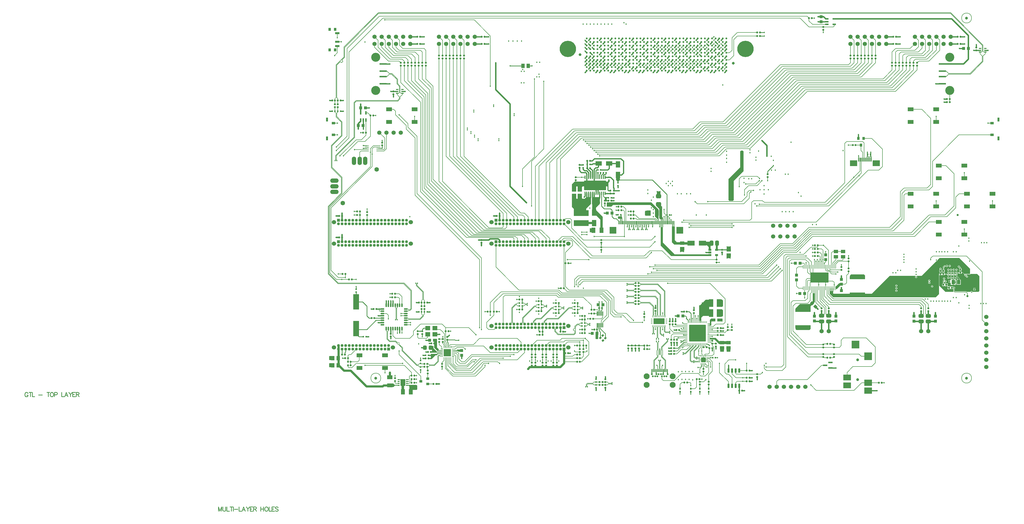
<source format=gtl>
G04 Layer_Physical_Order=1*
G04 Layer_Color=255*
%FSLAX24Y24*%
%MOIN*%
G70*
G01*
G75*
%ADD10C,0.0050*%
G04:AMPARAMS|DCode=11|XSize=25.6mil|YSize=23.6mil|CornerRadius=5.9mil|HoleSize=0mil|Usage=FLASHONLY|Rotation=180.000|XOffset=0mil|YOffset=0mil|HoleType=Round|Shape=RoundedRectangle|*
%AMROUNDEDRECTD11*
21,1,0.0256,0.0118,0,0,180.0*
21,1,0.0138,0.0236,0,0,180.0*
1,1,0.0118,-0.0069,0.0059*
1,1,0.0118,0.0069,0.0059*
1,1,0.0118,0.0069,-0.0059*
1,1,0.0118,-0.0069,-0.0059*
%
%ADD11ROUNDEDRECTD11*%
G04:AMPARAMS|DCode=12|XSize=25.6mil|YSize=23.6mil|CornerRadius=5.9mil|HoleSize=0mil|Usage=FLASHONLY|Rotation=90.000|XOffset=0mil|YOffset=0mil|HoleType=Round|Shape=RoundedRectangle|*
%AMROUNDEDRECTD12*
21,1,0.0256,0.0118,0,0,90.0*
21,1,0.0138,0.0236,0,0,90.0*
1,1,0.0118,0.0059,0.0069*
1,1,0.0118,0.0059,-0.0069*
1,1,0.0118,-0.0059,-0.0069*
1,1,0.0118,-0.0059,0.0069*
%
%ADD12ROUNDEDRECTD12*%
%ADD13R,0.0197X0.0236*%
%ADD14R,0.0236X0.0197*%
%ADD15R,0.0640X0.0860*%
%ADD16R,0.0860X0.0640*%
%ADD17R,0.0610X0.0217*%
%ADD18C,0.0394*%
%ADD19C,0.0252*%
G04:AMPARAMS|DCode=20|XSize=23.6mil|YSize=9.8mil|CornerRadius=2mil|HoleSize=0mil|Usage=FLASHONLY|Rotation=0.000|XOffset=0mil|YOffset=0mil|HoleType=Round|Shape=RoundedRectangle|*
%AMROUNDEDRECTD20*
21,1,0.0236,0.0059,0,0,0.0*
21,1,0.0197,0.0098,0,0,0.0*
1,1,0.0039,0.0098,-0.0030*
1,1,0.0039,-0.0098,-0.0030*
1,1,0.0039,-0.0098,0.0030*
1,1,0.0039,0.0098,0.0030*
%
%ADD20ROUNDEDRECTD20*%
G04:AMPARAMS|DCode=21|XSize=23.6mil|YSize=9.8mil|CornerRadius=2mil|HoleSize=0mil|Usage=FLASHONLY|Rotation=90.000|XOffset=0mil|YOffset=0mil|HoleType=Round|Shape=RoundedRectangle|*
%AMROUNDEDRECTD21*
21,1,0.0236,0.0059,0,0,90.0*
21,1,0.0197,0.0098,0,0,90.0*
1,1,0.0039,0.0030,0.0098*
1,1,0.0039,0.0030,-0.0098*
1,1,0.0039,-0.0030,-0.0098*
1,1,0.0039,-0.0030,0.0098*
%
%ADD21ROUNDEDRECTD21*%
G04:AMPARAMS|DCode=22|XSize=232.3mil|YSize=232.3mil|CornerRadius=2.3mil|HoleSize=0mil|Usage=FLASHONLY|Rotation=90.000|XOffset=0mil|YOffset=0mil|HoleType=Round|Shape=RoundedRectangle|*
%AMROUNDEDRECTD22*
21,1,0.2323,0.2276,0,0,90.0*
21,1,0.2276,0.2323,0,0,90.0*
1,1,0.0046,0.1138,0.1138*
1,1,0.0046,0.1138,-0.1138*
1,1,0.0046,-0.1138,-0.1138*
1,1,0.0046,-0.1138,0.1138*
%
%ADD22ROUNDEDRECTD22*%
%ADD23R,0.0130X0.0445*%
%ADD24R,0.0394X0.0433*%
%ADD25R,0.0827X0.0551*%
%ADD26R,0.0500X0.0354*%
%ADD27R,0.0315X0.0571*%
%ADD28R,0.0531X0.0728*%
%ADD29R,0.0512X0.0591*%
G04:AMPARAMS|DCode=30|XSize=70.9mil|YSize=63mil|CornerRadius=15.7mil|HoleSize=0mil|Usage=FLASHONLY|Rotation=180.000|XOffset=0mil|YOffset=0mil|HoleType=Round|Shape=RoundedRectangle|*
%AMROUNDEDRECTD30*
21,1,0.0709,0.0315,0,0,180.0*
21,1,0.0394,0.0630,0,0,180.0*
1,1,0.0315,-0.0197,0.0157*
1,1,0.0315,0.0197,0.0157*
1,1,0.0315,0.0197,-0.0157*
1,1,0.0315,-0.0197,-0.0157*
%
%ADD30ROUNDEDRECTD30*%
%ADD31R,0.0335X0.0394*%
%ADD32R,0.0335X0.0394*%
%ADD33R,0.0118X0.0551*%
%ADD34R,0.1043X0.0787*%
%ADD35R,0.0480X0.0236*%
%ADD36R,0.0433X0.0394*%
%ADD37R,0.0335X0.0157*%
%ADD38R,0.0590X0.0280*%
%ADD39R,0.0320X0.0390*%
%ADD40R,0.0984X0.0197*%
%ADD41O,0.0571X0.0098*%
%ADD42R,0.0236X0.0480*%
%ADD43R,0.0787X0.2165*%
%ADD44O,0.0531X0.0217*%
%ADD45O,0.0217X0.0531*%
%ADD46R,0.0728X0.0531*%
%ADD47R,0.0295X0.0138*%
%ADD48R,0.0669X0.0945*%
%ADD49R,0.0394X0.0335*%
%ADD50R,0.0394X0.0335*%
G04:AMPARAMS|DCode=51|XSize=59.1mil|YSize=51.2mil|CornerRadius=12.8mil|HoleSize=0mil|Usage=FLASHONLY|Rotation=90.000|XOffset=0mil|YOffset=0mil|HoleType=Round|Shape=RoundedRectangle|*
%AMROUNDEDRECTD51*
21,1,0.0591,0.0256,0,0,90.0*
21,1,0.0335,0.0512,0,0,90.0*
1,1,0.0256,0.0128,0.0167*
1,1,0.0256,0.0128,-0.0167*
1,1,0.0256,-0.0128,-0.0167*
1,1,0.0256,-0.0128,0.0167*
%
%ADD51ROUNDEDRECTD51*%
%ADD52O,0.0374X0.0098*%
%ADD53O,0.0098X0.0374*%
%ADD54R,0.0984X0.0984*%
%ADD55R,0.0669X0.0591*%
G04:AMPARAMS|DCode=56|XSize=25.6mil|YSize=31.5mil|CornerRadius=0mil|HoleSize=0mil|Usage=FLASHONLY|Rotation=135.000|XOffset=0mil|YOffset=0mil|HoleType=Round|Shape=Rectangle|*
%AMROTATEDRECTD56*
4,1,4,0.0202,0.0021,-0.0021,-0.0202,-0.0202,-0.0021,0.0021,0.0202,0.0202,0.0021,0.0*
%
%ADD56ROTATEDRECTD56*%

%ADD57R,0.0118X0.0591*%
G04:AMPARAMS|DCode=58|XSize=15.7mil|YSize=17.7mil|CornerRadius=3.9mil|HoleSize=0mil|Usage=FLASHONLY|Rotation=180.000|XOffset=0mil|YOffset=0mil|HoleType=Round|Shape=RoundedRectangle|*
%AMROUNDEDRECTD58*
21,1,0.0157,0.0098,0,0,180.0*
21,1,0.0079,0.0177,0,0,180.0*
1,1,0.0079,-0.0039,0.0049*
1,1,0.0079,0.0039,0.0049*
1,1,0.0079,0.0039,-0.0049*
1,1,0.0079,-0.0039,-0.0049*
%
%ADD58ROUNDEDRECTD58*%
%ADD59R,0.0079X0.0266*%
%ADD60R,0.0157X0.0266*%
%ADD61R,0.0098X0.0236*%
%ADD62R,0.1575X0.0787*%
%ADD63R,0.0236X0.0098*%
%ADD64R,0.0197X0.0276*%
G04:AMPARAMS|DCode=65|XSize=23.6mil|YSize=57.1mil|CornerRadius=2mil|HoleSize=0mil|Usage=FLASHONLY|Rotation=0.000|XOffset=0mil|YOffset=0mil|HoleType=Round|Shape=RoundedRectangle|*
%AMROUNDEDRECTD65*
21,1,0.0236,0.0531,0,0,0.0*
21,1,0.0196,0.0571,0,0,0.0*
1,1,0.0040,0.0098,-0.0265*
1,1,0.0040,-0.0098,-0.0265*
1,1,0.0040,-0.0098,0.0265*
1,1,0.0040,0.0098,0.0265*
%
%ADD65ROUNDEDRECTD65*%
G04:AMPARAMS|DCode=66|XSize=66.9mil|YSize=66.9mil|CornerRadius=2mil|HoleSize=0mil|Usage=FLASHONLY|Rotation=90.000|XOffset=0mil|YOffset=0mil|HoleType=Round|Shape=RoundedRectangle|*
%AMROUNDEDRECTD66*
21,1,0.0669,0.0629,0,0,90.0*
21,1,0.0629,0.0669,0,0,90.0*
1,1,0.0040,0.0315,0.0315*
1,1,0.0040,0.0315,-0.0315*
1,1,0.0040,-0.0315,-0.0315*
1,1,0.0040,-0.0315,0.0315*
%
%ADD66ROUNDEDRECTD66*%
G04:AMPARAMS|DCode=67|XSize=7.9mil|YSize=23.6mil|CornerRadius=2mil|HoleSize=0mil|Usage=FLASHONLY|Rotation=270.000|XOffset=0mil|YOffset=0mil|HoleType=Round|Shape=RoundedRectangle|*
%AMROUNDEDRECTD67*
21,1,0.0079,0.0197,0,0,270.0*
21,1,0.0039,0.0236,0,0,270.0*
1,1,0.0039,-0.0098,-0.0020*
1,1,0.0039,-0.0098,0.0020*
1,1,0.0039,0.0098,0.0020*
1,1,0.0039,0.0098,-0.0020*
%
%ADD67ROUNDEDRECTD67*%
G04:AMPARAMS|DCode=68|XSize=7.9mil|YSize=23.6mil|CornerRadius=2mil|HoleSize=0mil|Usage=FLASHONLY|Rotation=0.000|XOffset=0mil|YOffset=0mil|HoleType=Round|Shape=RoundedRectangle|*
%AMROUNDEDRECTD68*
21,1,0.0079,0.0197,0,0,0.0*
21,1,0.0039,0.0236,0,0,0.0*
1,1,0.0039,0.0020,-0.0098*
1,1,0.0039,-0.0020,-0.0098*
1,1,0.0039,-0.0020,0.0098*
1,1,0.0039,0.0020,0.0098*
%
%ADD68ROUNDEDRECTD68*%
%ADD69R,0.0591X0.0512*%
%ADD70R,0.0630X0.1063*%
G04:AMPARAMS|DCode=71|XSize=133.9mil|YSize=307.1mil|CornerRadius=4mil|HoleSize=0mil|Usage=FLASHONLY|Rotation=90.000|XOffset=0mil|YOffset=0mil|HoleType=Round|Shape=RoundedRectangle|*
%AMROUNDEDRECTD71*
21,1,0.1339,0.2991,0,0,90.0*
21,1,0.1258,0.3071,0,0,90.0*
1,1,0.0080,0.1495,0.0629*
1,1,0.0080,0.1495,-0.0629*
1,1,0.0080,-0.1495,-0.0629*
1,1,0.0080,-0.1495,0.0629*
%
%ADD71ROUNDEDRECTD71*%
G04:AMPARAMS|DCode=72|XSize=15.7mil|YSize=47.2mil|CornerRadius=2mil|HoleSize=0mil|Usage=FLASHONLY|Rotation=180.000|XOffset=0mil|YOffset=0mil|HoleType=Round|Shape=RoundedRectangle|*
%AMROUNDEDRECTD72*
21,1,0.0157,0.0433,0,0,180.0*
21,1,0.0118,0.0472,0,0,180.0*
1,1,0.0039,-0.0059,0.0217*
1,1,0.0039,0.0059,0.0217*
1,1,0.0039,0.0059,-0.0217*
1,1,0.0039,-0.0059,-0.0217*
%
%ADD72ROUNDEDRECTD72*%
%ADD73R,0.2087X0.0787*%
%ADD74R,0.0118X0.0472*%
%ADD75R,0.0945X0.0945*%
%ADD76R,0.2520X0.1417*%
%ADD77R,0.0106X0.0575*%
G04:AMPARAMS|DCode=78|XSize=39.4mil|YSize=43.3mil|CornerRadius=0mil|HoleSize=0mil|Usage=FLASHONLY|Rotation=225.000|XOffset=0mil|YOffset=0mil|HoleType=Round|Shape=Rectangle|*
%AMROTATEDRECTD78*
4,1,4,-0.0014,0.0292,0.0292,-0.0014,0.0014,-0.0292,-0.0292,0.0014,-0.0014,0.0292,0.0*
%
%ADD78ROTATEDRECTD78*%

%ADD79R,0.2146X0.0433*%
G04:AMPARAMS|DCode=80|XSize=70.9mil|YSize=51.2mil|CornerRadius=12.8mil|HoleSize=0mil|Usage=FLASHONLY|Rotation=0.000|XOffset=0mil|YOffset=0mil|HoleType=Round|Shape=RoundedRectangle|*
%AMROUNDEDRECTD80*
21,1,0.0709,0.0256,0,0,0.0*
21,1,0.0453,0.0512,0,0,0.0*
1,1,0.0256,0.0226,-0.0128*
1,1,0.0256,-0.0226,-0.0128*
1,1,0.0256,-0.0226,0.0128*
1,1,0.0256,0.0226,0.0128*
%
%ADD80ROUNDEDRECTD80*%
%ADD81R,0.1102X0.0787*%
%ADD82R,0.1102X0.1102*%
%ADD83R,0.1102X0.0866*%
%ADD84R,0.0984X0.0669*%
G04:AMPARAMS|DCode=85|XSize=70.9mil|YSize=51.2mil|CornerRadius=12.8mil|HoleSize=0mil|Usage=FLASHONLY|Rotation=270.000|XOffset=0mil|YOffset=0mil|HoleType=Round|Shape=RoundedRectangle|*
%AMROUNDEDRECTD85*
21,1,0.0709,0.0256,0,0,270.0*
21,1,0.0453,0.0512,0,0,270.0*
1,1,0.0256,-0.0128,-0.0226*
1,1,0.0256,-0.0128,0.0226*
1,1,0.0256,0.0128,0.0226*
1,1,0.0256,0.0128,-0.0226*
%
%ADD85ROUNDEDRECTD85*%
%ADD86R,0.0433X0.0256*%
%ADD87C,0.0150*%
%ADD88C,0.0100*%
%ADD89C,0.0300*%
%ADD90C,0.0200*%
%ADD91C,0.0080*%
%ADD92C,0.0060*%
%ADD93C,0.0120*%
%ADD94C,0.0180*%
%ADD95C,0.0600*%
%ADD96C,0.2283*%
%ADD97C,0.0382*%
%ADD98C,0.0256*%
%ADD99C,0.0827*%
%ADD100C,0.0591*%
%ADD101C,0.0039*%
%ADD102C,0.1260*%
%ADD103C,0.0630*%
%ADD104O,0.0591X0.1181*%
%ADD105O,0.1181X0.0591*%
%ADD106C,0.0400*%
%ADD107R,0.0400X0.0400*%
%ADD108C,0.0300*%
%ADD109C,0.0180*%
%ADD110C,0.0197*%
G36*
X18850Y6400D02*
X18550Y6400D01*
X18450Y6500D01*
X18250Y6500D01*
X18250Y6600D01*
X18350Y6700D01*
X18850Y6700D01*
X18850Y6400D01*
X18850Y6400D02*
G37*
G36*
X55630Y6693D02*
X55630Y6457D01*
X55571Y6398D01*
X55138Y6398D01*
X55079Y6457D01*
X55079Y6693D01*
X55630Y6693D01*
X55630Y6693D02*
G37*
G36*
X15500Y8200D02*
X15550Y8150D01*
X15550Y7000D01*
X15800Y6750D01*
X15800Y6500D01*
X15600Y6500D01*
X15150Y6950D01*
X15150Y8200D01*
X15500Y8200D01*
X15500Y8200D02*
G37*
G36*
X88680Y17267D02*
X88699Y17267D01*
X88761Y17279D01*
X88813Y17314D01*
X88849Y17367D01*
X88861Y17429D01*
X88861Y17434D01*
X88940Y17434D01*
X89162Y17212D01*
X89167Y17209D01*
X89188Y17150D01*
X89187Y17149D01*
X89176Y17094D01*
X89187Y17039D01*
X89218Y16993D01*
X89264Y16962D01*
X89319Y16951D01*
X89374Y16962D01*
X89375Y16964D01*
X89419Y16933D01*
X89412Y16897D01*
X89423Y16843D01*
X89454Y16796D01*
X89500Y16765D01*
X89555Y16754D01*
X89610Y16765D01*
X89656Y16796D01*
X89687Y16843D01*
X89698Y16897D01*
X89687Y16952D01*
X89656Y16998D01*
X89610Y17029D01*
X89555Y17040D01*
X89500Y17029D01*
X89499Y17028D01*
X89455Y17059D01*
X89462Y17094D01*
X89451Y17146D01*
X89451Y17150D01*
X89479Y17196D01*
X90000Y17196D01*
X90038Y17212D01*
X90054Y17250D01*
X91000Y17250D01*
X91300Y16950D01*
X91300Y14900D01*
X91150Y14750D01*
X90344Y14750D01*
X90337Y14787D01*
X90306Y14833D01*
X90259Y14864D01*
X90205Y14875D01*
X90150Y14864D01*
X90104Y14833D01*
X90073Y14787D01*
X90066Y14750D01*
X89529Y14750D01*
X89482Y14797D01*
X89452Y14817D01*
X89417Y14824D01*
X87881Y14824D01*
X87836Y14868D01*
X87836Y15215D01*
X87845Y15222D01*
X87876Y15268D01*
X87887Y15322D01*
X87876Y15377D01*
X87845Y15423D01*
X87799Y15454D01*
X87744Y15465D01*
X87689Y15454D01*
X87661Y15435D01*
X87625Y15434D01*
X87600Y15449D01*
X87586Y15470D01*
X87550Y15494D01*
X87508Y15503D01*
X87390Y15503D01*
X87347Y15494D01*
X87311Y15470D01*
X87310Y15468D01*
X87305Y15466D01*
X87252Y15471D01*
X87229Y15506D01*
X87176Y15541D01*
X87114Y15554D01*
X87105Y15554D01*
X87105Y15322D01*
X87105Y15091D01*
X87114Y15091D01*
X87176Y15104D01*
X87229Y15139D01*
X87252Y15173D01*
X87305Y15178D01*
X87310Y15177D01*
X87311Y15175D01*
X87347Y15151D01*
X87390Y15142D01*
X87508Y15142D01*
X87550Y15151D01*
X87586Y15175D01*
X87600Y15196D01*
X87604Y15198D01*
X87652Y15184D01*
X87652Y14830D01*
X87658Y14800D01*
X87657Y14792D01*
X87629Y14750D01*
X86550Y14750D01*
X85704Y15596D01*
X85704Y17039D01*
X85754Y17076D01*
X85785Y17070D01*
X85804Y17070D01*
X85804Y17291D01*
X85904Y17291D01*
X85904Y17070D01*
X85923Y17070D01*
X85985Y17082D01*
X86038Y17117D01*
X86084Y17117D01*
X86137Y17082D01*
X86199Y17070D01*
X86218Y17070D01*
X86218Y17291D01*
X86318Y17291D01*
X86318Y17070D01*
X86337Y17070D01*
X86399Y17082D01*
X86451Y17117D01*
X86486Y17170D01*
X86492Y17196D01*
X86796Y17196D01*
X86824Y17150D01*
X86824Y17146D01*
X86814Y17094D01*
X86825Y17039D01*
X86856Y16993D01*
X86902Y16962D01*
X86957Y16951D01*
X87011Y16962D01*
X87058Y16993D01*
X87089Y17039D01*
X87099Y17094D01*
X87089Y17146D01*
X87089Y17150D01*
X87117Y17196D01*
X87170Y17196D01*
X87198Y17150D01*
X87198Y17146D01*
X87188Y17094D01*
X87199Y17039D01*
X87230Y16993D01*
X87276Y16962D01*
X87331Y16951D01*
X87385Y16962D01*
X87432Y16993D01*
X87463Y17039D01*
X87473Y17094D01*
X87463Y17146D01*
X87463Y17150D01*
X87491Y17196D01*
X87544Y17196D01*
X87572Y17150D01*
X87572Y17146D01*
X87562Y17094D01*
X87573Y17039D01*
X87604Y16993D01*
X87650Y16962D01*
X87705Y16951D01*
X87759Y16962D01*
X87806Y16993D01*
X87837Y17039D01*
X87847Y17094D01*
X87837Y17146D01*
X87837Y17150D01*
X87865Y17196D01*
X87918Y17196D01*
X87946Y17150D01*
X87946Y17146D01*
X87936Y17094D01*
X87947Y17039D01*
X87978Y16993D01*
X88024Y16962D01*
X88079Y16951D01*
X88133Y16962D01*
X88180Y16993D01*
X88211Y17039D01*
X88221Y17094D01*
X88211Y17149D01*
X88201Y17163D01*
X88189Y17207D01*
X88210Y17233D01*
X88359Y17382D01*
X88407Y17372D01*
X88412Y17365D01*
X88446Y17314D01*
X88499Y17279D01*
X88561Y17267D01*
X88580Y17267D01*
X88580Y17488D01*
X88680Y17488D01*
X88680Y17267D01*
X88680Y17267D02*
G37*
G36*
X54961Y7854D02*
X56181Y7854D01*
X56181Y7461D01*
X54961Y7461D01*
X54331Y8091D01*
X53661Y8091D01*
X53661Y8327D01*
X54488Y8327D01*
X54961Y7854D01*
X54961Y7854D02*
G37*
G36*
X56535Y6693D02*
X56535Y6457D01*
X56476Y6398D01*
X56043Y6398D01*
X55984Y6457D01*
X55984Y6693D01*
X56535Y6693D01*
X56535Y6693D02*
G37*
G36*
X785Y4224D02*
X549Y4224D01*
X490Y4283D01*
X490Y4717D01*
X549Y4776D01*
X785Y4776D01*
X785Y4224D01*
X785Y4224D02*
G37*
G36*
X9650Y1750D02*
X10200Y1750D01*
X10200Y1650D01*
X9650Y1650D01*
X9450Y1450D01*
X9300Y1450D01*
X9300Y1950D01*
X9450Y1950D01*
X9650Y1750D01*
X9650Y1750D02*
G37*
G36*
X785Y5224D02*
X549Y5224D01*
X490Y5283D01*
X490Y5717D01*
X549Y5776D01*
X785Y5776D01*
X785Y5224D01*
X785Y5224D02*
G37*
G36*
X15050Y7150D02*
X15050Y6900D01*
X15550Y6400D01*
X16200Y6400D01*
X16200Y6300D01*
X15550Y6300D01*
X15500Y6250D01*
X14700Y6250D01*
X14700Y6450D01*
X14850Y6450D01*
X14850Y6650D01*
X14700Y6650D01*
X14700Y7200D01*
X15000Y7200D01*
X15050Y7150D01*
X15050Y7150D02*
G37*
G36*
X15850Y6200D02*
X15850Y6100D01*
X15700Y6100D01*
X15500Y5900D01*
X15350Y5900D01*
X14800Y5350D01*
X14700Y5350D01*
X14700Y6100D01*
X15500Y6100D01*
X15600Y6200D01*
X15850Y6200D01*
X15850Y6200D02*
G37*
G36*
X55354Y12303D02*
X55472Y12185D01*
X55472Y11398D01*
X55354Y11280D01*
X55157Y11280D01*
X55157Y12303D01*
X55354Y12303D01*
X55354Y12303D02*
G37*
G36*
X53543Y11398D02*
X52677Y11398D01*
X52441Y11161D01*
X52441Y10728D01*
X52165Y10728D01*
X52165Y12736D01*
X53071Y13642D01*
X53543Y13642D01*
X53543Y11398D01*
X53543Y11398D02*
G37*
G36*
X68311Y13364D02*
X67711Y12764D01*
X67711Y12264D01*
X65611Y12264D01*
X65611Y12464D01*
X66211Y13064D01*
X67611Y13064D01*
X68011Y13464D01*
X68011Y14564D01*
X68311Y14564D01*
X68311Y13364D01*
X68311Y13364D02*
G37*
G36*
X72011Y15614D02*
X71861Y15614D01*
X71411Y15164D01*
X71211Y15164D01*
X71211Y15514D01*
X71261Y15514D01*
X71711Y15964D01*
X72011Y15964D01*
X72011Y15614D01*
X72011Y15614D02*
G37*
G36*
X55354Y13681D02*
X55472Y13563D01*
X55472Y12776D01*
X55354Y12657D01*
X55157Y12657D01*
X55157Y13681D01*
X55354Y13681D01*
X55354Y13681D02*
G37*
G36*
X55433Y10925D02*
X55433Y10650D01*
X55394Y10610D01*
X55079Y10610D01*
X55079Y11004D01*
X55354Y11004D01*
X55433Y10925D01*
X55433Y10925D02*
G37*
G36*
X75311Y17036D02*
X75311Y16836D01*
X73211Y16836D01*
X73211Y17036D01*
X73361Y17186D01*
X75161Y17186D01*
X75311Y17036D01*
X75311Y17036D02*
G37*
G36*
X90000Y18000D02*
X90000Y17250D01*
X89200Y17250D01*
X88962Y17488D01*
X88810Y17488D01*
X88810Y17547D01*
X88802Y17589D01*
X88777Y17625D01*
X88741Y17650D01*
X88699Y17658D01*
X88561Y17658D01*
X88518Y17650D01*
X88482Y17625D01*
X88458Y17589D01*
X88450Y17547D01*
X88450Y17488D01*
X88388Y17488D01*
X88150Y17250D01*
X86448Y17250D01*
X86448Y17350D01*
X86439Y17393D01*
X86415Y17429D01*
X86379Y17453D01*
X86337Y17461D01*
X86199Y17461D01*
X86156Y17453D01*
X86120Y17429D01*
X86096Y17393D01*
X86088Y17350D01*
X86088Y17250D01*
X86034Y17250D01*
X86034Y17350D01*
X86026Y17393D01*
X86002Y17429D01*
X85966Y17453D01*
X85923Y17461D01*
X85785Y17461D01*
X85743Y17453D01*
X85707Y17429D01*
X85683Y17393D01*
X85674Y17350D01*
X85674Y17250D01*
X85650Y17250D01*
X85650Y14450D01*
X85200Y14000D01*
X70900Y14000D01*
X70400Y14500D01*
X70400Y14815D01*
X70435Y14850D01*
X70850Y14850D01*
X70850Y14600D01*
X70950Y14500D01*
X76250Y14500D01*
X78750Y17000D01*
X82364Y17000D01*
X82379Y16950D01*
X82354Y16933D01*
X82323Y16887D01*
X82312Y16832D01*
X82323Y16778D01*
X82354Y16731D01*
X82400Y16700D01*
X82455Y16690D01*
X82510Y16700D01*
X82556Y16731D01*
X82587Y16778D01*
X82598Y16832D01*
X82587Y16887D01*
X82556Y16933D01*
X82531Y16950D01*
X82546Y17000D01*
X83250Y17000D01*
X85289Y19039D01*
X85338Y19049D01*
X85384Y19080D01*
X85415Y19126D01*
X85425Y19175D01*
X85750Y19500D01*
X88500Y19500D01*
X90000Y18000D01*
X90000Y18000D02*
G37*
G36*
X37950Y9250D02*
X38050Y9150D01*
X38050Y8200D01*
X38000Y8150D01*
X37750Y8150D01*
X37700Y8200D01*
X37700Y9100D01*
X37850Y9250D01*
X37850Y9850D01*
X37950Y9850D01*
X37950Y9250D01*
X37950Y9250D02*
G37*
G36*
X54055Y11004D02*
X54055Y10610D01*
X53898Y10610D01*
X53858Y10571D01*
X53858Y10098D01*
X53780Y10020D01*
X53661Y10020D01*
X53661Y10846D01*
X53819Y11004D01*
X54055Y11004D01*
X54055Y11004D02*
G37*
G36*
X67711Y9564D02*
X67561Y9414D01*
X65761Y9414D01*
X65611Y9564D01*
X65611Y9764D01*
X67711Y9764D01*
X67711Y9564D01*
X67711Y9564D02*
G37*
G36*
X10950Y1100D02*
X10600Y1100D01*
X10600Y1650D01*
X10950Y1650D01*
X10950Y1100D01*
X10950Y1100D02*
G37*
G36*
X39500Y27850D02*
X39300Y27850D01*
X39250Y27800D01*
X39250Y27600D01*
X39300Y27550D01*
X39500Y27550D01*
X39500Y27400D01*
X38950Y27400D01*
X38950Y27600D01*
X39000Y27650D01*
X39000Y27850D01*
X38950Y27900D01*
X38950Y28000D01*
X39500Y28000D01*
X39500Y27850D01*
X39500Y27850D02*
G37*
G36*
X58350Y34400D02*
X58350Y31600D01*
X57000Y30250D01*
X57000Y27600D01*
X56850Y27450D01*
X56400Y27450D01*
X56250Y27600D01*
X56250Y30500D01*
X57900Y32150D01*
X57900Y34400D01*
X58000Y34500D01*
X58250Y34500D01*
X58350Y34400D01*
X58350Y34400D02*
G37*
G36*
X44900Y25400D02*
X44700Y25400D01*
X44600Y25500D01*
X44600Y26000D01*
X44700Y26100D01*
X44900Y26100D01*
X44900Y25400D01*
X44900Y25400D02*
G37*
G36*
X46800Y26850D02*
X47000Y26650D01*
X47000Y25250D01*
X47100Y25150D01*
X47100Y24900D01*
X46750Y24900D01*
X46600Y25050D01*
X46600Y26350D01*
X46300Y26650D01*
X46300Y26850D01*
X46800Y26850D01*
X46800Y26850D02*
G37*
G36*
X41307Y25299D02*
X41384Y25222D01*
X41384Y24941D01*
X40872Y24941D01*
X40821Y24992D01*
X40821Y25248D01*
X40872Y25299D01*
X41179Y25299D01*
X41179Y25530D01*
X41307Y25530D01*
X41307Y25299D01*
X41307Y25299D02*
G37*
G36*
X35800Y27850D02*
X35900Y27750D01*
X36150Y27750D01*
X36400Y28000D01*
X37050Y28000D01*
X37050Y27050D01*
X36400Y26400D01*
X36400Y26100D01*
X34650Y26100D01*
X34650Y26350D01*
X34400Y26600D01*
X34400Y28050D01*
X35000Y28050D01*
X35000Y27800D01*
X35050Y27750D01*
X35150Y27750D01*
X35200Y27800D01*
X35200Y28050D01*
X35800Y28050D01*
X35800Y27850D01*
X35800Y27850D02*
G37*
G36*
X75722Y33800D02*
X75822Y33700D01*
X75822Y33650D01*
X75572Y33650D01*
X75572Y34250D01*
X75722Y34250D01*
X75722Y33800D01*
X75722Y33800D02*
G37*
G36*
X76200Y33650D02*
X75950Y33650D01*
X75950Y33700D01*
X76050Y33800D01*
X76050Y34250D01*
X76200Y34250D01*
X76200Y33650D01*
X76200Y33650D02*
G37*
G36*
X39644Y30136D02*
X39490Y29982D01*
X39490Y29010D01*
X39550Y28950D01*
X39750Y28950D01*
X39750Y28800D01*
X39500Y28800D01*
X39350Y28950D01*
X39350Y29450D01*
X39300Y29500D01*
X35900Y29500D01*
X35800Y29400D01*
X35800Y29200D01*
X35200Y29200D01*
X35200Y29450D01*
X35150Y29500D01*
X35050Y29500D01*
X35000Y29450D01*
X35000Y29200D01*
X34700Y29200D01*
X34400Y29200D01*
X34400Y29800D01*
X34750Y30150D01*
X39351Y30150D01*
X39439Y30238D01*
X39439Y30341D01*
X39490Y30341D01*
X39644Y30341D01*
X39644Y30136D01*
X39644Y30136D02*
G37*
G36*
X46750Y28750D02*
X46750Y28300D01*
X46250Y28300D01*
X46250Y28750D01*
X46300Y28800D01*
X46700Y28800D01*
X46750Y28750D01*
X46750Y28750D02*
G37*
G36*
X41077Y30366D02*
X40898Y30187D01*
X40898Y30059D01*
X40744Y30059D01*
X40744Y30187D01*
X40565Y30366D01*
X40565Y30750D01*
X41077Y30750D01*
X41077Y30366D01*
X41077Y30366D02*
G37*
G36*
X50050Y20400D02*
X50000Y20350D01*
X49550Y20350D01*
X49500Y20400D01*
X49500Y20600D01*
X50050Y20600D01*
X50050Y20400D01*
X50050Y20400D02*
G37*
G36*
X54750Y20750D02*
X54800Y20700D01*
X56250Y20700D01*
X56250Y20550D01*
X54500Y20550D01*
X54500Y21500D01*
X54750Y21500D01*
X54750Y20750D01*
X54750Y20750D02*
G37*
G36*
X47100Y21650D02*
X48750Y20000D01*
X53500Y20000D01*
X53500Y19750D01*
X48250Y19750D01*
X46800Y21200D01*
X46800Y23800D01*
X47100Y23800D01*
X47100Y21650D01*
X47100Y21650D02*
G37*
G36*
X12800Y1650D02*
X12800Y1150D01*
X12700Y1050D01*
X11700Y1050D01*
X11700Y1550D01*
X11600Y1650D01*
X11450Y1650D01*
X11450Y1750D01*
X12700Y1750D01*
X12800Y1650D01*
X12800Y1650D02*
G37*
G36*
X56550Y19494D02*
X56500Y19444D01*
X56050Y19444D01*
X56000Y19494D01*
X56000Y19694D01*
X56550Y19694D01*
X56550Y19494D01*
X56550Y19494D02*
G37*
G36*
X53750Y20650D02*
X53500Y20650D01*
X53500Y21000D01*
X53250Y21250D01*
X52800Y21250D01*
X52800Y21750D01*
X53750Y21750D01*
X53750Y20650D01*
X53750Y20650D02*
G37*
G36*
X37179Y23079D02*
X36943Y23079D01*
X36884Y23138D01*
X36884Y23571D01*
X36943Y23630D01*
X37179Y23630D01*
X37179Y23079D01*
X37179Y23079D02*
G37*
G36*
X46500Y26250D02*
X46500Y24400D01*
X46400Y24400D01*
X46400Y24900D01*
X46000Y25300D01*
X46000Y26250D01*
X45350Y26900D01*
X40150Y26900D01*
X39900Y26650D01*
X39250Y26650D01*
X39250Y27250D01*
X45500Y27250D01*
X46500Y26250D01*
X46500Y26250D02*
G37*
G36*
X38300Y27050D02*
X37750Y26500D01*
X37750Y26200D01*
X38697Y25253D01*
X38697Y23050D01*
X38339Y23050D01*
X38339Y24861D01*
X37213Y25987D01*
X37200Y28000D01*
X38300Y28000D01*
X38300Y27050D01*
X38300Y27050D02*
G37*
G36*
X56555Y21021D02*
X56555Y20821D01*
X56005Y20821D01*
X56005Y21021D01*
X56055Y21071D01*
X56505Y21071D01*
X56555Y21021D01*
X56555Y21021D02*
G37*
G36*
X48750Y23850D02*
X48750Y22000D01*
X49050Y21700D01*
X50600Y21700D01*
X50600Y21350D01*
X48700Y21350D01*
X48350Y21700D01*
X48350Y23900D01*
X48700Y23900D01*
X48750Y23850D01*
X48750Y23850D02*
G37*
%LPC*%
G36*
X90648Y15309D02*
X90648Y15176D01*
X90782Y15176D01*
X90777Y15200D01*
X90735Y15263D01*
X90673Y15305D01*
X90648Y15309D01*
X90648Y15309D02*
G37*
G36*
X90548Y15309D02*
X90524Y15305D01*
X90461Y15263D01*
X90419Y15200D01*
X90415Y15176D01*
X90548Y15176D01*
X90548Y15309D01*
X90548Y15309D02*
G37*
G36*
X90548Y15076D02*
X90415Y15076D01*
X90419Y15051D01*
X90461Y14989D01*
X90524Y14947D01*
X90548Y14942D01*
X90548Y15076D01*
X90548Y15076D02*
G37*
G36*
X87005Y15272D02*
X86834Y15272D01*
X86834Y15254D01*
X86846Y15191D01*
X86881Y15139D01*
X86934Y15104D01*
X86996Y15091D01*
X87005Y15091D01*
X87005Y15272D01*
X87005Y15272D02*
G37*
G36*
X90782Y15076D02*
X90648Y15076D01*
X90648Y14942D01*
X90673Y14947D01*
X90735Y14989D01*
X90777Y15051D01*
X90782Y15076D01*
X90782Y15076D02*
G37*
G36*
X87331Y16863D02*
X87276Y16852D01*
X87230Y16821D01*
X87199Y16775D01*
X87188Y16720D01*
X87199Y16665D01*
X87230Y16619D01*
X87276Y16588D01*
X87331Y16577D01*
X87385Y16588D01*
X87432Y16619D01*
X87463Y16665D01*
X87473Y16720D01*
X87463Y16775D01*
X87432Y16821D01*
X87385Y16852D01*
X87331Y16863D01*
X87331Y16863D02*
G37*
G36*
X87705Y16863D02*
X87650Y16852D01*
X87604Y16821D01*
X87573Y16775D01*
X87562Y16720D01*
X87573Y16665D01*
X87604Y16619D01*
X87650Y16588D01*
X87705Y16577D01*
X87759Y16588D01*
X87806Y16619D01*
X87837Y16665D01*
X87847Y16720D01*
X87837Y16775D01*
X87806Y16821D01*
X87759Y16852D01*
X87705Y16863D01*
X87705Y16863D02*
G37*
G36*
X88002Y16060D02*
X87696Y16060D01*
X87696Y15715D01*
X88002Y15715D01*
X88002Y16060D01*
X88002Y16060D02*
G37*
G36*
X88079Y16863D02*
X88024Y16852D01*
X87978Y16821D01*
X87947Y16775D01*
X87936Y16720D01*
X87947Y16665D01*
X87978Y16619D01*
X88024Y16588D01*
X88079Y16577D01*
X88133Y16588D01*
X88140Y16593D01*
X88227Y16593D01*
X88266Y16554D01*
X88266Y16455D01*
X88088Y16455D01*
X88088Y15765D01*
X88700Y15765D01*
X88700Y16455D01*
X88521Y16455D01*
X88521Y16606D01*
X88511Y16655D01*
X88484Y16696D01*
X88370Y16810D01*
X88329Y16838D01*
X88280Y16848D01*
X88140Y16848D01*
X88133Y16852D01*
X88079Y16863D01*
X88079Y16863D02*
G37*
G36*
X86720Y15967D02*
X86711Y15967D01*
X86711Y15786D01*
X86883Y15786D01*
X86883Y15805D01*
X86870Y15867D01*
X86835Y15919D01*
X86783Y15955D01*
X86720Y15967D01*
X86720Y15967D02*
G37*
G36*
X86883Y15686D02*
X86711Y15686D01*
X86711Y15505D01*
X86720Y15505D01*
X86783Y15517D01*
X86835Y15552D01*
X86870Y15605D01*
X86883Y15667D01*
X86883Y15686D01*
X86883Y15686D02*
G37*
G36*
X87005Y15554D02*
X86996Y15554D01*
X86934Y15541D01*
X86881Y15506D01*
X86846Y15453D01*
X86834Y15391D01*
X86834Y15372D01*
X87005Y15372D01*
X87005Y15554D01*
X87005Y15554D02*
G37*
G36*
X87104Y16392D02*
X87079Y16387D01*
X87017Y16345D01*
X86975Y16282D01*
X86970Y16258D01*
X87104Y16258D01*
X87104Y16392D01*
X87104Y16392D02*
G37*
G36*
X87596Y16505D02*
X87290Y16505D01*
X87290Y16399D01*
X87246Y16375D01*
X87228Y16387D01*
X87204Y16392D01*
X87204Y16208D01*
X87204Y16024D01*
X87228Y16029D01*
X87246Y16041D01*
X87290Y16018D01*
X87290Y15715D01*
X87596Y15715D01*
X87596Y16110D01*
X87596Y16505D01*
X87596Y16505D02*
G37*
G36*
X86957Y16863D02*
X86902Y16852D01*
X86856Y16821D01*
X86825Y16775D01*
X86814Y16720D01*
X86825Y16665D01*
X86856Y16619D01*
X86902Y16588D01*
X86957Y16577D01*
X87011Y16588D01*
X87058Y16619D01*
X87089Y16665D01*
X87099Y16720D01*
X87089Y16775D01*
X87058Y16821D01*
X87011Y16852D01*
X86957Y16863D01*
X86957Y16863D02*
G37*
G36*
X88002Y16505D02*
X87696Y16505D01*
X87696Y16160D01*
X88002Y16160D01*
X88002Y16505D01*
X88002Y16505D02*
G37*
G36*
X87104Y16158D02*
X86970Y16158D01*
X86975Y16134D01*
X87017Y16071D01*
X87079Y16029D01*
X87104Y16024D01*
X87104Y16158D01*
X87104Y16158D02*
G37*
G36*
X86366Y16745D02*
X86312Y16734D01*
X86265Y16703D01*
X86234Y16657D01*
X86223Y16602D01*
X86234Y16547D01*
X86265Y16501D01*
X86274Y16495D01*
X86274Y16404D01*
X86203Y16332D01*
X86183Y16302D01*
X86176Y16267D01*
X86176Y15909D01*
X86166Y15907D01*
X86130Y15883D01*
X86106Y15847D01*
X86097Y15805D01*
X86097Y15667D01*
X86106Y15624D01*
X86130Y15588D01*
X86166Y15564D01*
X86209Y15556D01*
X86327Y15556D01*
X86369Y15564D01*
X86405Y15588D01*
X86407Y15590D01*
X86412Y15592D01*
X86465Y15587D01*
X86488Y15552D01*
X86540Y15517D01*
X86602Y15505D01*
X86611Y15505D01*
X86611Y15736D01*
X86611Y15967D01*
X86602Y15967D01*
X86540Y15955D01*
X86488Y15919D01*
X86465Y15885D01*
X86412Y15880D01*
X86407Y15881D01*
X86405Y15883D01*
X86369Y15907D01*
X86359Y15909D01*
X86359Y16199D01*
X86373Y16207D01*
X86426Y16181D01*
X86431Y16154D01*
X86462Y16107D01*
X86508Y16076D01*
X86563Y16066D01*
X86618Y16076D01*
X86664Y16107D01*
X86695Y16154D01*
X86706Y16208D01*
X86695Y16263D01*
X86664Y16309D01*
X86618Y16340D01*
X86563Y16351D01*
X86508Y16340D01*
X86503Y16337D01*
X86458Y16366D01*
X86458Y16495D01*
X86467Y16501D01*
X86498Y16547D01*
X86509Y16602D01*
X86498Y16657D01*
X86467Y16703D01*
X86421Y16734D01*
X86366Y16745D01*
X86366Y16745D02*
G37*
G36*
X79700Y15404D02*
X79645Y15393D01*
X79599Y15362D01*
X79568Y15316D01*
X79557Y15261D01*
X79568Y15206D01*
X79599Y15160D01*
X79645Y15129D01*
X79700Y15118D01*
X79755Y15129D01*
X79801Y15160D01*
X79832Y15206D01*
X79843Y15261D01*
X79832Y15316D01*
X79801Y15362D01*
X79755Y15393D01*
X79700Y15404D01*
X79700Y15404D02*
G37*
G36*
X79700Y15043D02*
X79645Y15032D01*
X79599Y15001D01*
X79568Y14955D01*
X79557Y14900D01*
X79568Y14845D01*
X79599Y14799D01*
X79645Y14768D01*
X79700Y14757D01*
X79755Y14768D01*
X79801Y14799D01*
X79832Y14845D01*
X79843Y14900D01*
X79832Y14955D01*
X79801Y15001D01*
X79755Y15032D01*
X79700Y15043D01*
X79700Y15043D02*
G37*
G36*
X87705Y17611D02*
X87650Y17600D01*
X87604Y17569D01*
X87573Y17523D01*
X87562Y17468D01*
X87573Y17413D01*
X87604Y17367D01*
X87650Y17336D01*
X87705Y17325D01*
X87759Y17336D01*
X87806Y17367D01*
X87837Y17413D01*
X87847Y17468D01*
X87837Y17523D01*
X87806Y17569D01*
X87759Y17600D01*
X87705Y17611D01*
X87705Y17611D02*
G37*
G36*
X88079Y17611D02*
X88024Y17600D01*
X87978Y17569D01*
X87947Y17523D01*
X87936Y17468D01*
X87947Y17413D01*
X87978Y17367D01*
X88024Y17336D01*
X88079Y17325D01*
X88133Y17336D01*
X88180Y17367D01*
X88211Y17413D01*
X88221Y17468D01*
X88211Y17523D01*
X88180Y17569D01*
X88133Y17600D01*
X88079Y17611D01*
X88079Y17611D02*
G37*
G36*
X85854Y18123D02*
X85800Y18112D01*
X85753Y18081D01*
X85722Y18035D01*
X85712Y17980D01*
X85722Y17925D01*
X85741Y17897D01*
X85742Y17861D01*
X85728Y17836D01*
X85707Y17822D01*
X85683Y17786D01*
X85674Y17744D01*
X85674Y17626D01*
X85683Y17583D01*
X85707Y17547D01*
X85743Y17523D01*
X85785Y17514D01*
X85923Y17514D01*
X85966Y17523D01*
X86002Y17547D01*
X86026Y17583D01*
X86034Y17626D01*
X86034Y17744D01*
X86026Y17786D01*
X86002Y17822D01*
X85981Y17836D01*
X85966Y17861D01*
X85967Y17897D01*
X85986Y17925D01*
X85997Y17980D01*
X85986Y18035D01*
X85955Y18081D01*
X85909Y18112D01*
X85854Y18123D01*
X85854Y18123D02*
G37*
G36*
X87331Y17611D02*
X87276Y17600D01*
X87230Y17569D01*
X87199Y17523D01*
X87188Y17468D01*
X87199Y17413D01*
X87230Y17367D01*
X87276Y17336D01*
X87331Y17325D01*
X87385Y17336D01*
X87432Y17367D01*
X87463Y17413D01*
X87473Y17468D01*
X87463Y17523D01*
X87432Y17569D01*
X87385Y17600D01*
X87331Y17611D01*
X87331Y17611D02*
G37*
G36*
X86957Y17611D02*
X86902Y17600D01*
X86856Y17569D01*
X86825Y17523D01*
X86814Y17468D01*
X86825Y17413D01*
X86856Y17367D01*
X86902Y17336D01*
X86957Y17325D01*
X87011Y17336D01*
X87058Y17367D01*
X87089Y17413D01*
X87099Y17468D01*
X87089Y17523D01*
X87058Y17569D01*
X87011Y17600D01*
X86957Y17611D01*
X86957Y17611D02*
G37*
G36*
X88433Y18418D02*
X88378Y18407D01*
X88332Y18376D01*
X88301Y18330D01*
X88290Y18275D01*
X88301Y18221D01*
X88332Y18174D01*
X88378Y18143D01*
X88433Y18132D01*
X88444Y18135D01*
X88493Y18085D01*
X88486Y18022D01*
X88482Y18019D01*
X88458Y17983D01*
X88450Y17941D01*
X88450Y17822D01*
X88458Y17780D01*
X88482Y17744D01*
X88518Y17720D01*
X88561Y17711D01*
X88699Y17711D01*
X88741Y17720D01*
X88777Y17744D01*
X88802Y17780D01*
X88810Y17822D01*
X88810Y17941D01*
X88802Y17983D01*
X88777Y18019D01*
X88741Y18043D01*
X88722Y18047D01*
X88722Y18078D01*
X88715Y18113D01*
X88695Y18143D01*
X88574Y18264D01*
X88576Y18275D01*
X88565Y18330D01*
X88534Y18376D01*
X88488Y18407D01*
X88433Y18418D01*
X88433Y18418D02*
G37*
G36*
X86760Y18516D02*
X86705Y18506D01*
X86659Y18475D01*
X86653Y18465D01*
X86465Y18465D01*
X86429Y18458D01*
X86400Y18439D01*
X86203Y18242D01*
X86183Y18212D01*
X86176Y18177D01*
X86176Y17850D01*
X86156Y17846D01*
X86120Y17822D01*
X86096Y17786D01*
X86088Y17744D01*
X86088Y17626D01*
X86096Y17583D01*
X86120Y17547D01*
X86156Y17523D01*
X86199Y17514D01*
X86337Y17514D01*
X86379Y17523D01*
X86415Y17547D01*
X86439Y17583D01*
X86448Y17626D01*
X86448Y17744D01*
X86439Y17786D01*
X86415Y17822D01*
X86379Y17846D01*
X86359Y17850D01*
X86359Y18139D01*
X86503Y18282D01*
X86653Y18282D01*
X86659Y18273D01*
X86705Y18242D01*
X86760Y18231D01*
X86814Y18242D01*
X86861Y18273D01*
X86892Y18319D01*
X86903Y18374D01*
X86892Y18428D01*
X86861Y18475D01*
X86814Y18506D01*
X86760Y18516D01*
X86760Y18516D02*
G37*
G36*
X87154Y18516D02*
X87099Y18506D01*
X87053Y18475D01*
X87022Y18428D01*
X87011Y18374D01*
X87022Y18319D01*
X87053Y18273D01*
X87099Y18242D01*
X87154Y18231D01*
X87208Y18242D01*
X87254Y18273D01*
X87285Y18319D01*
X87296Y18374D01*
X87285Y18428D01*
X87254Y18475D01*
X87208Y18506D01*
X87154Y18516D01*
X87154Y18516D02*
G37*
G36*
X88079Y17985D02*
X88024Y17974D01*
X87978Y17943D01*
X87947Y17897D01*
X87936Y17842D01*
X87947Y17787D01*
X87978Y17741D01*
X88024Y17710D01*
X88079Y17699D01*
X88133Y17710D01*
X88180Y17741D01*
X88211Y17787D01*
X88221Y17842D01*
X88211Y17897D01*
X88180Y17943D01*
X88133Y17974D01*
X88079Y17985D01*
X88079Y17985D02*
G37*
G36*
X86957Y17985D02*
X86902Y17974D01*
X86856Y17943D01*
X86825Y17897D01*
X86814Y17842D01*
X86825Y17787D01*
X86856Y17741D01*
X86902Y17710D01*
X86957Y17699D01*
X87011Y17710D01*
X87058Y17741D01*
X87089Y17787D01*
X87099Y17842D01*
X87089Y17897D01*
X87058Y17943D01*
X87011Y17974D01*
X86957Y17985D01*
X86957Y17985D02*
G37*
G36*
X87331Y17985D02*
X87276Y17974D01*
X87230Y17943D01*
X87199Y17897D01*
X87188Y17842D01*
X87199Y17787D01*
X87230Y17741D01*
X87276Y17710D01*
X87331Y17699D01*
X87385Y17710D01*
X87432Y17741D01*
X87463Y17787D01*
X87473Y17842D01*
X87463Y17897D01*
X87432Y17943D01*
X87385Y17974D01*
X87331Y17985D01*
X87331Y17985D02*
G37*
G36*
X87705Y17985D02*
X87650Y17974D01*
X87604Y17943D01*
X87573Y17897D01*
X87562Y17842D01*
X87573Y17787D01*
X87604Y17741D01*
X87650Y17710D01*
X87705Y17699D01*
X87759Y17710D01*
X87806Y17741D01*
X87837Y17787D01*
X87847Y17842D01*
X87837Y17897D01*
X87806Y17943D01*
X87759Y17974D01*
X87705Y17985D01*
X87705Y17985D02*
G37*
G36*
X84693Y15662D02*
X84638Y15651D01*
X84592Y15620D01*
X84561Y15574D01*
X84550Y15519D01*
X84561Y15465D01*
X84592Y15418D01*
X84638Y15387D01*
X84693Y15377D01*
X84748Y15387D01*
X84794Y15418D01*
X84825Y15465D01*
X84836Y15519D01*
X84825Y15574D01*
X84794Y15620D01*
X84748Y15651D01*
X84693Y15662D01*
X84693Y15662D02*
G37*
G36*
X79700Y15765D02*
X79645Y15754D01*
X79599Y15723D01*
X79568Y15676D01*
X79557Y15622D01*
X79568Y15567D01*
X79599Y15521D01*
X79645Y15490D01*
X79700Y15479D01*
X79755Y15490D01*
X79801Y15521D01*
X79832Y15567D01*
X79843Y15622D01*
X79832Y15676D01*
X79801Y15723D01*
X79755Y15754D01*
X79700Y15765D01*
X79700Y15765D02*
G37*
G36*
X84299Y16449D02*
X84245Y16439D01*
X84198Y16408D01*
X84167Y16361D01*
X84156Y16307D01*
X84167Y16252D01*
X84198Y16206D01*
X84227Y16187D01*
X84227Y16187D01*
X84227Y16131D01*
X84227Y16131D01*
X84198Y16112D01*
X84167Y16066D01*
X84156Y16011D01*
X84167Y15957D01*
X84198Y15910D01*
X84245Y15880D01*
X84299Y15869D01*
X84354Y15880D01*
X84400Y15910D01*
X84431Y15957D01*
X84442Y16011D01*
X84431Y16066D01*
X84400Y16112D01*
X84372Y16131D01*
X84372Y16131D01*
X84372Y16187D01*
X84372Y16187D01*
X84400Y16206D01*
X84431Y16252D01*
X84442Y16307D01*
X84431Y16361D01*
X84400Y16408D01*
X84354Y16439D01*
X84299Y16449D01*
X84299Y16449D02*
G37*
%LPD*%
D10*
X90200Y2700D02*
G03*
X90200Y2700I-700J0D01*
G01*
X90200Y53000D02*
G03*
X90200Y53000I-700J0D01*
G01*
X7700Y2700D02*
G03*
X7700Y2700I-700J0D01*
G01*
X10021Y7679D02*
G03*
X10120Y7679I49J49D01*
G01*
X10221Y7681D02*
G03*
X10122Y7681I-49J-49D01*
G01*
X10264Y7539D02*
G03*
X10264Y7638I-49J49D01*
G01*
X10262Y7537D02*
G03*
X10262Y7438I49J-49D01*
G01*
X84500Y19259D02*
X84500Y19460D01*
X84790Y19750D01*
X89500Y19750D02*
X91691Y17559D01*
X91691Y10809D02*
X91691Y17559D01*
X91691Y10809D02*
X92250Y10250D01*
X15850Y7400D02*
X15850Y7753D01*
X15850Y7400D02*
X16213Y7037D01*
X16213Y6742D02*
X16213Y7037D01*
X16350Y8144D02*
X16350Y8500D01*
X15850Y8144D02*
X16350Y8144D01*
X43160Y14300D02*
X43303Y14300D01*
X42165Y14150D02*
X43010Y14150D01*
X43160Y14300D01*
X42100Y14215D02*
X42165Y14150D01*
X42100Y13985D02*
X42165Y14050D01*
X43010Y14050D01*
X43160Y13900D01*
X43303Y13900D01*
X43160Y15150D02*
X43303Y15150D01*
X42165Y15000D02*
X43010Y15000D01*
X43160Y15150D01*
X42100Y15065D02*
X42165Y15000D01*
X42100Y14835D02*
X42165Y14900D01*
X43010Y14900D01*
X43160Y14750D01*
X43303Y14750D01*
X42100Y15685D02*
X42165Y15750D01*
X43010Y15750D01*
X43160Y15600D01*
X43303Y15600D01*
X43160Y16000D02*
X43303Y16000D01*
X42165Y15850D02*
X43010Y15850D01*
X43160Y16000D01*
X42100Y15915D02*
X42165Y15850D01*
X55219Y48400D02*
X55469Y48650D01*
X54969Y48650D02*
X55219Y48900D01*
X52969Y48650D02*
X53219Y48900D01*
X53219Y48400D02*
X53469Y48650D01*
X50219Y46900D02*
X50469Y47150D01*
X50719Y46900D02*
X50969Y47150D01*
X47219Y46900D02*
X47469Y47150D01*
X47719Y46900D02*
X47969Y47150D01*
X53969Y50150D02*
X54219Y50400D01*
X54219Y49900D02*
X54469Y50150D01*
X4776Y25500D02*
X4776Y26000D01*
X4776Y24750D02*
X4776Y25500D01*
X23000Y12000D02*
X23000Y13250D01*
X23000Y11500D02*
X23000Y12000D01*
X23500Y12000D02*
X23500Y13250D01*
X23500Y11500D02*
X23500Y12000D01*
X10652Y9616D02*
X10652Y9632D01*
X10652Y9016D02*
X10652Y9616D01*
X30276Y5250D02*
X30276Y5606D01*
X30276Y4844D02*
X30276Y5250D01*
X30776Y5250D02*
X30776Y5606D01*
X30776Y4844D02*
X30776Y5250D01*
X27050Y13700D02*
X27056Y13700D01*
X26750Y13700D02*
X27050Y13700D01*
X5624Y37000D02*
X5624Y38734D01*
X5624Y36624D02*
X5624Y37000D01*
X33500Y18750D02*
X33500Y20250D01*
X33500Y15500D02*
X33500Y18750D01*
X33276Y15250D02*
X33276Y21250D01*
X58250Y2750D02*
X58803Y2750D01*
X57300Y2750D02*
X58250Y2750D01*
X58250Y2250D02*
X58803Y2250D01*
X57450Y2250D02*
X58250Y2250D01*
X69500Y51750D02*
X70900Y51750D01*
X67500Y51750D02*
X69500Y51750D01*
X16752Y7748D02*
X16752Y9250D01*
X38654Y1750D02*
X39207Y1750D01*
X38654Y2150D02*
X39057Y2150D01*
X13800Y11800D02*
X13800Y12353D01*
X13400Y11800D02*
X13400Y12353D01*
X37457Y1750D02*
X38260Y1750D01*
X37457Y2150D02*
X38260Y2150D01*
X30137Y12950D02*
X30137Y13200D01*
X30137Y12300D02*
X30137Y12550D01*
X36194Y10400D02*
X36194Y11394D01*
X36194Y9006D02*
X36194Y10000D01*
X53969Y49150D02*
X54219Y49400D01*
X54219Y48900D02*
X54469Y49150D01*
X48719Y48400D02*
X48969Y48650D01*
X48219Y48400D02*
X48469Y48650D01*
X48719Y46400D02*
X48969Y46650D01*
X49219Y46400D02*
X49469Y46650D01*
X49719Y48900D02*
X49969Y49150D01*
X49219Y48900D02*
X49469Y49150D01*
X50719Y46400D02*
X50969Y46650D01*
X51219Y46400D02*
X51469Y46650D01*
X52219Y46900D02*
X52469Y47150D01*
X51719Y46900D02*
X51969Y47150D01*
X45719Y46900D02*
X45969Y47150D01*
X46219Y46900D02*
X46469Y47150D01*
X46219Y48900D02*
X46469Y49150D01*
X46719Y48900D02*
X46969Y49150D01*
X50219Y48400D02*
X50469Y48650D01*
X49719Y48400D02*
X49969Y48650D01*
X44719Y46400D02*
X44969Y46650D01*
X45219Y46400D02*
X45469Y46650D01*
X5500Y4500D02*
X11000Y4500D01*
X12003Y3497D01*
X12003Y3050D02*
X12003Y3497D01*
X1635Y50265D02*
X1635Y50870D01*
X23000Y43500D02*
X23000Y50500D01*
X20750Y52750D02*
X23000Y50500D01*
X8250Y52750D02*
X20750Y52750D01*
X52219Y48900D02*
X52469Y49150D01*
X52719Y48900D02*
X52969Y49150D01*
X47219Y48400D02*
X47469Y48650D01*
X46719Y48400D02*
X46969Y48650D01*
X48719Y46900D02*
X48969Y47150D01*
X49219Y46900D02*
X49469Y47150D01*
X56750Y37250D02*
X64750Y45250D01*
X53500Y37250D02*
X56750Y37250D01*
X52500Y36250D02*
X53500Y37250D01*
X29276Y32276D02*
X34500Y37500D01*
X51250Y37500D01*
X52250Y38500D01*
X55500Y38500D01*
X29776Y32276D02*
X34750Y37250D01*
X51500Y37250D01*
X52500Y38250D01*
X55750Y38250D01*
X52750Y38000D02*
X56000Y38000D01*
X51750Y37000D02*
X52750Y38000D01*
X35000Y37000D02*
X51750Y37000D01*
X30776Y32776D02*
X35000Y37000D01*
X31276Y32776D02*
X35250Y36750D01*
X52000Y36750D01*
X53000Y37750D01*
X56250Y37750D01*
X32276Y33276D02*
X35500Y36500D01*
X52250Y36500D01*
X53250Y37500D01*
X56500Y37500D01*
X32776Y33276D02*
X35750Y36250D01*
X52500Y36250D01*
X36500Y35500D02*
X53250Y35500D01*
X36750Y35250D02*
X53500Y35250D01*
X37000Y35000D02*
X53750Y35000D01*
X37250Y34750D02*
X54000Y34750D01*
X36000Y36000D02*
X52750Y36000D01*
X36250Y35750D02*
X53000Y35750D01*
X37500Y34500D02*
X54250Y34500D01*
X57000Y37000D02*
X65000Y45000D01*
X53750Y37000D02*
X57000Y37000D01*
X52750Y36000D02*
X53750Y37000D01*
X58750Y35250D02*
X66750Y43250D01*
X55500Y35250D02*
X58750Y35250D01*
X54500Y34250D02*
X55500Y35250D01*
X59000Y35000D02*
X67000Y43000D01*
X55750Y35000D02*
X59000Y35000D01*
X54750Y34000D02*
X55750Y35000D01*
X37750Y34250D02*
X54500Y34250D01*
X53000Y35750D02*
X54000Y36750D01*
X53250Y35500D02*
X54250Y36500D01*
X53500Y35250D02*
X54500Y36250D01*
X53750Y35000D02*
X54750Y36000D01*
X54000Y34750D02*
X55000Y35750D01*
X54250Y34500D02*
X55250Y35500D01*
X38000Y34000D02*
X54750Y34000D01*
X59250Y34750D02*
X67250Y42750D01*
X54250Y36500D02*
X57500Y36500D01*
X54000Y36750D02*
X57250Y36750D01*
X33276Y24250D02*
X36526Y21000D01*
X34150Y25000D02*
X34350Y24800D01*
X33526Y25000D02*
X34150Y25000D01*
X33276Y24750D02*
X33526Y25000D01*
X57500Y50500D02*
X60250Y50500D01*
X57000Y50000D02*
X57500Y50500D01*
X57000Y47750D02*
X57000Y50000D01*
X55969Y47150D02*
X56400Y47150D01*
X57000Y47750D01*
X57500Y51000D02*
X60250Y51000D01*
X56750Y50250D02*
X57500Y51000D01*
X56750Y48500D02*
X56750Y50250D01*
X56400Y48150D02*
X56750Y48500D01*
X55969Y48150D02*
X56400Y48150D01*
X5776Y25894D02*
X5776Y26324D01*
X5776Y24750D02*
X5776Y25500D01*
X4000Y26000D02*
X4382Y26000D01*
X4000Y25500D02*
X4382Y25500D01*
X3644Y16500D02*
X4250Y16500D01*
X2250Y16500D02*
X3250Y16500D01*
X1750Y17250D02*
X2356Y17250D01*
X2750Y16750D02*
X2750Y17250D01*
X22250Y12000D02*
X22606Y12000D01*
X23894Y12000D02*
X24250Y12000D01*
X22500Y10500D02*
X23500Y11500D01*
X36594Y10150D02*
X36835Y10150D01*
X36444Y10000D02*
X36594Y10150D01*
X36835Y10150D02*
X36900Y10085D01*
X36194Y10000D02*
X36444Y10000D01*
X44833Y23500D02*
X44883Y23450D01*
X44898Y23450D01*
X44882Y24144D02*
X44882Y24406D01*
X44833Y24096D02*
X44882Y24144D01*
X44833Y23500D02*
X44833Y24096D01*
X36194Y10400D02*
X36444Y10400D01*
X36835Y10250D02*
X36900Y10315D01*
X36444Y10400D02*
X36594Y10250D01*
X36835Y10250D01*
X44685Y24144D02*
X44733Y24096D01*
X44733Y23500D02*
X44733Y24096D01*
X44683Y23450D02*
X44733Y23500D01*
X44685Y24144D02*
X44685Y24406D01*
X44668Y23450D02*
X44683Y23450D01*
X32544Y12700D02*
X32794Y12700D01*
X32544Y12950D02*
X32544Y13200D01*
X33185Y12550D02*
X33250Y12615D01*
X32544Y12700D02*
X32544Y12950D01*
X32944Y12550D02*
X33185Y12550D01*
X32794Y12700D02*
X32944Y12550D01*
X43504Y24144D02*
X43552Y24096D01*
X43552Y24096D01*
X43552Y23500D02*
X43552Y24096D01*
X43504Y24144D02*
X43504Y24406D01*
X43502Y23450D02*
X43552Y23500D01*
X43487Y23450D02*
X43502Y23450D01*
X33185Y12450D02*
X33250Y12385D01*
X32944Y12450D02*
X33185Y12450D01*
X32794Y12300D02*
X32944Y12450D01*
X32544Y12300D02*
X32794Y12300D01*
X32544Y12050D02*
X32544Y12300D01*
X32544Y11800D02*
X32544Y12050D01*
X43702Y23450D02*
X43717Y23450D01*
X43701Y24144D02*
X43701Y24406D01*
X43652Y24096D02*
X43701Y24144D01*
X43652Y23500D02*
X43702Y23450D01*
X43652Y23500D02*
X43652Y24096D01*
X30779Y12700D02*
X30844Y12635D01*
X30537Y12700D02*
X30779Y12700D01*
X30387Y12550D02*
X30537Y12700D01*
X30144Y12550D02*
X30387Y12550D01*
X30137Y12550D02*
X30144Y12550D01*
X30137Y12050D02*
X30137Y12300D01*
X43112Y23450D02*
X43127Y23450D01*
X43110Y24144D02*
X43110Y24406D01*
X43062Y24096D02*
X43110Y24144D01*
X43062Y23500D02*
X43112Y23450D01*
X43062Y23500D02*
X43062Y24096D01*
X30144Y12950D02*
X30387Y12950D01*
X30137Y13200D02*
X30137Y13450D01*
X30137Y12950D02*
X30144Y12950D01*
X30779Y12800D02*
X30844Y12865D01*
X30387Y12950D02*
X30537Y12800D01*
X30779Y12800D01*
X42913Y24144D02*
X42962Y24096D01*
X42962Y23500D02*
X42962Y24096D01*
X42913Y24144D02*
X42913Y24406D01*
X42912Y23450D02*
X42962Y23500D01*
X42897Y23450D02*
X42912Y23450D01*
X42323Y24144D02*
X42371Y24096D01*
X42371Y23500D02*
X42371Y24096D01*
X42321Y23450D02*
X42371Y23500D01*
X42323Y24144D02*
X42323Y24406D01*
X42306Y23450D02*
X42321Y23450D01*
X27444Y13200D02*
X27694Y13200D01*
X27444Y13450D02*
X27444Y13700D01*
X27444Y13200D02*
X27444Y13450D01*
X28085Y13050D02*
X28150Y13115D01*
X27694Y13200D02*
X27844Y13050D01*
X28085Y13050D01*
X42471Y23500D02*
X42521Y23450D01*
X42536Y23450D01*
X42520Y24144D02*
X42520Y24406D01*
X42471Y24096D02*
X42520Y24144D01*
X42471Y23500D02*
X42471Y24096D01*
X28085Y12950D02*
X28150Y12885D01*
X27844Y12950D02*
X28085Y12950D01*
X27694Y12800D02*
X27844Y12950D01*
X27444Y12800D02*
X27694Y12800D01*
X27444Y12550D02*
X27444Y12800D01*
X27444Y12300D02*
X27444Y12550D01*
X49700Y3350D02*
X52050Y3350D01*
X48700Y2350D02*
X49700Y3350D01*
X52400Y3000D02*
X53000Y3000D01*
X52050Y3350D02*
X52400Y3000D01*
X49500Y467D02*
X49500Y783D01*
X51000Y467D02*
X51000Y783D01*
X52250Y467D02*
X52250Y783D01*
X49646Y6673D02*
X50433Y6673D01*
X51024Y7264D02*
X51024Y7461D01*
X50433Y6673D02*
X51024Y7264D01*
X50787Y7224D02*
X50827Y7264D01*
X50118Y7224D02*
X50787Y7224D01*
X49843Y6949D02*
X50118Y7224D01*
X51435Y5608D02*
X51435Y6525D01*
X52520Y6476D02*
X52520Y6909D01*
X52520Y6091D02*
X52520Y6476D01*
X52087Y6476D02*
X52087Y6713D01*
X52087Y5886D02*
X52087Y6476D01*
X50827Y7264D02*
X50827Y7461D01*
X49094Y6476D02*
X50079Y7461D01*
X50630Y7461D01*
X48661Y6083D02*
X49055Y6083D01*
X49646Y6673D01*
X48661Y6476D02*
X49094Y6476D01*
X51811Y7318D02*
X51811Y7461D01*
X52056Y5093D02*
X52199Y5093D01*
X51763Y7269D02*
X51811Y7318D01*
X51763Y7183D02*
X51763Y7269D01*
X51098Y5064D02*
X51370Y5064D01*
X52027Y5064D02*
X52056Y5093D01*
X51500Y5064D02*
X52027Y5064D01*
X51370Y5064D02*
X51435Y5129D01*
X51500Y5064D01*
X50984Y5177D02*
X50984Y6405D01*
X51763Y7183D01*
X50984Y5177D02*
X51098Y5064D01*
X46698Y5135D02*
X46763Y5200D01*
X46698Y4046D02*
X46747Y3997D01*
X46698Y4046D02*
X46698Y5135D01*
X46747Y3750D02*
X46747Y3997D01*
X51614Y7318D02*
X51663Y7269D01*
X51663Y7224D02*
X51663Y7269D01*
X51500Y4964D02*
X52027Y4964D01*
X51614Y7318D02*
X51614Y7461D01*
X51056Y4964D02*
X51370Y4964D01*
X50884Y5136D02*
X50884Y6446D01*
X52056Y4935D02*
X52199Y4935D01*
X52027Y4964D02*
X52056Y4935D01*
X50884Y6446D02*
X51663Y7224D01*
X50884Y5136D02*
X51056Y4964D01*
X46533Y5200D02*
X46598Y5135D01*
X46598Y4046D02*
X46598Y5135D01*
X46550Y3997D02*
X46598Y4046D01*
X46550Y3750D02*
X46550Y3997D01*
X52008Y7318D02*
X52056Y7269D01*
X52056Y7146D02*
X52056Y7269D01*
X51435Y6525D02*
X52056Y7146D01*
X52008Y7318D02*
X52008Y7461D01*
X52027Y5436D02*
X52056Y5407D01*
X52199Y5407D01*
X51825Y5371D02*
X51890Y5436D01*
X51760Y5436D02*
X51825Y5371D01*
X51890Y5436D02*
X52027Y5436D01*
X52205Y7318D02*
X52205Y7461D01*
X52156Y7269D02*
X52205Y7318D01*
X52156Y7104D02*
X52156Y7269D01*
X51535Y6483D02*
X52156Y7104D01*
X51535Y5650D02*
X51535Y6483D01*
X52056Y5565D02*
X52199Y5565D01*
X52027Y5536D02*
X52056Y5565D01*
X51890Y5536D02*
X52027Y5536D01*
X51825Y5601D02*
X51890Y5536D01*
X51760Y5536D02*
X51825Y5601D01*
X51435Y5608D02*
X51607Y5436D01*
X51535Y5650D02*
X51649Y5536D01*
X51760Y5536D01*
X51607Y5436D02*
X51760Y5436D01*
X52171Y5801D02*
X52435Y5801D01*
X52087Y5886D02*
X52171Y5801D01*
X52592Y6982D02*
X52592Y7455D01*
X52520Y6909D02*
X52592Y6982D01*
X52087Y6713D02*
X52402Y7028D01*
X53425Y6043D02*
X53583Y6201D01*
X52992Y6043D02*
X53425Y6043D01*
X52907Y5959D02*
X52992Y6043D01*
X52907Y5801D02*
X52907Y5959D01*
X52402Y7028D02*
X52402Y7461D01*
X53189Y7028D02*
X53425Y7028D01*
X52992Y7224D02*
X53189Y7028D01*
X52992Y7224D02*
X52992Y7461D01*
X53425Y7028D02*
X53583Y6870D01*
X53583Y6201D02*
X53583Y6870D01*
X53976Y7229D02*
X54213Y6993D01*
X54213Y6043D02*
X54213Y6993D01*
X53970Y5801D02*
X54213Y6043D01*
X53065Y5801D02*
X53970Y5801D01*
X53976Y7229D02*
X53976Y7520D01*
X44500Y10750D02*
X44500Y11250D01*
X45813Y11491D02*
X45861Y11443D01*
X45861Y11300D02*
X45861Y11443D01*
X43697Y13450D02*
X43840Y13450D01*
X43990Y13300D01*
X45664Y11443D02*
X45713Y11491D01*
X45664Y11300D02*
X45664Y11443D01*
X43840Y13050D02*
X43990Y13200D01*
X43697Y13050D02*
X43840Y13050D01*
X45813Y11491D02*
X45813Y12729D01*
X45241Y13300D02*
X45813Y12729D01*
X45713Y11491D02*
X45713Y12687D01*
X45200Y13200D02*
X45713Y12687D01*
X43990Y13300D02*
X45241Y13300D01*
X43990Y13200D02*
X45200Y13200D01*
X46403Y11491D02*
X46452Y11443D01*
X46452Y11300D02*
X46452Y11443D01*
X43697Y14300D02*
X43840Y14300D01*
X43990Y14150D01*
X46255Y11443D02*
X46303Y11491D01*
X46255Y11300D02*
X46255Y11443D01*
X43840Y13900D02*
X43990Y14050D01*
X43697Y13900D02*
X43840Y13900D01*
X46403Y11491D02*
X46403Y13788D01*
X46041Y14150D02*
X46403Y13788D01*
X46303Y11491D02*
X46303Y13747D01*
X46000Y14050D02*
X46303Y13747D01*
X43990Y14150D02*
X46041Y14150D01*
X43990Y14050D02*
X46000Y14050D01*
X47387Y11491D02*
X47436Y11443D01*
X47436Y11300D02*
X47436Y11443D01*
X43697Y16000D02*
X43840Y16000D01*
X43990Y15850D01*
X47239Y11443D02*
X47287Y11491D01*
X47239Y11300D02*
X47239Y11443D01*
X43840Y15600D02*
X43990Y15750D01*
X43697Y15600D02*
X43840Y15600D01*
X47387Y11491D02*
X47387Y14854D01*
X46391Y15850D02*
X47387Y14854D01*
X47287Y11491D02*
X47287Y14813D01*
X46350Y15750D02*
X47287Y14813D01*
X43990Y15850D02*
X46391Y15850D01*
X43990Y15750D02*
X46350Y15750D01*
X46141Y15000D02*
X46797Y14345D01*
X46797Y11491D02*
X46797Y14345D01*
X43990Y15000D02*
X46141Y15000D01*
X46845Y11300D02*
X46845Y11443D01*
X46797Y11491D02*
X46845Y11443D01*
X43697Y15150D02*
X43840Y15150D01*
X43990Y15000D01*
X46100Y14900D02*
X46697Y14303D01*
X46697Y11491D02*
X46697Y14303D01*
X43990Y14900D02*
X46100Y14900D01*
X46648Y11443D02*
X46697Y11491D01*
X46648Y11300D02*
X46648Y11443D01*
X43840Y14750D02*
X43990Y14900D01*
X43697Y14750D02*
X43840Y14750D01*
X52008Y10532D02*
X52008Y11398D01*
X51811Y10532D02*
X51811Y11004D01*
X51614Y10532D02*
X51614Y11398D01*
X51811Y10532D02*
X51811Y10532D01*
X51614Y10532D02*
X51614Y10532D01*
X51417Y10532D02*
X51417Y11791D01*
X51220Y10532D02*
X51220Y11004D01*
X49843Y10413D02*
X49980Y10276D01*
X50374Y10276D01*
X49941Y9685D02*
X50374Y9685D01*
X49646Y9626D02*
X49783Y9488D01*
X50374Y9488D01*
X56732Y9823D02*
X56732Y10217D01*
X56142Y9823D02*
X56142Y10217D01*
X56142Y9429D02*
X56732Y9429D01*
X55748Y9035D02*
X56142Y9429D01*
X54370Y9035D02*
X55748Y9035D01*
X54311Y9094D02*
X54370Y9035D01*
X53445Y9094D02*
X54311Y9094D01*
X50827Y10532D02*
X50827Y10925D01*
X48720Y8504D02*
X50374Y8504D01*
X48661Y8445D02*
X48720Y8504D01*
X48661Y8051D02*
X48661Y8445D01*
X53445Y8504D02*
X53976Y8504D01*
X53445Y8110D02*
X53760Y8110D01*
X53445Y8307D02*
X53760Y8307D01*
X63000Y1500D02*
X63000Y2250D01*
X63250Y2500D01*
X67250Y2500D01*
X69250Y4500D01*
X53445Y9488D02*
X53976Y9488D01*
X53976Y7520D02*
X54488Y7520D01*
X53957Y7520D02*
X53976Y7520D01*
X53760Y7717D02*
X53957Y7520D01*
X53445Y7717D02*
X53760Y7717D01*
X53445Y7913D02*
X53976Y7913D01*
X52520Y6091D02*
X52593Y6018D01*
X52592Y7455D02*
X52598Y7461D01*
X52593Y5801D02*
X52593Y6018D01*
X47150Y2350D02*
X48700Y2350D01*
X48563Y9094D02*
X50374Y9094D01*
X48071Y9587D02*
X48563Y9094D01*
X48071Y9587D02*
X48071Y10217D01*
X48268Y8051D02*
X48268Y8642D01*
X48524Y8898D01*
X50374Y8898D01*
X48858Y10217D02*
X48996Y10079D01*
X50374Y10079D01*
X48465Y9980D02*
X48465Y10217D01*
X48465Y9980D02*
X48563Y9882D01*
X50374Y9882D01*
X53445Y9685D02*
X54764Y9685D01*
X53445Y9291D02*
X54764Y9291D01*
X53445Y8701D02*
X54764Y8701D01*
X52795Y7028D02*
X52795Y7461D01*
X52402Y7461D02*
X52402Y7461D01*
X53500Y3500D02*
X53500Y4450D01*
X53000Y3000D02*
X53500Y3500D01*
X46963Y2537D02*
X47150Y2350D01*
X47042Y11300D02*
X47042Y11800D01*
X47042Y9500D02*
X47042Y10000D01*
X46058Y9508D02*
X46058Y10000D01*
X48000Y9150D02*
X48065Y9215D01*
X47387Y9263D02*
X47500Y9150D01*
X48000Y9150D01*
X47436Y9857D02*
X47436Y10000D01*
X47387Y9263D02*
X47387Y9809D01*
X47436Y9857D01*
X47700Y7861D02*
X47700Y8120D01*
X47635Y8185D02*
X47700Y8120D01*
X47459Y9050D02*
X48000Y9050D01*
X48000Y9050D02*
X48065Y8985D01*
X47429Y9079D02*
X47459Y9050D01*
X47429Y9079D02*
X47429Y9079D01*
X47800Y8120D02*
X47865Y8185D01*
X47800Y7820D02*
X47800Y8120D01*
X47239Y9857D02*
X47287Y9809D01*
X47287Y9221D02*
X47287Y9809D01*
X47287Y9221D02*
X47429Y9079D01*
X47239Y9857D02*
X47239Y10000D01*
X46895Y7057D02*
X47700Y7861D01*
X46995Y7015D02*
X47800Y7820D01*
X46648Y9857D02*
X46697Y9809D01*
X46697Y8912D02*
X46697Y9809D01*
X46648Y9857D02*
X46648Y10000D01*
X47135Y8650D02*
X47200Y8585D01*
X46845Y9857D02*
X46845Y10000D01*
X46797Y9809D02*
X46845Y9857D01*
X46797Y8953D02*
X46797Y9809D01*
X47135Y8750D02*
X47200Y8815D01*
X46697Y8912D02*
X46959Y8650D01*
X47135Y8650D01*
X46797Y8953D02*
X47000Y8750D01*
X47135Y8750D01*
X46452Y9857D02*
X46452Y10000D01*
X46400Y9806D02*
X46452Y9857D01*
X46400Y8351D02*
X46400Y9806D01*
X46255Y9857D02*
X46300Y9812D01*
X46255Y9857D02*
X46255Y10000D01*
X46300Y8351D02*
X46300Y9812D01*
X46400Y8351D02*
X46500Y8251D01*
X46500Y8138D02*
X46500Y8251D01*
X46200Y8251D02*
X46300Y8351D01*
X46200Y8138D02*
X46200Y8251D01*
X46453Y6078D02*
X46453Y6580D01*
X46405Y6629D02*
X46453Y6580D01*
X46305Y6629D02*
X46305Y7644D01*
X46256Y6580D02*
X46305Y6629D01*
X46256Y6078D02*
X46256Y6580D01*
X46200Y7749D02*
X46200Y7862D01*
X46200Y7749D02*
X46305Y7644D01*
X46500Y7749D02*
X46500Y7862D01*
X46405Y7653D02*
X46500Y7749D01*
X46405Y6629D02*
X46405Y7653D01*
X45861Y9857D02*
X45861Y10000D01*
X45813Y8965D02*
X45878Y8900D01*
X45813Y8965D02*
X45813Y9809D01*
X45861Y9857D01*
X45664Y9857D02*
X45713Y9809D01*
X45713Y8965D02*
X45713Y9809D01*
X45664Y9857D02*
X45664Y10000D01*
X45648Y8900D02*
X45713Y8965D01*
X56750Y1604D02*
X56750Y2750D01*
X57350Y3250D02*
X58250Y3250D01*
X60250Y3250D01*
X57750Y3750D02*
X58803Y3750D01*
X56250Y1604D02*
X56250Y2209D01*
X69250Y4500D02*
X69750Y4500D01*
X57250Y1604D02*
X57250Y2050D01*
X57450Y2250D01*
X56750Y3300D02*
X56750Y3750D01*
X56750Y3300D02*
X57300Y2750D01*
X57250Y3350D02*
X57350Y3250D01*
X57250Y3350D02*
X57250Y3750D01*
X53750Y4250D02*
X53750Y4900D01*
X53557Y5093D02*
X53750Y4900D01*
X53301Y5093D02*
X53557Y5093D01*
X53500Y4450D02*
X53500Y4900D01*
X53250Y4450D02*
X53500Y4450D01*
X53065Y4635D02*
X53250Y4450D01*
X53065Y4635D02*
X53065Y4699D01*
X52250Y3500D02*
X52250Y3995D01*
X53465Y4935D02*
X53500Y4900D01*
X54000Y3650D02*
X54000Y5000D01*
X53593Y5407D02*
X54000Y5000D01*
X53301Y5407D02*
X53593Y5407D01*
X53050Y4250D02*
X53250Y4250D01*
X52907Y4393D02*
X53050Y4250D01*
X52907Y4393D02*
X52907Y4699D01*
X53500Y467D02*
X53500Y783D01*
X53301Y4935D02*
X53465Y4935D01*
X52564Y4309D02*
X52564Y4527D01*
X52250Y3995D02*
X52564Y4309D01*
X52000Y4200D02*
X52314Y4200D01*
X52464Y4350D01*
X46944Y4397D02*
X47047Y4500D01*
X46944Y3750D02*
X46944Y4397D01*
X52464Y4350D02*
X52464Y4527D01*
X52435Y4556D02*
X52464Y4527D01*
X52435Y4556D02*
X52435Y4699D01*
X52564Y4527D02*
X52593Y4556D01*
X52593Y4699D01*
X46250Y4500D02*
X46353Y4397D01*
X47486Y4046D02*
X47486Y5200D01*
X47386Y4046D02*
X47386Y5150D01*
X46405Y5644D02*
X46405Y5871D01*
X45911Y5150D02*
X46405Y5644D01*
X45911Y4046D02*
X45911Y5150D01*
X46305Y5694D02*
X46305Y5871D01*
X45811Y5200D02*
X46305Y5694D01*
X45811Y4046D02*
X45811Y5200D01*
X46256Y5920D02*
X46305Y5871D01*
X46256Y5920D02*
X46256Y6078D01*
X45763Y3997D02*
X45811Y4046D01*
X45763Y3750D02*
X45763Y3997D01*
X46405Y5871D02*
X46453Y5920D01*
X46453Y6078D01*
X45911Y4046D02*
X45959Y3997D01*
X45959Y3750D02*
X45959Y3997D01*
X47337Y3750D02*
X47337Y3997D01*
X47386Y4046D01*
X47534Y3750D02*
X47534Y3997D01*
X47486Y4046D02*
X47534Y3997D01*
X46963Y2537D02*
X46963Y2959D01*
X46353Y3750D02*
X46353Y4397D01*
X9794Y1956D02*
X10200Y1956D01*
X9700Y2050D02*
X9794Y1956D01*
X9700Y2050D02*
X9700Y2300D01*
X9700Y2694D02*
X9700Y3050D01*
X10200Y2468D02*
X10556Y2468D01*
X11354Y1956D02*
X11606Y1956D01*
X11700Y2050D01*
X12003Y2050D01*
X11562Y2212D02*
X11650Y2300D01*
X11354Y2212D02*
X11562Y2212D01*
X11650Y2300D02*
X11950Y2300D01*
X12003Y2353D01*
X12003Y2550D01*
X11354Y2468D02*
X11618Y2468D01*
X11700Y2550D01*
X11700Y2950D01*
X11800Y3050D01*
X12003Y3050D01*
X12397Y2550D02*
X12700Y2550D01*
X12397Y2050D02*
X12700Y2050D01*
X12397Y3050D02*
X12700Y3050D01*
X1635Y49690D02*
X2200Y49690D01*
X92496Y38327D02*
X93061Y38327D01*
X88423Y36673D02*
X93061Y36673D01*
X6819Y48931D02*
X6819Y49400D01*
X7819Y48931D02*
X7819Y49400D01*
X8819Y48931D02*
X8819Y49400D01*
X9819Y48931D02*
X9819Y49400D01*
X8819Y50400D02*
X9319Y49900D01*
X9319Y48931D02*
X9319Y49900D01*
X10319Y49181D02*
X10319Y49900D01*
X9819Y50400D02*
X10319Y49900D01*
X8319Y48931D02*
X8319Y49900D01*
X7819Y50400D02*
X8319Y49900D01*
X7319Y48931D02*
X7319Y49900D01*
X6819Y50400D02*
X7319Y49900D01*
X10500Y44000D02*
X10500Y46356D01*
X11000Y44250D02*
X11000Y46356D01*
X11500Y44250D02*
X11500Y46356D01*
X12000Y44250D02*
X12000Y46356D01*
X12500Y44250D02*
X12500Y46356D01*
X13000Y44500D02*
X13000Y46356D01*
X14000Y44500D02*
X14000Y46356D01*
X15819Y50400D02*
X16319Y49900D01*
X16319Y47750D02*
X16319Y49900D01*
X16819Y50400D02*
X17319Y49900D01*
X17319Y47750D02*
X17319Y49900D01*
X18819Y50400D02*
X19319Y49900D01*
X19319Y47750D02*
X19319Y49900D01*
X18319Y47750D02*
X18319Y49900D01*
X17819Y50400D02*
X18319Y49900D01*
X18819Y47750D02*
X18819Y49400D01*
X17819Y47750D02*
X17819Y49400D01*
X16819Y47750D02*
X16819Y49400D01*
X15819Y47750D02*
X15819Y49400D01*
X73282Y50400D02*
X73782Y49900D01*
X73782Y47750D02*
X73782Y49900D01*
X74282Y50400D02*
X74782Y49900D01*
X74782Y47750D02*
X74782Y49900D01*
X76282Y50400D02*
X76782Y49900D01*
X76782Y47750D02*
X76782Y49900D01*
X75782Y47750D02*
X75782Y49900D01*
X75282Y50400D02*
X75782Y49900D01*
X76282Y47750D02*
X76282Y49400D01*
X75282Y47750D02*
X75282Y49400D01*
X74282Y47750D02*
X74282Y49400D01*
X73282Y47750D02*
X73282Y49400D01*
X15819Y30181D02*
X15819Y47356D01*
X16319Y30181D02*
X16319Y47356D01*
X16819Y33681D02*
X16819Y47356D01*
X17819Y33681D02*
X17819Y47356D01*
X18319Y33681D02*
X18319Y47356D01*
X18819Y33681D02*
X18819Y47356D01*
X19319Y33681D02*
X19319Y47356D01*
X73282Y46750D02*
X73282Y47356D01*
X73782Y46750D02*
X73782Y47356D01*
X74282Y46750D02*
X74282Y47356D01*
X74782Y46750D02*
X74782Y47356D01*
X75282Y46750D02*
X75282Y47356D01*
X75782Y46750D02*
X75782Y47356D01*
X76282Y46750D02*
X76282Y47356D01*
X76782Y46750D02*
X76782Y47356D01*
X79101Y45750D02*
X79101Y46356D01*
X79601Y45750D02*
X79601Y46356D01*
X80101Y45750D02*
X80101Y46356D01*
X80601Y45750D02*
X80601Y46356D01*
X81101Y45750D02*
X81101Y46356D01*
X81601Y45750D02*
X81601Y46356D01*
X82101Y45750D02*
X82101Y46356D01*
X82601Y45750D02*
X82601Y46356D01*
X34935Y30033D02*
X34935Y30356D01*
X41929Y24406D02*
X41929Y26315D01*
X41732Y24406D02*
X41732Y26000D01*
X41589Y26144D02*
X41732Y26000D01*
X41274Y26144D02*
X41589Y26144D01*
X41589Y26656D02*
X41929Y26315D01*
X41289Y26656D02*
X41589Y26656D01*
X68261Y18236D02*
X68261Y19264D01*
X68458Y18236D02*
X68458Y19014D01*
X68655Y18236D02*
X68655Y19264D01*
X68852Y18236D02*
X68852Y19014D01*
X69245Y18236D02*
X69245Y19014D01*
X69048Y18236D02*
X69048Y19264D01*
X69442Y18236D02*
X69442Y19264D01*
X68708Y19764D02*
X68961Y19764D01*
X69048Y19676D01*
X69048Y19264D02*
X69048Y19676D01*
X68708Y20264D02*
X69011Y20264D01*
X69245Y20030D01*
X69245Y19014D02*
X69245Y20030D01*
X69442Y19264D02*
X69442Y20583D01*
X69261Y20764D02*
X69442Y20583D01*
X68708Y20764D02*
X69261Y20764D01*
X70033Y17842D02*
X70033Y18236D01*
X70033Y17842D02*
X70111Y17764D01*
X69836Y17789D02*
X69836Y18236D01*
X69836Y17789D02*
X70011Y17614D01*
X70311Y17614D01*
X70111Y17764D02*
X70361Y17764D01*
X70426Y17898D02*
X70426Y18236D01*
X70230Y18236D02*
X70230Y20545D01*
X69511Y21264D02*
X70230Y20545D01*
X68708Y21264D02*
X69511Y21264D01*
X71611Y19014D02*
X73011Y19014D01*
X71214Y18236D02*
X71214Y18617D01*
X71611Y19014D01*
X70508Y17817D02*
X72011Y17817D01*
X70426Y17898D02*
X70508Y17817D01*
X70311Y17614D02*
X70661Y17264D01*
X71261Y17264D01*
X70361Y17764D02*
X70611Y17514D01*
X71511Y17514D01*
X73011Y18014D02*
X73011Y19014D01*
X72011Y15814D02*
X72561Y15814D01*
X72761Y16014D01*
X72761Y17064D01*
X73011Y17314D01*
X73011Y17620D01*
X16508Y7037D02*
X16508Y7392D01*
X16350Y7550D02*
X16508Y7392D01*
X12853Y8853D02*
X12853Y8397D01*
X16350Y8144D02*
X16350Y8500D01*
X15250Y9500D02*
X16000Y9500D01*
X16350Y7550D02*
X16350Y7750D01*
X16000Y9500D02*
X16250Y9250D01*
X16902Y7598D02*
X16902Y7037D01*
X17144Y9250D02*
X17448Y9250D01*
X16600Y7600D02*
X16700Y7500D01*
X16700Y7042D01*
X16752Y7748D02*
X16902Y7598D01*
X12853Y8397D02*
X13000Y8250D01*
X16705Y4045D02*
X16705Y5463D01*
X16902Y4098D02*
X16902Y5463D01*
X17098Y4402D02*
X17098Y5463D01*
X17295Y4705D02*
X17295Y5463D01*
X17492Y5463D02*
X17492Y4755D01*
X17787Y6152D02*
X18248Y6152D01*
X17787Y6348D02*
X18402Y6348D01*
X17787Y6742D02*
X18092Y6742D01*
X18350Y7000D01*
X17295Y7037D02*
X17295Y7295D01*
X17787Y4713D02*
X17787Y5758D01*
X17787Y5955D02*
X17995Y5955D01*
X18150Y4850D02*
X18150Y5800D01*
X17995Y5955D02*
X18150Y5800D01*
X18400Y6000D02*
X18400Y5100D01*
X18248Y6152D02*
X18400Y6000D01*
X18600Y5400D02*
X18600Y6150D01*
X18402Y6348D02*
X18600Y6150D01*
X18350Y7000D02*
X19250Y7000D01*
X19500Y6750D01*
X17492Y7037D02*
X17987Y7037D01*
X18150Y7200D01*
X17295Y7295D02*
X17400Y7400D01*
X16250Y4700D02*
X16250Y4900D01*
X16508Y5158D01*
X16508Y5463D01*
X7319Y48931D02*
X9000Y47250D01*
X10319Y49181D02*
X10750Y48750D01*
X9819Y48931D02*
X10250Y48500D01*
X9319Y48931D02*
X10000Y48250D01*
X8819Y48931D02*
X9750Y48000D01*
X8319Y48931D02*
X9500Y47750D01*
X7819Y48931D02*
X9250Y47500D01*
X10750Y48750D02*
X13750Y48750D01*
X10250Y48500D02*
X13250Y48500D01*
X6819Y48931D02*
X8750Y47000D01*
X82601Y46750D02*
X82851Y47000D01*
X82101Y46750D02*
X82101Y47000D01*
X82351Y47250D01*
X80101Y46750D02*
X80101Y48000D01*
X80351Y48250D01*
X79601Y46750D02*
X79601Y48250D01*
X79851Y48500D01*
X79101Y46750D02*
X79101Y48250D01*
X79601Y48750D01*
X81632Y48750D01*
X80601Y46750D02*
X80601Y47750D01*
X80851Y48000D01*
X81101Y46750D02*
X81101Y47500D01*
X81351Y47750D01*
X81601Y46750D02*
X81601Y47250D01*
X81851Y47500D01*
X11000Y46750D02*
X11000Y46950D01*
X11500Y46750D02*
X11500Y47150D01*
X12000Y46750D02*
X12000Y47250D01*
X12500Y46750D02*
X12500Y47500D01*
X13000Y46750D02*
X13000Y47750D01*
X13250Y48500D02*
X13500Y48250D01*
X13500Y46750D02*
X13500Y48250D01*
X13750Y48750D02*
X14000Y48500D01*
X14000Y46750D02*
X14000Y48500D01*
X10000Y48250D02*
X12500Y48250D01*
X13000Y47750D01*
X9750Y48000D02*
X12000Y48000D01*
X12500Y47500D01*
X9500Y47750D02*
X11500Y47750D01*
X12000Y47250D01*
X9250Y47500D02*
X11150Y47500D01*
X11500Y47150D01*
X9000Y47250D02*
X10700Y47250D01*
X11000Y46950D01*
X8750Y47000D02*
X10250Y47000D01*
X10500Y46750D01*
X14197Y4300D02*
X14340Y4300D01*
X14490Y4450D01*
X15191Y4450D01*
X14197Y4700D02*
X14340Y4700D01*
X14490Y4550D01*
X15150Y4550D01*
X15650Y5050D01*
X15650Y5350D01*
X15191Y4450D02*
X15750Y5009D01*
X15750Y5350D01*
X15650Y5350D02*
X15650Y5791D01*
X15765Y5906D01*
X15952Y5906D01*
X16001Y5955D02*
X16213Y5955D01*
X15952Y5906D02*
X16001Y5955D01*
X15750Y5750D02*
X15750Y5350D01*
X15750Y5750D02*
X15806Y5806D01*
X15952Y5806D02*
X16001Y5758D01*
X16213Y5758D01*
X15806Y5806D02*
X15952Y5806D01*
X8448Y9325D02*
X8448Y9616D01*
X8448Y9325D02*
X8555Y9218D01*
X8555Y8153D02*
X8555Y9218D01*
X8555Y8153D02*
X8909Y7800D01*
X9759Y7800D02*
X10650Y6909D01*
X10650Y6509D02*
X10650Y6909D01*
X12709Y4450D02*
X12907Y4450D01*
X10650Y6509D02*
X12709Y4450D01*
X13107Y4250D02*
X13250Y4250D01*
X12907Y4450D02*
X13107Y4250D01*
X13300Y4300D02*
X13803Y4300D01*
X13250Y4250D02*
X13300Y4300D01*
X13107Y4750D02*
X13250Y4750D01*
X13300Y4700D02*
X13803Y4700D01*
X13250Y4750D02*
X13300Y4700D01*
X7563Y12037D02*
X7916Y12037D01*
X7500Y12100D02*
X7563Y12037D01*
X7500Y12100D02*
X7500Y12346D01*
X7506Y12352D01*
X10022Y9000D02*
X10022Y9616D01*
X10337Y12884D02*
X10337Y13813D01*
X10652Y12884D02*
X10652Y14098D01*
X9000Y14500D02*
X9303Y14500D01*
X9000Y14000D02*
X9303Y14000D01*
X1089Y36673D02*
X1654Y36673D01*
X1089Y38327D02*
X1654Y38327D01*
X5624Y39766D02*
X5884Y39766D01*
X6250Y36500D02*
X6250Y39400D01*
X5884Y39766D02*
X6250Y39400D01*
X6644Y39400D02*
X7000Y39400D01*
X4900Y37000D02*
X5230Y37000D01*
X71031Y51881D02*
X71031Y52126D01*
X70900Y51750D02*
X71031Y51881D01*
X69500Y51000D02*
X69500Y51356D01*
X66250Y53000D02*
X67500Y51750D01*
X67500Y52600D02*
X67500Y53000D01*
X7500Y53250D02*
X67250Y53250D01*
X67500Y53000D01*
X67500Y52600D02*
X67974Y52126D01*
X70000Y52126D01*
X67894Y53000D02*
X68250Y53000D01*
X8000Y53000D02*
X66250Y53000D01*
X3250Y48250D02*
X8000Y53000D01*
X3000Y36500D02*
X3000Y48750D01*
X7500Y53250D01*
X3250Y36250D02*
X3250Y48250D01*
X1500Y35000D02*
X3000Y36500D01*
X1500Y34500D02*
X3250Y36250D01*
X800Y35191D02*
X2200Y36591D01*
X2200Y38450D01*
X900Y35150D02*
X2300Y36550D01*
X1450Y39200D02*
X2200Y38450D01*
X2300Y36550D02*
X2300Y38491D01*
X1550Y39241D02*
X2300Y38491D01*
X1550Y39241D02*
X1550Y39707D01*
X900Y32141D02*
X900Y35150D01*
X450Y26650D02*
X2300Y28500D01*
X900Y32141D02*
X2300Y30741D01*
X11184Y12037D02*
X11475Y12037D01*
X11582Y12145D01*
X11791Y12145D01*
X12000Y12353D01*
X2300Y28500D02*
X2300Y30741D01*
X12000Y12353D02*
X12000Y14941D01*
X10941Y16000D02*
X12000Y14941D01*
X1550Y39707D02*
X1700Y39857D01*
X1700Y40000D01*
X1700Y40000D02*
X1700Y40553D01*
X350Y17259D02*
X350Y26691D01*
X800Y32100D02*
X800Y35191D01*
X350Y17259D02*
X1709Y15900D01*
X350Y26691D02*
X2200Y28541D01*
X800Y32100D02*
X2200Y30700D01*
X11184Y12352D02*
X11475Y12352D01*
X11582Y12245D02*
X11750Y12245D01*
X11475Y12352D02*
X11582Y12245D01*
X11750Y12245D02*
X11900Y12395D01*
X2200Y28541D02*
X2200Y30700D01*
X11900Y12395D02*
X11900Y14900D01*
X10900Y15900D02*
X11900Y14900D01*
X1300Y40000D02*
X1300Y40553D01*
X1300Y39857D02*
X1450Y39707D01*
X1300Y39857D02*
X1300Y40000D01*
X1450Y39200D02*
X1450Y39707D01*
X5000Y36000D02*
X5624Y36624D01*
X4250Y36000D02*
X5000Y36000D01*
X2000Y33750D02*
X4250Y36000D01*
X5500Y35750D02*
X6250Y36500D01*
X4500Y35750D02*
X5500Y35750D01*
X2500Y33750D02*
X4500Y35750D01*
X10150Y14000D02*
X10337Y13813D01*
X9700Y14000D02*
X10150Y14000D01*
X10250Y14500D02*
X10652Y14098D01*
X9700Y14500D02*
X10250Y14500D01*
X13144Y10985D02*
X13550Y11391D01*
X11582Y10985D02*
X13144Y10985D01*
X13185Y10885D02*
X13650Y11350D01*
X13550Y11391D02*
X13550Y11507D01*
X13400Y11657D02*
X13550Y11507D01*
X13400Y11657D02*
X13400Y11800D01*
X11475Y11093D02*
X11582Y10985D01*
X11184Y11093D02*
X11475Y11093D01*
X13650Y11507D02*
X13800Y11657D01*
X13800Y11800D01*
X11184Y10778D02*
X11475Y10778D01*
X11582Y10885D01*
X13185Y10885D01*
X13650Y11350D02*
X13650Y11507D01*
X10507Y11407D02*
X11184Y11407D01*
X10507Y11722D02*
X11184Y11722D01*
X11184Y10148D02*
X11860Y10148D01*
X11184Y10463D02*
X11860Y10463D01*
X9393Y8607D02*
X9393Y9616D01*
X9393Y8607D02*
X9750Y8250D01*
X11750Y8250D01*
X12250Y8750D01*
X12250Y9250D01*
X16750Y9250D02*
X16750Y9750D01*
X16250Y9250D02*
X16600Y8900D01*
X16600Y7600D02*
X16600Y8900D01*
X87150Y41250D02*
X87150Y41700D01*
X87150Y42900D01*
X14245Y1876D02*
X15050Y1876D01*
X14197Y4053D02*
X14197Y4300D01*
X14197Y4053D02*
X14250Y4000D01*
X14250Y3750D02*
X14250Y4000D01*
X14250Y2629D02*
X14250Y3356D01*
X8909Y7800D02*
X9759Y7800D01*
X7916Y11722D02*
X8528Y11722D01*
X8750Y11500D01*
X8750Y11000D02*
X8750Y11500D01*
X39500Y1900D02*
X39935Y1900D01*
X39500Y2000D02*
X39935Y2000D01*
X40000Y2065D01*
X49921Y6248D02*
X49986Y6183D01*
X50227Y6183D01*
X51269Y7224D01*
X51220Y7318D02*
X51220Y7461D01*
X51269Y7224D02*
X51269Y7269D01*
X51220Y7318D02*
X51269Y7269D01*
X39935Y1900D02*
X40000Y1835D01*
X49921Y6018D02*
X49986Y6083D01*
X50269Y6083D01*
X51369Y7183D01*
X51369Y7269D02*
X51417Y7318D01*
X51369Y7183D02*
X51369Y7269D01*
X51417Y7318D02*
X51417Y7461D01*
X39057Y2150D02*
X39350Y2150D01*
X39500Y2000D01*
X39207Y1750D02*
X39350Y1750D01*
X39500Y1900D01*
X9241Y45253D02*
X10050Y44445D01*
X8884Y45253D02*
X9241Y45253D01*
X8541Y45597D02*
X8884Y45253D01*
X8024Y45597D02*
X8541Y45597D01*
X10050Y43850D02*
X10050Y44445D01*
X10400Y42600D02*
X10506Y42494D01*
X10724Y42494D01*
X10724Y42324D02*
X10724Y42494D01*
X1500Y33165D02*
X1500Y33759D01*
X1500Y33165D02*
X1565Y33100D01*
X1500Y33759D02*
X4050Y36309D01*
X4050Y41159D01*
X4291Y41400D01*
X10091Y41400D01*
X13400Y12747D02*
X13400Y13250D01*
X10400Y41709D02*
X10400Y42000D01*
X12585Y15950D02*
X12650Y15885D01*
X8024Y44809D02*
X8541Y44809D01*
X8884Y45153D01*
X9200Y45153D01*
X9976Y42494D02*
X10194Y42494D01*
X9200Y45153D02*
X9950Y44403D01*
X9976Y42324D02*
X9976Y42494D01*
X10194Y42494D02*
X10300Y42600D01*
X9950Y43809D02*
X9950Y44403D01*
X1335Y33100D02*
X1400Y33165D01*
X1400Y33800D01*
X3950Y36350D01*
X3950Y41200D01*
X4250Y41500D01*
X10050Y41500D01*
X13650Y13700D02*
X13650Y14750D01*
X13800Y12747D02*
X13800Y13250D01*
X12750Y15650D02*
X13650Y14750D01*
X13800Y13250D02*
X13800Y13550D01*
X13650Y13700D02*
X13800Y13550D01*
X10300Y41750D02*
X10300Y42000D01*
X12750Y15650D02*
X12750Y15885D01*
X12815Y15950D01*
X10400Y42000D02*
X10724Y42324D01*
X9976Y42324D02*
X10300Y42000D01*
X2650Y48900D02*
X7400Y53650D01*
X2550Y48941D02*
X7359Y53750D01*
X1700Y40947D02*
X1700Y41500D01*
X1550Y41900D02*
X1550Y46409D01*
X1700Y41500D02*
X1700Y41750D01*
X1550Y41900D02*
X1700Y41750D01*
X2650Y47509D02*
X2650Y48900D01*
X7400Y53650D02*
X87241Y53650D01*
X86987Y45253D02*
X90003Y45253D01*
X86126Y45597D02*
X86643Y45597D01*
X86987Y45253D01*
X90003Y45253D02*
X91700Y46950D01*
X91376Y48024D02*
X91700Y47700D01*
X91700Y46950D02*
X91700Y47700D01*
X91376Y48024D02*
X91376Y48244D01*
X91594Y48244D01*
X91700Y48350D01*
X87241Y53650D02*
X91700Y49191D01*
X91700Y48350D02*
X91700Y49191D01*
X1300Y40947D02*
X1300Y41500D01*
X1300Y41750D01*
X1450Y41900D01*
X1450Y46450D01*
X2550Y47550D01*
X2550Y48941D01*
X7359Y53750D02*
X87283Y53750D01*
X86126Y44809D02*
X86643Y44809D01*
X86987Y45153D01*
X90045Y45153D01*
X91800Y46909D01*
X91800Y47700D02*
X92124Y48024D01*
X91800Y46909D02*
X91800Y47700D01*
X91800Y48350D02*
X91906Y48244D01*
X87283Y53750D02*
X91800Y49233D01*
X91800Y48350D02*
X91800Y49233D01*
X92124Y48024D02*
X92124Y48244D01*
X91906Y48244D02*
X92124Y48244D01*
X1635Y48135D02*
X1635Y49100D01*
X1250Y47750D02*
X1635Y48135D01*
X38694Y11194D02*
X38694Y11707D01*
X38500Y11000D02*
X38694Y11194D01*
X37350Y11000D02*
X38500Y11000D01*
X37500Y11707D02*
X37906Y11707D01*
X38103Y11707D02*
X38103Y12147D01*
X38000Y12250D02*
X38103Y12147D01*
X37500Y12250D02*
X38000Y12250D01*
X38497Y10093D02*
X38497Y10747D01*
X39250Y11500D01*
X39250Y13250D01*
X22500Y9750D02*
X22500Y10500D01*
X22500Y9750D02*
X22750Y9500D01*
X23526Y9500D01*
X23776Y9750D01*
X38694Y10093D02*
X38694Y10494D01*
X39500Y11300D01*
X39500Y13500D01*
X3500Y4500D02*
X3500Y5000D01*
X4500Y5000D01*
X4700Y5200D01*
X4700Y5850D01*
X3106Y5000D02*
X3106Y5500D01*
X3106Y5856D01*
X3250Y6000D01*
X3526Y6000D01*
X4276Y6750D01*
X4909Y34409D02*
X5750Y34409D01*
X4750Y34250D02*
X4909Y34409D01*
X4750Y33043D02*
X4750Y34250D01*
X4006Y34606D02*
X5750Y34606D01*
X7344Y34606D02*
X8106Y34606D01*
X8250Y34750D01*
X8250Y36250D01*
X7500Y37000D02*
X8250Y36250D01*
X7344Y34409D02*
X8159Y34409D01*
X8500Y34750D01*
X8500Y37000D01*
X6697Y35197D02*
X7344Y35197D01*
X6250Y34750D02*
X6697Y35197D01*
X1709Y15900D02*
X10900Y15900D01*
X1750Y16000D02*
X10941Y16000D01*
X6750Y35000D02*
X7344Y35000D01*
X6500Y34750D02*
X6750Y35000D01*
X600Y17400D02*
X1500Y16500D01*
X600Y17400D02*
X600Y26600D01*
X750Y17750D02*
X750Y26500D01*
X450Y17300D02*
X1750Y16000D01*
X450Y17300D02*
X450Y26650D01*
X1500Y16500D02*
X2250Y16500D01*
X750Y17750D02*
X1750Y16750D01*
X2750Y16750D01*
X10250Y6000D02*
X10250Y6500D01*
X10250Y6000D02*
X13300Y2950D01*
X13300Y2250D02*
X13300Y2950D01*
X9707Y12593D02*
X9707Y12884D01*
X9750Y10850D02*
X9815Y10915D01*
X9815Y12486D01*
X9707Y12593D02*
X9815Y12486D01*
X36400Y1550D02*
X36400Y1841D01*
X36559Y2000D01*
X37307Y2000D01*
X37457Y2150D01*
X9915Y10915D02*
X9915Y12486D01*
X9915Y10915D02*
X9980Y10850D01*
X9915Y12486D02*
X10022Y12593D01*
X10022Y12884D01*
X36500Y1550D02*
X36500Y1800D01*
X37307Y1900D02*
X37457Y1750D01*
X36500Y1800D02*
X36600Y1900D01*
X37307Y1900D01*
X3106Y4294D02*
X3106Y4500D01*
X3106Y4294D02*
X3250Y4150D01*
X3650Y4150D01*
X4250Y4750D01*
X10750Y4750D01*
X30776Y6000D02*
X30776Y6750D01*
X30276Y6000D02*
X30276Y6750D01*
X34750Y7250D02*
X35106Y7250D01*
X34750Y6000D02*
X35106Y6000D01*
X35500Y6000D02*
X35500Y6356D01*
X35500Y6750D02*
X35500Y7250D01*
X33276Y7250D02*
X33776Y7750D01*
X35500Y7750D01*
X35500Y7250D02*
X35500Y7750D01*
X34500Y5750D02*
X34750Y6000D01*
X33276Y5750D02*
X34500Y5750D01*
X30776Y7250D02*
X31276Y7750D01*
X33250Y7750D01*
X36000Y7250D02*
X36000Y8000D01*
X33276Y5500D02*
X35106Y5500D01*
X35500Y5500D02*
X35750Y5500D01*
X36000Y5750D01*
X36000Y6356D01*
X36000Y6750D02*
X36000Y7250D01*
X36394Y6894D02*
X36394Y7250D01*
X33276Y5000D02*
X35106Y5000D01*
X32750Y8000D02*
X33000Y8250D01*
X36250Y8250D01*
X35500Y5000D02*
X35750Y5000D01*
X28776Y7250D02*
X29526Y8000D01*
X32750Y8000D01*
X17400Y7400D02*
X20650Y7400D01*
X21500Y8250D01*
X26750Y8250D01*
X27276Y7724D01*
X27276Y7250D02*
X27276Y7724D01*
X18600Y5400D02*
X19000Y5000D01*
X19400Y5000D01*
X18400Y5100D02*
X18750Y4750D01*
X19500Y4750D01*
X18150Y4850D02*
X18500Y4500D01*
X19750Y4500D01*
X20500Y5250D01*
X21000Y5250D01*
X17787Y4713D02*
X18250Y4250D01*
X19750Y4250D01*
X20500Y5000D01*
X20750Y5000D01*
X17492Y4755D02*
X18247Y4000D01*
X17295Y4705D02*
X18250Y3750D01*
X27776Y6276D02*
X27776Y6750D01*
X17098Y4402D02*
X18000Y3500D01*
X18247Y4000D02*
X20100Y4000D01*
X26776Y6250D02*
X27276Y6750D01*
X19400Y5000D02*
X20400Y6000D01*
X26276Y6000D01*
X19500Y4750D02*
X20500Y5750D01*
X25776Y5750D01*
X20100Y4000D02*
X21600Y5500D01*
X24776Y5500D01*
X26750Y5250D02*
X27776Y6276D01*
X18250Y3750D02*
X20250Y3750D01*
X21750Y5250D01*
X26750Y5250D01*
X18150Y7200D02*
X22050Y7200D01*
X23000Y6250D01*
X26776Y6250D01*
X24026Y5000D02*
X24276Y4750D01*
X22000Y5000D02*
X24026Y5000D01*
X20500Y3500D02*
X22000Y5000D01*
X18000Y3500D02*
X20500Y3500D01*
X16902Y4098D02*
X17750Y3250D01*
X20750Y3250D01*
X21850Y4350D01*
X21850Y4500D01*
X22100Y4750D01*
X22750Y4750D01*
X16705Y4045D02*
X17750Y3000D01*
X20950Y3000D01*
X22250Y4300D01*
X22250Y4500D01*
X750Y26500D02*
X6500Y32250D01*
X600Y26600D02*
X6250Y32250D01*
X16750Y9750D02*
X20000Y9750D01*
X21000Y8750D01*
X33526Y22000D02*
X34250Y22000D01*
X33276Y21750D02*
X33526Y22000D01*
X42500Y10500D02*
X44250Y10500D01*
X42000Y11750D02*
X43000Y10750D01*
X39750Y11750D02*
X39750Y13500D01*
X39750Y11750D02*
X40250Y11250D01*
X41250Y11250D01*
X41475Y11525D02*
X42500Y10500D01*
X40000Y12000D02*
X40000Y13750D01*
X40000Y12000D02*
X40475Y11525D01*
X41475Y11525D01*
X40250Y12250D02*
X40250Y14000D01*
X40250Y12250D02*
X40750Y11750D01*
X42000Y11750D01*
X23776Y18224D02*
X23776Y21250D01*
X42165Y13300D02*
X43010Y13300D01*
X43160Y13450D01*
X43303Y13450D01*
X43010Y13200D02*
X43160Y13050D01*
X43303Y13050D01*
X42165Y13200D02*
X43010Y13200D01*
X35500Y9500D02*
X35806Y9500D01*
X35500Y9000D02*
X35806Y9000D01*
X35500Y10900D02*
X35806Y10900D01*
X35500Y11400D02*
X35806Y11400D01*
X36600Y11000D02*
X36956Y11000D01*
X36757Y11707D02*
X37106Y11707D01*
X30950Y10950D02*
X32500Y10950D01*
X32459Y11050D02*
X33944Y12535D01*
X32500Y10950D02*
X33985Y12435D01*
X34400Y12435D01*
X33944Y12535D02*
X34400Y12535D01*
X30576Y10450D02*
X30776Y10250D01*
X30576Y10450D02*
X30576Y10576D01*
X34550Y12285D02*
X34800Y12285D01*
X34400Y12435D02*
X34550Y12285D01*
X30476Y10450D02*
X30476Y10617D01*
X30276Y10250D02*
X30476Y10450D01*
X30909Y11050D02*
X32459Y11050D01*
X34400Y12535D02*
X34550Y12685D01*
X34800Y12685D01*
X30100Y10950D02*
X31600Y12450D01*
X30059Y11050D02*
X31559Y12550D01*
X31750Y12550D01*
X31900Y12700D01*
X32150Y12700D01*
X28976Y10450D02*
X28976Y10617D01*
X28776Y10250D02*
X28976Y10450D01*
X28976Y10617D02*
X29409Y11050D01*
X30059Y11050D01*
X31750Y12450D02*
X31900Y12300D01*
X32150Y12300D01*
X31600Y12450D02*
X31750Y12450D01*
X29076Y10450D02*
X29076Y10576D01*
X29076Y10450D02*
X29276Y10250D01*
X29076Y10576D02*
X29450Y10950D01*
X30100Y10950D01*
X27476Y10450D02*
X27476Y11126D01*
X29150Y12800D01*
X27576Y11085D02*
X29191Y12700D01*
X27276Y10250D02*
X27476Y10450D01*
X29150Y12800D02*
X29344Y12800D01*
X29494Y12950D01*
X29744Y12950D01*
X27576Y10450D02*
X27776Y10250D01*
X27576Y10450D02*
X27576Y11085D01*
X29191Y12700D02*
X29344Y12700D01*
X29494Y12550D02*
X29744Y12550D01*
X29344Y12700D02*
X29494Y12550D01*
X26076Y10450D02*
X26076Y12476D01*
X26550Y12950D01*
X25976Y12517D02*
X26509Y13050D01*
X26076Y10450D02*
X26276Y10250D01*
X26550Y12950D02*
X26650Y12950D01*
X26800Y12800D02*
X27050Y12800D01*
X26650Y12950D02*
X26800Y12800D01*
X25776Y10250D02*
X25976Y10450D01*
X26509Y13050D02*
X26650Y13050D01*
X26800Y13200D01*
X27050Y13200D01*
X25976Y10450D02*
X25976Y12517D01*
X43000Y25500D02*
X43000Y26000D01*
X42250Y25500D02*
X42606Y25500D01*
X42250Y26000D02*
X42606Y26000D01*
X46063Y24406D02*
X46063Y24737D01*
X46260Y24406D02*
X46260Y24790D01*
X47244Y24406D02*
X47244Y25250D01*
X45950Y24850D02*
X46063Y24737D01*
X43500Y24850D02*
X45950Y24850D01*
X43350Y25000D02*
X43500Y24850D01*
X43000Y25000D02*
X43350Y25000D01*
X46050Y25000D02*
X46260Y24790D01*
X43000Y25500D02*
X43250Y25500D01*
X43750Y25000D01*
X46050Y25000D01*
X47441Y24406D02*
X47441Y25559D01*
X47250Y25750D02*
X47441Y25559D01*
X47250Y25750D02*
X47250Y26250D01*
X54600Y19250D02*
X54600Y19884D01*
X54600Y18856D02*
X54956Y18856D01*
X34950Y30750D02*
X35750Y30750D01*
X36215Y30750D01*
X49606Y7894D02*
X49646Y7854D01*
X49819Y7854D01*
X49606Y7894D02*
X49606Y7919D01*
X49819Y7854D02*
X50027Y8062D01*
X50182Y8062D01*
X50231Y8110D01*
X50374Y8110D01*
X49606Y7689D02*
X49606Y7715D01*
X49646Y7754D01*
X49861Y7754D01*
X50068Y7962D01*
X50182Y7962D01*
X50231Y7913D02*
X50374Y7913D01*
X50182Y7962D02*
X50231Y7913D01*
X51370Y4964D02*
X51435Y4899D01*
X51500Y4964D01*
X64500Y19750D02*
X67080Y19750D01*
X68000Y21264D02*
X68314Y21264D01*
X68000Y20764D02*
X68314Y20764D01*
X68000Y20264D02*
X68314Y20264D01*
X68000Y19764D02*
X68314Y19764D01*
X68708Y21058D02*
X68708Y21264D01*
X68650Y21000D02*
X68708Y21058D01*
X67750Y21000D02*
X68650Y21000D01*
X66750Y20000D02*
X67750Y21000D01*
X64250Y20000D02*
X66750Y20000D01*
X64250Y19500D02*
X64500Y19750D01*
X64000Y19750D02*
X64250Y20000D01*
X37106Y12250D02*
X37106Y12894D01*
X23500Y13250D02*
X24750Y14500D01*
X24776Y10250D02*
X24776Y14026D01*
X23000Y13250D02*
X24500Y14750D01*
X23776Y18224D02*
X27000Y15000D01*
X61500Y17000D02*
X63000Y18500D01*
X61750Y16750D02*
X63250Y18250D01*
X62000Y16500D02*
X63500Y18000D01*
X62250Y16250D02*
X63750Y17750D01*
X39250Y15000D02*
X40250Y14000D01*
X34250Y22000D02*
X34500Y21750D01*
X34500Y21250D02*
X34500Y21750D01*
X34000Y15000D02*
X39250Y15000D01*
X33500Y15500D02*
X34000Y15000D01*
X33500Y20250D02*
X34500Y21250D01*
X10500Y44000D02*
X13250Y41250D01*
X13250Y28750D02*
X13250Y41250D01*
X11000Y44250D02*
X13500Y41750D01*
X13500Y29000D02*
X13500Y41750D01*
X11500Y44250D02*
X13750Y42000D01*
X13750Y29250D02*
X13750Y42000D01*
X12000Y44250D02*
X14000Y42250D01*
X14000Y29500D02*
X14000Y42250D01*
X13250Y28750D02*
X19650Y22350D01*
X26150Y22350D01*
X26276Y22224D01*
X13500Y29000D02*
X20000Y22500D01*
X26500Y22500D01*
X26776Y22224D01*
X13750Y29250D02*
X20350Y22650D01*
X27350Y22650D01*
X27776Y22224D01*
X14000Y29500D02*
X20700Y22800D01*
X27700Y22800D01*
X28276Y22224D01*
X12500Y44250D02*
X14250Y42500D01*
X14250Y29750D02*
X14250Y42500D01*
X14250Y29750D02*
X21050Y22950D01*
X28550Y22950D01*
X29276Y22224D01*
X13000Y44500D02*
X14500Y43000D01*
X14500Y30000D02*
X14500Y43000D01*
X14500Y30000D02*
X21400Y23100D01*
X28900Y23100D01*
X29776Y22224D01*
X13500Y44500D02*
X14750Y43250D01*
X14750Y30250D02*
X14750Y43250D01*
X14750Y30250D02*
X21750Y23250D01*
X13500Y44500D02*
X13500Y46356D01*
X21750Y23250D02*
X29750Y23250D01*
X30776Y22224D01*
X14000Y44500D02*
X15000Y43500D01*
X15000Y30500D02*
X15000Y43500D01*
X15000Y30500D02*
X22100Y23400D01*
X30100Y23400D01*
X31276Y22224D01*
X26276Y21750D02*
X26276Y22224D01*
X26776Y21750D02*
X26776Y22224D01*
X27776Y21750D02*
X27776Y22224D01*
X28276Y21750D02*
X28276Y22224D01*
X29276Y21750D02*
X29276Y22224D01*
X29776Y21750D02*
X29776Y22224D01*
X30776Y21750D02*
X30776Y22224D01*
X31276Y21750D02*
X31276Y22224D01*
X15819Y30181D02*
X22450Y23550D01*
X25050Y23550D01*
X16319Y30181D02*
X22800Y23700D01*
X24650Y23700D01*
X17319Y33681D02*
X17319Y47356D01*
X18819Y33681D02*
X27000Y25500D01*
X27500Y25500D01*
X19319Y33681D02*
X27250Y25750D01*
X27750Y25750D01*
X73032Y46500D02*
X73282Y46750D01*
X63500Y46500D02*
X73032Y46500D01*
X73282Y46250D02*
X73782Y46750D01*
X63750Y46250D02*
X73282Y46250D01*
X73532Y46000D02*
X74282Y46750D01*
X64000Y46000D02*
X73532Y46000D01*
X73782Y45750D02*
X74782Y46750D01*
X64250Y45750D02*
X73782Y45750D01*
X74032Y45500D02*
X75282Y46750D01*
X64500Y45500D02*
X74032Y45500D01*
X74282Y45250D02*
X75782Y46750D01*
X64750Y45250D02*
X74282Y45250D01*
X74532Y45000D02*
X76282Y46750D01*
X65000Y45000D02*
X74532Y45000D01*
X74782Y44750D02*
X76782Y46750D01*
X65250Y44750D02*
X74782Y44750D01*
X77851Y44500D02*
X79101Y45750D01*
X65500Y44500D02*
X77851Y44500D01*
X78101Y44250D02*
X79601Y45750D01*
X65750Y44250D02*
X78101Y44250D01*
X78351Y44000D02*
X80101Y45750D01*
X66000Y44000D02*
X78351Y44000D01*
X78601Y43750D02*
X80601Y45750D01*
X66250Y43750D02*
X78601Y43750D01*
X78851Y43500D02*
X81101Y45750D01*
X66500Y43500D02*
X78851Y43500D01*
X79101Y43250D02*
X81601Y45750D01*
X66750Y43250D02*
X79101Y43250D01*
X79351Y43000D02*
X82101Y45750D01*
X67000Y43000D02*
X79351Y43000D01*
X79601Y42750D02*
X82601Y45750D01*
X67250Y42750D02*
X79601Y42750D01*
X55750Y38250D02*
X63750Y46250D01*
X56000Y38000D02*
X64000Y46000D01*
X56250Y37750D02*
X64250Y45750D01*
X56500Y37500D02*
X64500Y45500D01*
X57250Y36750D02*
X65250Y44750D01*
X57500Y36500D02*
X65500Y44500D01*
X57750Y36250D02*
X65750Y44250D01*
X58000Y36000D02*
X66000Y44000D01*
X58250Y35750D02*
X66250Y43750D01*
X58500Y35500D02*
X66500Y43500D01*
X55500Y38500D02*
X63500Y46500D01*
X54500Y36250D02*
X57750Y36250D01*
X54750Y36000D02*
X58000Y36000D01*
X55000Y35750D02*
X58250Y35750D01*
X55250Y35500D02*
X58500Y35500D01*
X34350Y23650D02*
X34350Y24800D01*
X34350Y23650D02*
X36000Y22000D01*
X36526Y21000D02*
X38500Y21000D01*
X45500Y22000D02*
X46000Y22500D01*
X36000Y22000D02*
X38500Y22000D01*
X45500Y22000D01*
X38500Y21000D02*
X45250Y21000D01*
X46000Y21750D01*
X32776Y21750D02*
X33276Y22250D01*
X34250Y22250D01*
X37000Y19500D01*
X44750Y19500D01*
X45500Y20250D01*
X32276Y21750D02*
X33026Y22500D01*
X34500Y22500D01*
X37250Y19750D01*
X44500Y19750D01*
X45250Y20500D01*
X47000Y20500D01*
X48250Y19250D01*
X54600Y19250D01*
X24650Y23700D02*
X24776Y23826D01*
X24776Y24250D01*
X25050Y23550D02*
X25276Y23776D01*
X25276Y24250D01*
X16819Y33681D02*
X24776Y25724D01*
X24776Y24750D02*
X24776Y25724D01*
X17319Y33681D02*
X25276Y25724D01*
X25276Y24750D02*
X25276Y25724D01*
X17819Y33681D02*
X26276Y25224D01*
X26276Y24750D02*
X26276Y25224D01*
X18319Y33681D02*
X26776Y25224D01*
X26776Y24750D02*
X26776Y25224D01*
X27500Y25500D02*
X27776Y25224D01*
X27776Y24750D02*
X27776Y25224D01*
X27750Y25750D02*
X28276Y25224D01*
X28276Y24750D02*
X28276Y25224D01*
X29276Y24750D02*
X29276Y32276D01*
X29776Y24750D02*
X29776Y32276D01*
X30776Y24750D02*
X30776Y32776D01*
X31276Y24750D02*
X31276Y32776D01*
X32276Y24750D02*
X32276Y33276D01*
X32776Y24750D02*
X32776Y33276D01*
X12421Y38484D02*
X12421Y39250D01*
X55219Y49400D02*
X55469Y49150D01*
X55719Y45900D02*
X55969Y46150D01*
X47719Y48900D02*
X47969Y49150D01*
X48219Y48900D02*
X48469Y49150D01*
X51219Y48900D02*
X51469Y49150D01*
X50719Y48900D02*
X50969Y49150D01*
X51219Y48400D02*
X51469Y48650D01*
X51719Y48400D02*
X51969Y48650D01*
X47219Y46400D02*
X47469Y46650D01*
X46719Y46400D02*
X46969Y46650D01*
X30576Y10576D02*
X30950Y10950D01*
X30476Y10617D02*
X30909Y11050D01*
X35150Y10150D02*
X35400Y10150D01*
X34900Y9900D02*
X35150Y10150D01*
X34900Y8959D02*
X34900Y9900D01*
X34800Y9941D02*
X35109Y10250D01*
X34650Y8850D02*
X34800Y9000D01*
X34691Y8750D02*
X34900Y8959D01*
X35109Y10250D02*
X35400Y10250D01*
X35550Y10400D01*
X35800Y10400D01*
X32076Y9250D02*
X32476Y8850D01*
X32076Y9250D02*
X32076Y9550D01*
X32276Y9750D01*
X35400Y10150D02*
X35550Y10000D01*
X35800Y10000D01*
X31976Y9209D02*
X32435Y8750D01*
X34691Y8750D01*
X31976Y9209D02*
X31976Y9550D01*
X31776Y9750D02*
X31976Y9550D01*
X34800Y9000D02*
X34800Y9300D01*
X34800Y9650D02*
X34800Y9941D01*
X34750Y9350D02*
X34800Y9300D01*
X34750Y9600D02*
X34800Y9650D01*
X34650Y9600D02*
X34750Y9600D01*
X34650Y9350D02*
X34750Y9350D01*
X34600Y9400D02*
X34650Y9350D01*
X34600Y9400D02*
X34600Y9550D01*
X34650Y9600D01*
X33019Y8850D02*
X33069Y8900D01*
X32476Y8850D02*
X33019Y8850D01*
X33069Y8900D02*
X33200Y8900D01*
X33250Y8850D01*
X34650Y8850D01*
X35835Y12435D02*
X35900Y12370D01*
X35594Y12435D02*
X35835Y12435D01*
X35444Y12285D02*
X35594Y12435D01*
X35194Y12285D02*
X35444Y12285D01*
X35194Y11785D02*
X35194Y12035D01*
X35194Y12285D01*
X44293Y23450D02*
X44308Y23450D01*
X44291Y24144D02*
X44291Y24406D01*
X44243Y24096D02*
X44291Y24144D01*
X44243Y23500D02*
X44293Y23450D01*
X44243Y23500D02*
X44243Y24096D01*
X35194Y12685D02*
X35444Y12685D01*
X35194Y12935D02*
X35194Y13185D01*
X35194Y12685D02*
X35194Y12935D01*
X35835Y12535D02*
X35900Y12600D01*
X35444Y12685D02*
X35594Y12535D01*
X35835Y12535D01*
X44094Y24144D02*
X44143Y24096D01*
X44143Y23500D02*
X44143Y24096D01*
X44143Y24096D01*
X44094Y24144D02*
X44094Y24406D01*
X44093Y23450D02*
X44143Y23500D01*
X44078Y23450D02*
X44093Y23450D01*
X12650Y15609D02*
X12650Y15885D01*
X12650Y15609D02*
X13550Y14709D01*
X13550Y13700D02*
X13550Y14709D01*
X13400Y13550D02*
X13550Y13700D01*
X13400Y13250D02*
X13400Y13550D01*
X8763Y9325D02*
X8763Y9616D01*
X8655Y9218D02*
X8763Y9325D01*
X8655Y8195D02*
X8655Y9218D01*
X8655Y8195D02*
X8950Y7900D01*
X9800Y7900D01*
X10000Y7700D02*
X10021Y7679D01*
X10120Y7679D02*
X10122Y7681D01*
X10221Y7681D02*
X10264Y7638D01*
X10262Y7537D02*
X10264Y7539D01*
X10262Y7438D02*
X10400Y7300D01*
X9800Y7900D02*
X10000Y7700D01*
X10400Y7300D02*
X10750Y6950D01*
X10750Y6550D02*
X10750Y6950D01*
X10750Y6550D02*
X12750Y4550D01*
X12907Y4550D01*
X13107Y4750D01*
X2250Y46800D02*
X2375Y46925D01*
X2375Y47002D01*
X2300Y47077D02*
X2375Y47002D01*
X2300Y47077D02*
X2300Y47159D01*
X2650Y47509D01*
X1550Y46409D02*
X2016Y46875D01*
X2016Y46875D02*
X2098Y46875D01*
X2173Y46800D01*
X2250Y46800D01*
X32276Y6000D02*
X32276Y6750D01*
X32276Y4844D02*
X32276Y5250D01*
X32276Y5606D01*
X28776Y6000D02*
X28776Y6750D01*
X28776Y4844D02*
X28776Y5250D01*
X28776Y5606D01*
X31776Y6000D02*
X31776Y6750D01*
X29276Y6000D02*
X29276Y6750D01*
X31776Y4844D02*
X31776Y5250D01*
X31776Y5606D01*
X29276Y4844D02*
X29276Y5250D01*
X29276Y5606D01*
X9750Y39500D02*
X9750Y40000D01*
X9494Y40256D02*
X9750Y40000D01*
X21500Y9750D02*
X21500Y19250D01*
X12500Y28250D02*
X21500Y19250D01*
X12500Y28250D02*
X12500Y36250D01*
X11250Y37500D02*
X12500Y36250D01*
X11250Y37500D02*
X11250Y38000D01*
X9750Y39500D02*
X11250Y38000D01*
X8839Y40256D02*
X9494Y40256D01*
X10250Y39500D02*
X11500Y38250D01*
X21750Y9500D02*
X21750Y19500D01*
X12750Y28500D02*
X21750Y19500D01*
X12750Y28500D02*
X12750Y36500D01*
X11500Y37750D02*
X12750Y36500D01*
X11500Y37750D02*
X11500Y38250D01*
X60550Y27000D02*
X70000Y27000D01*
X60176Y26750D02*
X70250Y26750D01*
X74803Y31303D01*
X74803Y33224D01*
X75000Y33224D02*
X75000Y34250D01*
X74750Y34500D02*
X75000Y34250D01*
X74750Y34500D02*
X74750Y35250D01*
X74000Y35250D02*
X74750Y35250D01*
X73000Y35250D02*
X73606Y35250D01*
X37500Y22500D02*
X41732Y22500D01*
X41732Y24406D01*
X70000Y27000D02*
X74606Y31606D01*
X74606Y33224D01*
X75750Y31750D02*
X77250Y31750D01*
X77750Y32250D01*
X77750Y34700D01*
X76255Y36195D02*
X77750Y34700D01*
X75124Y36195D02*
X76255Y36195D01*
X75197Y33224D02*
X75197Y35553D01*
X75000Y35750D02*
X75197Y35553D01*
X72750Y35750D02*
X75000Y35750D01*
X72500Y35500D02*
X72750Y35750D01*
X72500Y30000D02*
X72500Y35500D01*
X69750Y27250D02*
X72500Y30000D01*
X61250Y27250D02*
X69750Y27250D01*
X61000Y27500D02*
X61250Y27250D01*
X59750Y27500D02*
X61000Y27500D01*
X59500Y27250D02*
X59750Y27500D01*
X59500Y25000D02*
X59500Y27250D01*
X59250Y24750D02*
X59500Y25000D01*
X47835Y24406D02*
X47835Y25250D01*
X48032Y24406D02*
X48032Y25050D01*
X50000Y24750D02*
X59250Y24750D01*
X35750Y22750D02*
X36500Y22750D01*
X89193Y22736D02*
X89193Y23502D01*
X93130Y26673D02*
X93130Y27439D01*
X89193Y30610D02*
X89193Y31376D01*
X85256Y26673D02*
X85256Y27439D01*
X85256Y38484D02*
X85256Y39250D01*
X84258Y24508D02*
X85610Y24508D01*
X88445Y28445D02*
X89547Y28445D01*
X88000Y28000D02*
X88445Y28445D01*
X88000Y26500D02*
X88000Y28000D01*
X86750Y25250D02*
X88000Y26500D01*
X84500Y25250D02*
X86750Y25250D01*
X82000Y22750D02*
X84500Y25250D01*
X67896Y22750D02*
X82000Y22750D01*
X80945Y28445D02*
X81673Y28445D01*
X80750Y28250D02*
X80945Y28445D01*
X80750Y24750D02*
X80750Y28250D01*
X85610Y32382D02*
X86618Y32382D01*
X87750Y31250D01*
X87750Y26750D02*
X87750Y31250D01*
X86500Y25500D02*
X87750Y26750D01*
X84250Y25500D02*
X86500Y25500D01*
X81750Y23000D02*
X84250Y25500D01*
X67793Y23000D02*
X81750Y23000D01*
X84750Y33000D02*
X88423Y36673D01*
X84750Y29500D02*
X84750Y33000D01*
X80500Y28500D02*
X81000Y29000D01*
X79250Y23250D02*
X80750Y24750D01*
X67689Y23250D02*
X79250Y23250D01*
X80500Y25000D02*
X80500Y28500D01*
X79000Y23500D02*
X80500Y25000D01*
X67586Y23500D02*
X79000Y23500D01*
X81673Y40256D02*
X83244Y40256D01*
X84500Y39000D01*
X84500Y29750D02*
X84500Y39000D01*
X84250Y29000D02*
X84750Y29500D01*
X81000Y29000D02*
X84250Y29000D01*
X84000Y29250D02*
X84500Y29750D01*
X80750Y29250D02*
X84000Y29250D01*
X80250Y28750D02*
X80750Y29250D01*
X80250Y25250D02*
X80250Y28750D01*
X78750Y23750D02*
X80250Y25250D01*
X67482Y23750D02*
X78750Y23750D01*
X65439Y21000D02*
X67689Y23250D01*
X65336Y21250D02*
X67586Y23500D01*
X65232Y21500D02*
X67482Y23750D01*
X65646Y20500D02*
X67896Y22750D01*
X65543Y20750D02*
X67793Y23000D01*
X63482Y21500D02*
X65232Y21500D01*
X64000Y20250D02*
X65750Y20250D01*
X63689Y21000D02*
X65439Y21000D01*
X63586Y21250D02*
X65336Y21250D01*
X63896Y20500D02*
X65646Y20500D01*
X63793Y20750D02*
X65543Y20750D01*
X61000Y17250D02*
X64000Y20250D01*
X60482Y18500D02*
X63482Y21500D01*
X60689Y18000D02*
X63689Y21000D01*
X60586Y18250D02*
X63586Y21250D01*
X60896Y17500D02*
X63896Y20500D01*
X60793Y17750D02*
X63793Y20750D01*
X46000Y18500D02*
X60482Y18500D01*
X45000Y17250D02*
X61000Y17250D01*
X45750Y18000D02*
X60689Y18000D01*
X45250Y18250D02*
X60586Y18250D01*
X45500Y17500D02*
X60896Y17500D01*
X46250Y17750D02*
X60793Y17750D01*
X35500Y15750D02*
X36000Y16250D01*
X62250Y16250D01*
X35250Y15500D02*
X35250Y16000D01*
X35750Y16500D01*
X62000Y16500D01*
X35000Y15750D02*
X35000Y16250D01*
X35500Y16750D01*
X61750Y16750D01*
X34750Y15500D02*
X34750Y16500D01*
X35250Y17000D01*
X61500Y17000D01*
X34894Y6356D02*
X35500Y6356D01*
X34750Y6500D02*
X34894Y6356D01*
X35750Y5000D02*
X36750Y6000D01*
X36750Y7750D01*
X36250Y8250D02*
X36750Y7750D01*
X36000Y6356D02*
X36356Y6356D01*
X36500Y6500D01*
X42100Y13135D02*
X42165Y13200D01*
X42100Y13365D02*
X42165Y13300D01*
X50750Y24250D02*
X56750Y24250D01*
X51000Y24000D02*
X57000Y24000D01*
X50750Y23750D02*
X56750Y23750D01*
X36335Y1485D02*
X36400Y1550D01*
X36500Y1550D02*
X36565Y1485D01*
X64000Y4600D02*
X64000Y19750D01*
X63650Y4250D02*
X64000Y4600D01*
X61500Y4250D02*
X63650Y4250D01*
X64250Y4250D02*
X64250Y19500D01*
X61250Y4050D02*
X61250Y4500D01*
X61250Y4050D02*
X61550Y3750D01*
X63750Y3750D01*
X64250Y4250D01*
X58803Y3750D02*
X58803Y4697D01*
X58750Y4750D02*
X58803Y4697D01*
X60250Y3250D02*
X60750Y3250D01*
X61000Y3500D01*
X56250Y3250D02*
X56750Y2750D01*
X56000Y3250D02*
X56250Y3250D01*
X55750Y3500D02*
X56000Y3250D01*
X55750Y3500D02*
X55750Y4700D01*
X56300Y5250D01*
X57250Y5250D01*
X54992Y3466D02*
X56250Y2209D01*
X54992Y3466D02*
X54992Y4750D01*
X30459Y34709D02*
X30459Y44159D01*
X28750Y33000D02*
X30459Y34709D01*
X28750Y26750D02*
X28750Y33000D01*
X35750Y23100D02*
X36500Y23100D01*
X33750Y19250D02*
X36750Y19250D01*
X53445Y9882D02*
X54132Y9882D01*
X54500Y10250D01*
X55550Y10250D01*
X55800Y10500D01*
X55800Y13800D01*
X53650Y15950D02*
X55800Y13800D01*
X47750Y15950D02*
X53650Y15950D01*
X27500Y29500D02*
X27500Y31918D01*
X29169Y33586D01*
X29169Y44500D01*
X6250Y32250D02*
X6250Y34750D01*
X41219Y46400D02*
X41469Y46650D01*
X40719Y46400D02*
X40969Y46650D01*
X6500Y32250D02*
X6500Y34750D01*
X8291Y3464D02*
X8291Y4114D01*
X85282Y50400D02*
X85750Y49932D01*
X82851Y47000D02*
X84250Y47000D01*
X85750Y48500D01*
X85750Y49932D01*
X82351Y47250D02*
X84000Y47250D01*
X85282Y48532D01*
X85282Y49400D01*
X81851Y47500D02*
X83750Y47500D01*
X84750Y48500D01*
X84750Y49932D01*
X84282Y50400D02*
X84750Y49932D01*
X81351Y47750D02*
X83500Y47750D01*
X84282Y48532D01*
X84282Y49400D01*
X80851Y48000D02*
X83250Y48000D01*
X83750Y48500D01*
X83750Y49932D01*
X83282Y50400D02*
X83750Y49932D01*
X80351Y48250D02*
X82750Y48250D01*
X83282Y48782D01*
X83282Y49400D01*
X79851Y48500D02*
X82300Y48500D01*
X82800Y49000D01*
X82800Y49882D01*
X82282Y50400D02*
X82800Y49882D01*
X81632Y48750D02*
X82282Y49400D01*
X10050Y43850D02*
X10400Y43500D01*
X9950Y43809D02*
X10300Y43459D01*
X10300Y42600D02*
X10300Y43459D01*
X10400Y42600D02*
X10400Y43500D01*
X10050Y41500D02*
X10300Y41750D01*
X10091Y41400D02*
X10400Y41709D01*
X12250Y9250D02*
X13250Y10250D01*
X16250Y10250D01*
X16750Y9750D01*
X13000Y8250D02*
X14100Y8250D01*
X14266Y8416D01*
X14266Y8634D01*
X33250Y7750D02*
X33500Y8000D01*
X36000Y8000D01*
X82250Y22500D02*
X84258Y24508D01*
X65750Y20250D02*
X68000Y22500D01*
X82250Y22500D01*
X46895Y5641D02*
X47386Y5150D01*
X46995Y6629D02*
X46995Y7015D01*
X47044Y6078D02*
X47044Y6580D01*
X46995Y6629D02*
X47044Y6580D01*
X46847Y6078D02*
X46847Y6580D01*
X46895Y6629D01*
X46895Y7057D01*
X46847Y5920D02*
X46847Y6078D01*
X47044Y5920D02*
X47044Y6078D01*
X46995Y5691D02*
X47486Y5200D01*
X46995Y5871D02*
X47044Y5920D01*
X46847Y5920D02*
X46895Y5871D01*
X46995Y5691D02*
X46995Y5871D01*
X46895Y5641D02*
X46895Y5871D01*
X56000Y34750D02*
X59250Y34750D01*
X38250Y33750D02*
X55000Y33750D01*
X56000Y34750D01*
X26700Y12300D02*
X27050Y12300D01*
X29394Y12050D02*
X29744Y12050D01*
X29394Y13450D02*
X29744Y13450D01*
X31800Y11800D02*
X32150Y11800D01*
X31800Y13200D02*
X32150Y13200D01*
X27000Y15000D02*
X32600Y15000D01*
X24500Y14750D02*
X32500Y14750D01*
X24750Y14500D02*
X32400Y14500D01*
X24776Y14026D02*
X25015Y14265D01*
X32235Y14265D01*
X33276Y15250D02*
X33726Y14800D01*
X38950Y14800D01*
X40000Y13750D01*
X32600Y15000D02*
X33000Y14600D01*
X38650Y14600D01*
X39750Y13500D01*
X32500Y14750D02*
X32850Y14400D01*
X38600Y14400D01*
X39500Y13500D01*
X32400Y14500D02*
X32700Y14200D01*
X38300Y14200D01*
X39250Y13250D01*
X32235Y14265D02*
X32500Y14000D01*
X36000Y14000D01*
X37106Y12894D01*
X34450Y13185D02*
X34800Y13185D01*
X34450Y11785D02*
X34800Y11785D01*
X49500Y1217D02*
X49500Y1850D01*
X53500Y1217D02*
X53500Y1803D01*
X52250Y1217D02*
X52250Y1800D01*
X53500Y2197D02*
X53500Y3150D01*
X54000Y3650D01*
X51000Y1217D02*
X51567Y1217D01*
X52250Y2197D02*
X52797Y2197D01*
X49500Y1850D02*
X49750Y2100D01*
X50103Y2100D01*
X50497Y2100D02*
X50900Y2100D01*
X51000Y2000D01*
X51000Y1650D02*
X51000Y2000D01*
X52200Y2550D02*
X52550Y2550D01*
X51800Y1450D02*
X51800Y2550D01*
X51567Y1217D02*
X51800Y1450D01*
X52797Y2197D02*
X53100Y2500D01*
X49750Y24500D02*
X68500Y24500D01*
X75750Y31750D01*
X84790Y19750D02*
X89500Y19750D01*
D11*
X43750Y7250D02*
D03*
X43750Y6856D02*
D03*
X49055Y8051D02*
D03*
X49055Y7657D02*
D03*
X71000Y7000D02*
D03*
X71000Y7394D02*
D03*
X70997Y6052D02*
D03*
X70997Y5659D02*
D03*
X70260Y12461D02*
D03*
X70260Y12067D02*
D03*
X69260Y12461D02*
D03*
X69260Y12067D02*
D03*
X83149Y12447D02*
D03*
X83149Y12053D02*
D03*
X84149Y12447D02*
D03*
X84149Y12053D02*
D03*
X21750Y21606D02*
D03*
X21750Y22000D02*
D03*
X88630Y17488D02*
D03*
X88630Y17881D02*
D03*
X85854Y17291D02*
D03*
X85854Y17685D02*
D03*
X86268Y17291D02*
D03*
X86268Y17685D02*
D03*
X69500Y51750D02*
D03*
X69500Y51356D02*
D03*
X90850Y48500D02*
D03*
X90850Y48894D02*
D03*
X82601Y46356D02*
D03*
X82601Y46750D02*
D03*
X82101Y46750D02*
D03*
X82101Y46356D02*
D03*
X81601Y46356D02*
D03*
X81601Y46750D02*
D03*
X81101Y46750D02*
D03*
X81101Y46356D02*
D03*
X80601Y46356D02*
D03*
X80601Y46750D02*
D03*
X80101Y46750D02*
D03*
X80101Y46356D02*
D03*
X79601Y46356D02*
D03*
X79601Y46750D02*
D03*
X79101Y46750D02*
D03*
X79101Y46356D02*
D03*
X76782Y47356D02*
D03*
X76782Y47750D02*
D03*
X76282Y47750D02*
D03*
X76282Y47356D02*
D03*
X75282Y47750D02*
D03*
X75282Y47356D02*
D03*
X75782Y47356D02*
D03*
X75782Y47750D02*
D03*
X74782Y47356D02*
D03*
X74782Y47750D02*
D03*
X74282Y47750D02*
D03*
X74282Y47356D02*
D03*
X73282Y47750D02*
D03*
X73282Y47356D02*
D03*
X73782Y47356D02*
D03*
X73782Y47750D02*
D03*
X14000Y46356D02*
D03*
X14000Y46750D02*
D03*
X13500Y46750D02*
D03*
X13500Y46356D02*
D03*
X13000Y46356D02*
D03*
X13000Y46750D02*
D03*
X12500Y46750D02*
D03*
X12500Y46356D02*
D03*
X12000Y46356D02*
D03*
X12000Y46750D02*
D03*
X11500Y46750D02*
D03*
X11500Y46356D02*
D03*
X11000Y46356D02*
D03*
X11000Y46750D02*
D03*
X10500Y46750D02*
D03*
X10500Y46356D02*
D03*
X15819Y47750D02*
D03*
X15819Y47356D02*
D03*
X16319Y47356D02*
D03*
X16319Y47750D02*
D03*
X16819Y47750D02*
D03*
X16819Y47356D02*
D03*
X17319Y47356D02*
D03*
X17319Y47750D02*
D03*
X17819Y47750D02*
D03*
X17819Y47356D02*
D03*
X18319Y47356D02*
D03*
X18319Y47750D02*
D03*
X18819Y47750D02*
D03*
X18819Y47356D02*
D03*
X19319Y47356D02*
D03*
X19319Y47750D02*
D03*
X1300Y40947D02*
D03*
X1300Y40553D02*
D03*
X1700Y40947D02*
D03*
X1700Y40553D02*
D03*
X9450Y42750D02*
D03*
X9450Y42356D02*
D03*
X7900Y35600D02*
D03*
X7900Y35206D02*
D03*
X5776Y25500D02*
D03*
X5776Y25894D02*
D03*
X9078Y8900D02*
D03*
X9078Y8506D02*
D03*
X13800Y12744D02*
D03*
X13800Y12350D02*
D03*
X13400Y12744D02*
D03*
X13400Y12350D02*
D03*
X9700Y2300D02*
D03*
X9700Y2694D02*
D03*
X14250Y3356D02*
D03*
X14250Y3750D02*
D03*
X16250Y4306D02*
D03*
X16250Y4700D02*
D03*
X17000Y8053D02*
D03*
X17000Y8447D02*
D03*
X12853Y9247D02*
D03*
X12853Y8853D02*
D03*
X13497Y9247D02*
D03*
X13497Y8853D02*
D03*
X16350Y7750D02*
D03*
X16350Y8144D02*
D03*
X15850Y7750D02*
D03*
X15850Y8144D02*
D03*
X29276Y4450D02*
D03*
X29276Y4844D02*
D03*
X28776Y4450D02*
D03*
X28776Y4844D02*
D03*
X28776Y6000D02*
D03*
X28776Y5606D02*
D03*
X29276Y6000D02*
D03*
X29276Y5606D02*
D03*
X30276Y6000D02*
D03*
X30276Y5606D02*
D03*
X30776Y6000D02*
D03*
X30776Y5606D02*
D03*
X30776Y4450D02*
D03*
X30776Y4844D02*
D03*
X30276Y4450D02*
D03*
X30276Y4844D02*
D03*
X31776Y4450D02*
D03*
X31776Y4844D02*
D03*
X32276Y4450D02*
D03*
X32276Y4844D02*
D03*
X31776Y6000D02*
D03*
X31776Y5606D02*
D03*
X32276Y6000D02*
D03*
X32276Y5606D02*
D03*
X35500Y6750D02*
D03*
X35500Y6356D02*
D03*
X36000Y6750D02*
D03*
X36000Y6356D02*
D03*
X39057Y1356D02*
D03*
X39057Y1750D02*
D03*
X39057Y2544D02*
D03*
X39057Y2150D02*
D03*
X42250Y7250D02*
D03*
X42250Y6856D02*
D03*
X42750Y7250D02*
D03*
X42750Y6856D02*
D03*
X43250Y7250D02*
D03*
X43250Y6856D02*
D03*
X48268Y8051D02*
D03*
X48268Y7657D02*
D03*
X48661Y7657D02*
D03*
X48661Y8051D02*
D03*
X48071Y10610D02*
D03*
X48071Y10217D02*
D03*
X48465Y10217D02*
D03*
X48465Y10610D02*
D03*
X48858Y10217D02*
D03*
X48858Y10610D02*
D03*
X46058Y12100D02*
D03*
X46058Y12494D02*
D03*
X44500Y11250D02*
D03*
X44500Y11644D02*
D03*
X53500Y1803D02*
D03*
X53500Y2197D02*
D03*
X52250Y1803D02*
D03*
X52250Y2197D02*
D03*
X60250Y2856D02*
D03*
X60250Y3250D02*
D03*
X52750Y4000D02*
D03*
X52750Y3606D02*
D03*
X54488Y7520D02*
D03*
X54488Y7126D02*
D03*
X53976Y7913D02*
D03*
X53976Y7520D02*
D03*
X56732Y9429D02*
D03*
X56732Y9823D02*
D03*
X56142Y9429D02*
D03*
X56142Y9823D02*
D03*
X51417Y12185D02*
D03*
X51417Y11791D02*
D03*
X34935Y30356D02*
D03*
X34935Y30750D02*
D03*
X35447Y32089D02*
D03*
X35447Y32482D02*
D03*
X39750Y28894D02*
D03*
X39750Y28500D02*
D03*
X40250Y28894D02*
D03*
X40250Y28500D02*
D03*
X39000Y27106D02*
D03*
X39000Y27500D02*
D03*
X38500Y21000D02*
D03*
X38500Y20606D02*
D03*
X38500Y22000D02*
D03*
X38500Y21606D02*
D03*
X61721Y31173D02*
D03*
X61721Y30779D02*
D03*
X69500Y6052D02*
D03*
X69500Y5659D02*
D03*
X69503Y7000D02*
D03*
X69503Y7394D02*
D03*
X73011Y19407D02*
D03*
X73011Y19014D02*
D03*
X73011Y17620D02*
D03*
X73011Y18014D02*
D03*
X72011Y17817D02*
D03*
X72011Y18211D02*
D03*
X55356Y20238D02*
D03*
X55356Y20632D02*
D03*
X54600Y18856D02*
D03*
X54600Y19250D02*
D03*
D12*
X48661Y6870D02*
D03*
X48268Y6870D02*
D03*
X50433Y11988D02*
D03*
X50039Y11988D02*
D03*
X49370Y9429D02*
D03*
X48976Y9429D02*
D03*
X2697Y6000D02*
D03*
X2303Y6000D02*
D03*
X38597Y12500D02*
D03*
X38203Y12500D02*
D03*
X37900Y9500D02*
D03*
X37506Y9500D02*
D03*
X7097Y12352D02*
D03*
X6703Y12352D02*
D03*
X87150Y41700D02*
D03*
X86756Y41700D02*
D03*
X48661Y6083D02*
D03*
X48268Y6083D02*
D03*
X79263Y49400D02*
D03*
X79657Y49400D02*
D03*
X79263Y50400D02*
D03*
X79657Y50400D02*
D03*
X12800Y49400D02*
D03*
X13194Y49400D02*
D03*
X12800Y50400D02*
D03*
X13194Y50400D02*
D03*
X3106Y5500D02*
D03*
X2713Y5500D02*
D03*
X88263Y50400D02*
D03*
X88657Y50400D02*
D03*
X88263Y49400D02*
D03*
X88657Y49400D02*
D03*
X21800Y50400D02*
D03*
X22194Y50400D02*
D03*
X21800Y49400D02*
D03*
X22194Y49400D02*
D03*
X77644Y2052D02*
D03*
X77250Y2052D02*
D03*
X6406Y11093D02*
D03*
X6800Y11093D02*
D03*
X23882Y25350D02*
D03*
X24276Y25350D02*
D03*
X33500Y18750D02*
D03*
X33894Y18750D02*
D03*
X3250Y16500D02*
D03*
X3644Y16500D02*
D03*
X2750Y17250D02*
D03*
X2356Y17250D02*
D03*
X74000Y35250D02*
D03*
X73606Y35250D02*
D03*
X87150Y41250D02*
D03*
X86756Y41250D02*
D03*
X86661Y15736D02*
D03*
X86268Y15736D02*
D03*
X87449Y15322D02*
D03*
X87055Y15322D02*
D03*
X67500Y53000D02*
D03*
X67894Y53000D02*
D03*
X60644Y50500D02*
D03*
X60250Y50500D02*
D03*
X60644Y51000D02*
D03*
X60250Y51000D02*
D03*
X906Y41500D02*
D03*
X1300Y41500D02*
D03*
X2094Y41500D02*
D03*
X1700Y41500D02*
D03*
X6250Y39400D02*
D03*
X6644Y39400D02*
D03*
X5624Y37000D02*
D03*
X5230Y37000D02*
D03*
X4382Y26000D02*
D03*
X4776Y26000D02*
D03*
X4382Y25500D02*
D03*
X4776Y25500D02*
D03*
X1882Y25350D02*
D03*
X2276Y25350D02*
D03*
X1882Y22350D02*
D03*
X2276Y22350D02*
D03*
X9697Y14500D02*
D03*
X9303Y14500D02*
D03*
X9697Y14000D02*
D03*
X9303Y14000D02*
D03*
X13006Y13250D02*
D03*
X13400Y13250D02*
D03*
X14194Y13250D02*
D03*
X13800Y13250D02*
D03*
X3106Y4500D02*
D03*
X3500Y4500D02*
D03*
X3106Y5000D02*
D03*
X3500Y5000D02*
D03*
X15050Y1876D02*
D03*
X15444Y1876D02*
D03*
X12003Y3050D02*
D03*
X12397Y3050D02*
D03*
X12397Y2550D02*
D03*
X12003Y2550D02*
D03*
X12003Y2050D02*
D03*
X12397Y2050D02*
D03*
X13803Y4300D02*
D03*
X14197Y4300D02*
D03*
X13803Y4700D02*
D03*
X14197Y4700D02*
D03*
X14347Y5450D02*
D03*
X13953Y5450D02*
D03*
X14697Y6350D02*
D03*
X14303Y6350D02*
D03*
X17144Y9250D02*
D03*
X16750Y9250D02*
D03*
X15150Y7550D02*
D03*
X14756Y7550D02*
D03*
X33844Y6200D02*
D03*
X33450Y6200D02*
D03*
X35106Y5000D02*
D03*
X35500Y5000D02*
D03*
X35106Y5500D02*
D03*
X35500Y5500D02*
D03*
X35106Y6000D02*
D03*
X35500Y6000D02*
D03*
X35106Y7250D02*
D03*
X35500Y7250D02*
D03*
X36394Y7250D02*
D03*
X36000Y7250D02*
D03*
X29882Y8750D02*
D03*
X30276Y8750D02*
D03*
X30276Y9200D02*
D03*
X29882Y9200D02*
D03*
X33170Y9200D02*
D03*
X32776Y9200D02*
D03*
X38654Y2150D02*
D03*
X38260Y2150D02*
D03*
X38654Y1750D02*
D03*
X38260Y1750D02*
D03*
X36200Y9000D02*
D03*
X35806Y9000D02*
D03*
X35806Y9500D02*
D03*
X36200Y9500D02*
D03*
X36956Y11000D02*
D03*
X37350Y11000D02*
D03*
X36200Y10900D02*
D03*
X35806Y10900D02*
D03*
X27444Y12300D02*
D03*
X27050Y12300D02*
D03*
X27444Y13700D02*
D03*
X27050Y13700D02*
D03*
X23000Y12000D02*
D03*
X22606Y12000D02*
D03*
X23500Y12000D02*
D03*
X23894Y12000D02*
D03*
X33250Y15250D02*
D03*
X32856Y15250D02*
D03*
X32544Y11800D02*
D03*
X32150Y11800D02*
D03*
X32544Y13200D02*
D03*
X32150Y13200D02*
D03*
X30137Y12050D02*
D03*
X29744Y12050D02*
D03*
X30137Y13450D02*
D03*
X29744Y13450D02*
D03*
X35194Y13185D02*
D03*
X34800Y13185D02*
D03*
X35194Y11785D02*
D03*
X34800Y11785D02*
D03*
X35806Y11400D02*
D03*
X36200Y11400D02*
D03*
X37106Y12250D02*
D03*
X37500Y12250D02*
D03*
X37106Y11707D02*
D03*
X37500Y11707D02*
D03*
X44894Y7250D02*
D03*
X44500Y7250D02*
D03*
X44500Y6750D02*
D03*
X44894Y6750D02*
D03*
X48268Y6476D02*
D03*
X48661Y6476D02*
D03*
X43697Y13050D02*
D03*
X43303Y13050D02*
D03*
X43697Y13450D02*
D03*
X43303Y13450D02*
D03*
X43697Y13900D02*
D03*
X43303Y13900D02*
D03*
X43697Y14300D02*
D03*
X43303Y14300D02*
D03*
X43697Y14750D02*
D03*
X43303Y14750D02*
D03*
X43697Y15150D02*
D03*
X43303Y15150D02*
D03*
X43697Y15600D02*
D03*
X43303Y15600D02*
D03*
X43697Y16000D02*
D03*
X43303Y16000D02*
D03*
X51806Y2550D02*
D03*
X52200Y2550D02*
D03*
X50103Y2100D02*
D03*
X50497Y2100D02*
D03*
X57750Y950D02*
D03*
X58144Y950D02*
D03*
X59197Y2250D02*
D03*
X58803Y2250D02*
D03*
X59197Y2750D02*
D03*
X58803Y2750D02*
D03*
X59197Y3750D02*
D03*
X58803Y3750D02*
D03*
X52795Y7028D02*
D03*
X53189Y7028D02*
D03*
X53583Y6870D02*
D03*
X53976Y6870D02*
D03*
X55157Y8701D02*
D03*
X54764Y8701D02*
D03*
X55157Y9685D02*
D03*
X54764Y9685D02*
D03*
X55157Y9291D02*
D03*
X54764Y9291D02*
D03*
X39894Y27500D02*
D03*
X39500Y27500D02*
D03*
X36530Y33053D02*
D03*
X36923Y33053D02*
D03*
X36530Y32030D02*
D03*
X36923Y32030D02*
D03*
X42606Y25000D02*
D03*
X43000Y25000D02*
D03*
X42606Y25500D02*
D03*
X43000Y25500D02*
D03*
X43000Y26000D02*
D03*
X42606Y26000D02*
D03*
X40880Y26144D02*
D03*
X41274Y26144D02*
D03*
X40896Y26656D02*
D03*
X41289Y26656D02*
D03*
X70444Y5552D02*
D03*
X70050Y5552D02*
D03*
X70447Y7500D02*
D03*
X70053Y7500D02*
D03*
X68314Y19764D02*
D03*
X68708Y19764D02*
D03*
X68314Y20264D02*
D03*
X68708Y20264D02*
D03*
X68314Y20764D02*
D03*
X68708Y20764D02*
D03*
X68314Y21264D02*
D03*
X68708Y21264D02*
D03*
D13*
X48032Y25500D02*
D03*
X47638Y25500D02*
D03*
X35800Y10000D02*
D03*
X36194Y10000D02*
D03*
X35800Y10400D02*
D03*
X36194Y10400D02*
D03*
X34800Y12285D02*
D03*
X35194Y12285D02*
D03*
X34800Y12685D02*
D03*
X35194Y12685D02*
D03*
X32150Y12300D02*
D03*
X32544Y12300D02*
D03*
X32150Y12700D02*
D03*
X32544Y12700D02*
D03*
X29750Y12550D02*
D03*
X30144Y12550D02*
D03*
X29750Y12950D02*
D03*
X30144Y12950D02*
D03*
X27050Y12800D02*
D03*
X27444Y12800D02*
D03*
X27050Y13200D02*
D03*
X27444Y13200D02*
D03*
X75703Y33950D02*
D03*
X76097Y33950D02*
D03*
X39500Y27900D02*
D03*
X39894Y27900D02*
D03*
X36530Y32541D02*
D03*
X36923Y32541D02*
D03*
X38006Y31774D02*
D03*
X38400Y31774D02*
D03*
X38774Y31390D02*
D03*
X39167Y31390D02*
D03*
X38006Y31390D02*
D03*
X38400Y31390D02*
D03*
X41230Y25530D02*
D03*
X40837Y25530D02*
D03*
X14362Y5900D02*
D03*
X13969Y5900D02*
D03*
X5250Y8480D02*
D03*
X5644Y8480D02*
D03*
X1700Y40000D02*
D03*
X2094Y40000D02*
D03*
X1300Y40000D02*
D03*
X906Y40000D02*
D03*
X13800Y11950D02*
D03*
X14194Y11950D02*
D03*
X13400Y11950D02*
D03*
X13006Y11950D02*
D03*
X54038Y5565D02*
D03*
X54432Y5565D02*
D03*
D14*
X40821Y29982D02*
D03*
X40821Y29589D02*
D03*
X35959Y32089D02*
D03*
X35959Y32482D02*
D03*
X39541Y30356D02*
D03*
X39541Y30750D02*
D03*
X4250Y14730D02*
D03*
X4250Y15124D02*
D03*
X37757Y1750D02*
D03*
X37757Y1356D02*
D03*
X37757Y2150D02*
D03*
X37757Y2544D02*
D03*
X13250Y4250D02*
D03*
X13250Y3856D02*
D03*
X13250Y4750D02*
D03*
X13250Y5144D02*
D03*
D15*
X37500Y25810D02*
D03*
X37500Y24350D02*
D03*
X40821Y31081D02*
D03*
X40821Y32541D02*
D03*
D16*
X39580Y32700D02*
D03*
X38120Y32700D02*
D03*
D17*
X69750Y4500D02*
D03*
X70478Y4874D02*
D03*
X70478Y4126D02*
D03*
D18*
X89500Y2700D02*
D03*
X89500Y53000D02*
D03*
X7000Y2700D02*
D03*
X74274Y5241D02*
D03*
X74274Y2485D02*
D03*
D19*
X36469Y50150D02*
D03*
X36969Y50150D02*
D03*
X37469Y50150D02*
D03*
X37969Y50150D02*
D03*
X38469Y50150D02*
D03*
X38969Y50150D02*
D03*
X39469Y50150D02*
D03*
X39969Y50150D02*
D03*
X40469Y50150D02*
D03*
X40969Y50150D02*
D03*
X41469Y50150D02*
D03*
X41969Y50150D02*
D03*
X42469Y50150D02*
D03*
X42969Y50150D02*
D03*
X43469Y50150D02*
D03*
X43969Y50150D02*
D03*
X44469Y50150D02*
D03*
X44969Y50150D02*
D03*
X45469Y50150D02*
D03*
X45969Y50150D02*
D03*
X46469Y50150D02*
D03*
X46969Y50150D02*
D03*
X47469Y50150D02*
D03*
X47969Y50150D02*
D03*
X48469Y50150D02*
D03*
X48969Y50150D02*
D03*
X49469Y50150D02*
D03*
X49969Y50150D02*
D03*
X50469Y50150D02*
D03*
X50969Y50150D02*
D03*
X51469Y50150D02*
D03*
X51969Y50150D02*
D03*
X52469Y50150D02*
D03*
X52969Y50150D02*
D03*
X53469Y50150D02*
D03*
X53969Y50150D02*
D03*
X54469Y50150D02*
D03*
X54969Y50150D02*
D03*
X55469Y50150D02*
D03*
X55969Y50150D02*
D03*
X36469Y49650D02*
D03*
X36969Y49650D02*
D03*
X37469Y49650D02*
D03*
X37969Y49650D02*
D03*
X38469Y49650D02*
D03*
X38969Y49650D02*
D03*
X39469Y49650D02*
D03*
X39969Y49650D02*
D03*
X40469Y49650D02*
D03*
X40969Y49650D02*
D03*
X41469Y49650D02*
D03*
X41969Y49650D02*
D03*
X42469Y49650D02*
D03*
X42969Y49650D02*
D03*
X43469Y49650D02*
D03*
X43969Y49650D02*
D03*
X44469Y49650D02*
D03*
X44969Y49650D02*
D03*
X45469Y49650D02*
D03*
X45969Y49650D02*
D03*
X46469Y49650D02*
D03*
X46969Y49650D02*
D03*
X47469Y49650D02*
D03*
X47969Y49650D02*
D03*
X48469Y49650D02*
D03*
X48969Y49650D02*
D03*
X49469Y49650D02*
D03*
X49969Y49650D02*
D03*
X50469Y49650D02*
D03*
X50969Y49650D02*
D03*
X51469Y49650D02*
D03*
X51969Y49650D02*
D03*
X52469Y49650D02*
D03*
X52969Y49650D02*
D03*
X53469Y49650D02*
D03*
X53969Y49650D02*
D03*
X54469Y49650D02*
D03*
X54969Y49650D02*
D03*
X55469Y49650D02*
D03*
X55969Y49650D02*
D03*
X36469Y49150D02*
D03*
X36969Y49150D02*
D03*
X37469Y49150D02*
D03*
X37969Y49150D02*
D03*
X38469Y49150D02*
D03*
X38969Y49150D02*
D03*
X39469Y49150D02*
D03*
X39969Y49150D02*
D03*
X40469Y49150D02*
D03*
X40969Y49150D02*
D03*
X41469Y49150D02*
D03*
X41969Y49150D02*
D03*
X42469Y49150D02*
D03*
X42969Y49150D02*
D03*
X43469Y49150D02*
D03*
X43969Y49150D02*
D03*
X44469Y49150D02*
D03*
X44969Y49150D02*
D03*
X45469Y49150D02*
D03*
X45969Y49150D02*
D03*
X46469Y49150D02*
D03*
X46969Y49150D02*
D03*
X47469Y49150D02*
D03*
X47969Y49150D02*
D03*
X48469Y49150D02*
D03*
X48969Y49150D02*
D03*
X49469Y49150D02*
D03*
X49969Y49150D02*
D03*
X50469Y49150D02*
D03*
X50969Y49150D02*
D03*
X51469Y49150D02*
D03*
X51969Y49150D02*
D03*
X52469Y49150D02*
D03*
X52969Y49150D02*
D03*
X53469Y49150D02*
D03*
X53969Y49150D02*
D03*
X54469Y49150D02*
D03*
X54969Y49150D02*
D03*
X55469Y49150D02*
D03*
X55969Y49150D02*
D03*
X36469Y48650D02*
D03*
X36969Y48650D02*
D03*
X37469Y48650D02*
D03*
X37969Y48650D02*
D03*
X38469Y48650D02*
D03*
X38969Y48650D02*
D03*
X39469Y48650D02*
D03*
X39969Y48650D02*
D03*
X40469Y48650D02*
D03*
X40969Y48650D02*
D03*
X41469Y48650D02*
D03*
X41969Y48650D02*
D03*
X42469Y48650D02*
D03*
X42969Y48650D02*
D03*
X43469Y48650D02*
D03*
X43969Y48650D02*
D03*
X44469Y48650D02*
D03*
X44969Y48650D02*
D03*
X45469Y48650D02*
D03*
X45969Y48650D02*
D03*
X46469Y48650D02*
D03*
X46969Y48650D02*
D03*
X47469Y48650D02*
D03*
X47969Y48650D02*
D03*
X48469Y48650D02*
D03*
X48969Y48650D02*
D03*
X49469Y48650D02*
D03*
X49969Y48650D02*
D03*
X50469Y48650D02*
D03*
X50969Y48650D02*
D03*
X51469Y48650D02*
D03*
X51969Y48650D02*
D03*
X52469Y48650D02*
D03*
X52969Y48650D02*
D03*
X53469Y48650D02*
D03*
X53969Y48650D02*
D03*
X54469Y48650D02*
D03*
X54969Y48650D02*
D03*
X55469Y48650D02*
D03*
X55969Y48650D02*
D03*
X55969Y47150D02*
D03*
X36469Y48150D02*
D03*
X36969Y48150D02*
D03*
X37469Y48150D02*
D03*
X37969Y48150D02*
D03*
X38469Y48150D02*
D03*
X38969Y48150D02*
D03*
X39469Y48150D02*
D03*
X39969Y48150D02*
D03*
X40469Y48150D02*
D03*
X40969Y48150D02*
D03*
X41469Y48150D02*
D03*
X41969Y48150D02*
D03*
X42469Y48150D02*
D03*
X42969Y48150D02*
D03*
X43469Y48150D02*
D03*
X43969Y48150D02*
D03*
X44469Y48150D02*
D03*
X44969Y48150D02*
D03*
X45469Y48150D02*
D03*
X45969Y48150D02*
D03*
X46469Y48150D02*
D03*
X46969Y48150D02*
D03*
X47469Y48150D02*
D03*
X47969Y48150D02*
D03*
X48469Y48150D02*
D03*
X48969Y48150D02*
D03*
X49469Y48150D02*
D03*
X49969Y48150D02*
D03*
X50469Y48150D02*
D03*
X50969Y48150D02*
D03*
X51469Y48150D02*
D03*
X51969Y48150D02*
D03*
X52469Y48150D02*
D03*
X52969Y48150D02*
D03*
X53469Y48150D02*
D03*
X53969Y48150D02*
D03*
X54469Y48150D02*
D03*
X54969Y48150D02*
D03*
X55469Y48150D02*
D03*
X55969Y48150D02*
D03*
X36469Y47650D02*
D03*
X36969Y47650D02*
D03*
X37469Y47650D02*
D03*
X37969Y47650D02*
D03*
X38469Y47650D02*
D03*
X38969Y47650D02*
D03*
X39469Y47650D02*
D03*
X39969Y47650D02*
D03*
X40469Y47650D02*
D03*
X40969Y47650D02*
D03*
X41469Y47650D02*
D03*
X41969Y47650D02*
D03*
X42469Y47650D02*
D03*
X42969Y47650D02*
D03*
X43469Y47650D02*
D03*
X43969Y47650D02*
D03*
X44469Y47650D02*
D03*
X44969Y47650D02*
D03*
X45469Y47650D02*
D03*
X45969Y47650D02*
D03*
X46469Y47650D02*
D03*
X46969Y47650D02*
D03*
X47469Y47650D02*
D03*
X47969Y47650D02*
D03*
X48469Y47650D02*
D03*
X48969Y47650D02*
D03*
X49469Y47650D02*
D03*
X49969Y47650D02*
D03*
X50469Y47650D02*
D03*
X50969Y47650D02*
D03*
X51469Y47650D02*
D03*
X51969Y47650D02*
D03*
X52469Y47650D02*
D03*
X52969Y47650D02*
D03*
X53469Y47650D02*
D03*
X53969Y47650D02*
D03*
X54469Y47650D02*
D03*
X54969Y47650D02*
D03*
X55469Y47650D02*
D03*
X55969Y47650D02*
D03*
X36469Y47150D02*
D03*
X36969Y47150D02*
D03*
X37469Y47150D02*
D03*
X37969Y47150D02*
D03*
X38469Y47150D02*
D03*
X38969Y47150D02*
D03*
X39469Y47150D02*
D03*
X39969Y47150D02*
D03*
X40469Y47150D02*
D03*
X40969Y47150D02*
D03*
X41469Y47150D02*
D03*
X41969Y47150D02*
D03*
X42469Y47150D02*
D03*
X42969Y47150D02*
D03*
X43469Y47150D02*
D03*
X43969Y47150D02*
D03*
X44469Y47150D02*
D03*
X44969Y47150D02*
D03*
X45469Y47150D02*
D03*
X45969Y47150D02*
D03*
X46469Y47150D02*
D03*
X46969Y47150D02*
D03*
X47469Y47150D02*
D03*
X47969Y47150D02*
D03*
X48469Y47150D02*
D03*
X48969Y47150D02*
D03*
X49469Y47150D02*
D03*
X49969Y47150D02*
D03*
X50469Y47150D02*
D03*
X50969Y47150D02*
D03*
X51469Y47150D02*
D03*
X51969Y47150D02*
D03*
X52469Y47150D02*
D03*
X52969Y47150D02*
D03*
X53469Y47150D02*
D03*
X53969Y47150D02*
D03*
X54469Y47150D02*
D03*
X54969Y47150D02*
D03*
X55469Y47150D02*
D03*
X36469Y46650D02*
D03*
X36969Y46650D02*
D03*
X37469Y46650D02*
D03*
X37969Y46650D02*
D03*
X38469Y46650D02*
D03*
X38969Y46650D02*
D03*
X39469Y46650D02*
D03*
X39969Y46650D02*
D03*
X40469Y46650D02*
D03*
X40969Y46650D02*
D03*
X41469Y46650D02*
D03*
X41969Y46650D02*
D03*
X42469Y46650D02*
D03*
X42969Y46650D02*
D03*
X43469Y46650D02*
D03*
X43969Y46650D02*
D03*
X44469Y46650D02*
D03*
X44969Y46650D02*
D03*
X45469Y46650D02*
D03*
X45969Y46650D02*
D03*
X46469Y46650D02*
D03*
X46969Y46650D02*
D03*
X47469Y46650D02*
D03*
X47969Y46650D02*
D03*
X48469Y46650D02*
D03*
X48969Y46650D02*
D03*
X49469Y46650D02*
D03*
X49969Y46650D02*
D03*
X50469Y46650D02*
D03*
X50969Y46650D02*
D03*
X51469Y46650D02*
D03*
X51969Y46650D02*
D03*
X52469Y46650D02*
D03*
X52969Y46650D02*
D03*
X53469Y46650D02*
D03*
X53969Y46650D02*
D03*
X54469Y46650D02*
D03*
X54969Y46650D02*
D03*
X55469Y46650D02*
D03*
X55969Y46650D02*
D03*
X36469Y46150D02*
D03*
X36969Y46150D02*
D03*
X37469Y46150D02*
D03*
X37969Y46150D02*
D03*
X38469Y46150D02*
D03*
X38969Y46150D02*
D03*
X39469Y46150D02*
D03*
X39969Y46150D02*
D03*
X40469Y46150D02*
D03*
X40969Y46150D02*
D03*
X41469Y46150D02*
D03*
X41969Y46150D02*
D03*
X42469Y46150D02*
D03*
X42969Y46150D02*
D03*
X43469Y46150D02*
D03*
X43969Y46150D02*
D03*
X44469Y46150D02*
D03*
X44969Y46150D02*
D03*
X45469Y46150D02*
D03*
X45969Y46150D02*
D03*
X46469Y46150D02*
D03*
X46969Y46150D02*
D03*
X47469Y46150D02*
D03*
X47969Y46150D02*
D03*
X48469Y46150D02*
D03*
X48969Y46150D02*
D03*
X49469Y46150D02*
D03*
X49969Y46150D02*
D03*
X50469Y46150D02*
D03*
X50969Y46150D02*
D03*
X51469Y46150D02*
D03*
X51969Y46150D02*
D03*
X52469Y46150D02*
D03*
X52969Y46150D02*
D03*
X53469Y46150D02*
D03*
X53969Y46150D02*
D03*
X54469Y46150D02*
D03*
X54969Y46150D02*
D03*
X55469Y46150D02*
D03*
X55969Y46150D02*
D03*
X55969Y45650D02*
D03*
X36469Y45650D02*
D03*
X36969Y45650D02*
D03*
X37469Y45650D02*
D03*
X37969Y45650D02*
D03*
X38469Y45650D02*
D03*
X38969Y45650D02*
D03*
X39469Y45650D02*
D03*
X39969Y45650D02*
D03*
X40469Y45650D02*
D03*
X40969Y45650D02*
D03*
X41469Y45650D02*
D03*
X41969Y45650D02*
D03*
X42469Y45650D02*
D03*
X42969Y45650D02*
D03*
X43469Y45650D02*
D03*
X43969Y45650D02*
D03*
X44469Y45650D02*
D03*
X44969Y45650D02*
D03*
X45469Y45650D02*
D03*
X45969Y45650D02*
D03*
X46469Y45650D02*
D03*
X46969Y45650D02*
D03*
X47469Y45650D02*
D03*
X47969Y45650D02*
D03*
X48469Y45650D02*
D03*
X48969Y45650D02*
D03*
X49469Y45650D02*
D03*
X49969Y45650D02*
D03*
X50469Y45650D02*
D03*
X50969Y45650D02*
D03*
X51469Y45650D02*
D03*
X51969Y45650D02*
D03*
X52469Y45650D02*
D03*
X52969Y45650D02*
D03*
X53469Y45650D02*
D03*
X53969Y45650D02*
D03*
X54469Y45650D02*
D03*
X54969Y45650D02*
D03*
X55469Y45650D02*
D03*
D20*
X50374Y7913D02*
D03*
X50374Y8110D02*
D03*
X50374Y7717D02*
D03*
X50374Y8307D02*
D03*
X50374Y8504D02*
D03*
X50374Y8701D02*
D03*
X50374Y8898D02*
D03*
X50374Y9094D02*
D03*
X50374Y9291D02*
D03*
X50374Y9488D02*
D03*
X50374Y9685D02*
D03*
X50374Y9882D02*
D03*
X50374Y10079D02*
D03*
X50374Y10276D02*
D03*
X53445Y10276D02*
D03*
X53445Y10079D02*
D03*
X53445Y9882D02*
D03*
X53445Y9685D02*
D03*
X53445Y9488D02*
D03*
X53445Y9291D02*
D03*
X53445Y9094D02*
D03*
X53445Y8898D02*
D03*
X53445Y8701D02*
D03*
X53445Y8504D02*
D03*
X53445Y8307D02*
D03*
X53445Y8110D02*
D03*
X53445Y7913D02*
D03*
X53445Y7717D02*
D03*
D21*
X52205Y7461D02*
D03*
X52008Y7461D02*
D03*
X51811Y7461D02*
D03*
X51614Y7461D02*
D03*
X52402Y7461D02*
D03*
X52598Y7461D02*
D03*
X50630Y10532D02*
D03*
X50827Y10532D02*
D03*
X51024Y10532D02*
D03*
X51220Y10532D02*
D03*
X51417Y10532D02*
D03*
X51614Y10532D02*
D03*
X51811Y10532D02*
D03*
X52008Y10532D02*
D03*
X52205Y10532D02*
D03*
X52402Y10532D02*
D03*
X52598Y10532D02*
D03*
X52795Y10532D02*
D03*
X52992Y10532D02*
D03*
X53189Y10532D02*
D03*
X53189Y7461D02*
D03*
X52992Y7461D02*
D03*
X52795Y7461D02*
D03*
X51417Y7461D02*
D03*
X51220Y7461D02*
D03*
X51024Y7461D02*
D03*
X50827Y7461D02*
D03*
X50630Y7461D02*
D03*
D22*
X51909Y8996D02*
D03*
D23*
X45763Y3750D02*
D03*
X45959Y3750D02*
D03*
X45566Y3750D02*
D03*
X46156Y3750D02*
D03*
X46550Y3750D02*
D03*
X46353Y3750D02*
D03*
X46747Y3750D02*
D03*
X46944Y3750D02*
D03*
X47141Y3750D02*
D03*
X47337Y3750D02*
D03*
X47534Y3750D02*
D03*
X47731Y3750D02*
D03*
D24*
X19000Y5881D02*
D03*
X19000Y6550D02*
D03*
X69200Y52500D02*
D03*
X69200Y53169D02*
D03*
X65761Y17098D02*
D03*
X65761Y16429D02*
D03*
X71261Y11348D02*
D03*
X71261Y10679D02*
D03*
X68261Y11348D02*
D03*
X68261Y10679D02*
D03*
X82150Y11335D02*
D03*
X82150Y10665D02*
D03*
X85150Y11335D02*
D03*
X85150Y10665D02*
D03*
X69811Y19933D02*
D03*
X69811Y19264D02*
D03*
X72011Y14933D02*
D03*
X72011Y14264D02*
D03*
X72011Y16483D02*
D03*
X72011Y15814D02*
D03*
D25*
X12421Y40256D02*
D03*
X12421Y38484D02*
D03*
X8839Y38484D02*
D03*
X8839Y40256D02*
D03*
X85256Y40256D02*
D03*
X85256Y38484D02*
D03*
X81673Y38484D02*
D03*
X81673Y40256D02*
D03*
X89193Y32382D02*
D03*
X89193Y30610D02*
D03*
X85610Y30610D02*
D03*
X85610Y32382D02*
D03*
X89193Y24508D02*
D03*
X89193Y22736D02*
D03*
X85610Y22736D02*
D03*
X85610Y24508D02*
D03*
X8291Y5886D02*
D03*
X8291Y4114D02*
D03*
X4709Y4114D02*
D03*
X4709Y5886D02*
D03*
X93130Y28445D02*
D03*
X93130Y26673D02*
D03*
X89547Y26673D02*
D03*
X89547Y28445D02*
D03*
X85256Y28445D02*
D03*
X85256Y26673D02*
D03*
X81673Y26673D02*
D03*
X81673Y28445D02*
D03*
D26*
X1089Y36673D02*
D03*
X1089Y38327D02*
D03*
X93061Y38327D02*
D03*
X93061Y36673D02*
D03*
D27*
X199Y38829D02*
D03*
X199Y36171D02*
D03*
X93951Y36171D02*
D03*
X93951Y38829D02*
D03*
D28*
X45128Y25750D02*
D03*
X46250Y25750D02*
D03*
X10777Y800D02*
D03*
X11899Y800D02*
D03*
X37400Y23350D02*
D03*
X38522Y23350D02*
D03*
D29*
X27539Y46325D02*
D03*
X28287Y46325D02*
D03*
X88394Y16110D02*
D03*
X87646Y16110D02*
D03*
X1750Y4500D02*
D03*
X1002Y4500D02*
D03*
X1750Y5500D02*
D03*
X1002Y5500D02*
D03*
D30*
X46500Y28102D02*
D03*
X46500Y27000D02*
D03*
D31*
X75124Y36195D02*
D03*
X74750Y35250D02*
D03*
D32*
X74376Y36195D02*
D03*
D33*
X74409Y33224D02*
D03*
X74606Y33224D02*
D03*
X74803Y33224D02*
D03*
X75000Y33224D02*
D03*
X75197Y33224D02*
D03*
X75394Y33224D02*
D03*
X75591Y33224D02*
D03*
X75787Y33224D02*
D03*
X75984Y33224D02*
D03*
X76181Y33224D02*
D03*
D34*
X73711Y32732D02*
D03*
X76880Y32732D02*
D03*
D35*
X71031Y52874D02*
D03*
X71031Y52126D02*
D03*
X70000Y52126D02*
D03*
X70000Y52500D02*
D03*
X70000Y52874D02*
D03*
D36*
X89081Y48750D02*
D03*
X89750Y48750D02*
D03*
X5235Y38000D02*
D03*
X4565Y38000D02*
D03*
X5545Y40450D02*
D03*
X4876Y40450D02*
D03*
X14515Y8000D02*
D03*
X15185Y8000D02*
D03*
X37900Y8950D02*
D03*
X37231Y8950D02*
D03*
X38735Y12950D02*
D03*
X38065Y12950D02*
D03*
X49213Y11398D02*
D03*
X49882Y11398D02*
D03*
X54902Y10807D02*
D03*
X54232Y10807D02*
D03*
X40000Y25750D02*
D03*
X39331Y25750D02*
D03*
X65592Y18764D02*
D03*
X66261Y18764D02*
D03*
X66214Y14514D02*
D03*
X66883Y14514D02*
D03*
D37*
X92124Y48244D02*
D03*
X92124Y48500D02*
D03*
X92124Y48756D02*
D03*
X91376Y48756D02*
D03*
X91376Y48500D02*
D03*
X91376Y48244D02*
D03*
X9976Y42494D02*
D03*
X9976Y42750D02*
D03*
X9976Y43006D02*
D03*
X10724Y43006D02*
D03*
X10724Y42750D02*
D03*
X10724Y42494D02*
D03*
D38*
X1635Y49690D02*
D03*
X1635Y49100D02*
D03*
X1635Y50870D02*
D03*
D39*
X1335Y51425D02*
D03*
X565Y51425D02*
D03*
X1335Y48555D02*
D03*
X565Y48555D02*
D03*
D40*
X8024Y46581D02*
D03*
X8024Y45597D02*
D03*
X8024Y44809D02*
D03*
X8024Y43825D02*
D03*
X86126Y46581D02*
D03*
X86126Y45597D02*
D03*
X86126Y44809D02*
D03*
X86126Y43825D02*
D03*
D41*
X5750Y35197D02*
D03*
X5750Y35000D02*
D03*
X5750Y34803D02*
D03*
X5750Y34606D02*
D03*
X5750Y34409D02*
D03*
X7344Y35197D02*
D03*
X7344Y35000D02*
D03*
X7344Y34803D02*
D03*
X7344Y34606D02*
D03*
X7344Y34409D02*
D03*
D42*
X4876Y39766D02*
D03*
X5624Y39766D02*
D03*
X5624Y38734D02*
D03*
X5250Y38734D02*
D03*
X4876Y38734D02*
D03*
D43*
X4250Y9610D02*
D03*
X4250Y13350D02*
D03*
D44*
X7916Y10148D02*
D03*
X7916Y10463D02*
D03*
X7916Y10778D02*
D03*
X7916Y11093D02*
D03*
X7916Y11407D02*
D03*
X7916Y11722D02*
D03*
X7916Y12037D02*
D03*
X7916Y12352D02*
D03*
X11184Y12352D02*
D03*
X11184Y12037D02*
D03*
X11184Y11722D02*
D03*
X11184Y11407D02*
D03*
X11184Y11093D02*
D03*
X11184Y10778D02*
D03*
X11184Y10463D02*
D03*
X11184Y10148D02*
D03*
D45*
X8448Y12884D02*
D03*
X8763Y12884D02*
D03*
X9078Y12884D02*
D03*
X9393Y12884D02*
D03*
X9707Y12884D02*
D03*
X10022Y12884D02*
D03*
X10337Y12884D02*
D03*
X10652Y12884D02*
D03*
X10652Y9616D02*
D03*
X10337Y9616D02*
D03*
X10022Y9616D02*
D03*
X9707Y9616D02*
D03*
X9393Y9616D02*
D03*
X9078Y9616D02*
D03*
X8763Y9616D02*
D03*
X8448Y9616D02*
D03*
D46*
X8950Y2822D02*
D03*
X8950Y1700D02*
D03*
D47*
X11354Y1700D02*
D03*
X11354Y1956D02*
D03*
X11354Y2212D02*
D03*
X11354Y2468D02*
D03*
X10200Y1700D02*
D03*
X10200Y1956D02*
D03*
X10200Y2212D02*
D03*
X10200Y2468D02*
D03*
D48*
X10777Y2084D02*
D03*
D49*
X13300Y2250D02*
D03*
X14245Y1876D02*
D03*
D50*
X14245Y2624D02*
D03*
D51*
X14644Y6950D02*
D03*
X13856Y6950D02*
D03*
D52*
X16213Y6742D02*
D03*
X16213Y6545D02*
D03*
X16213Y6348D02*
D03*
X16213Y6152D02*
D03*
X16213Y5955D02*
D03*
X16213Y5758D02*
D03*
X17787Y5758D02*
D03*
X17787Y5955D02*
D03*
X17787Y6152D02*
D03*
X17787Y6348D02*
D03*
X17787Y6545D02*
D03*
X17787Y6742D02*
D03*
D53*
X16508Y5463D02*
D03*
X16705Y5463D02*
D03*
X16902Y5463D02*
D03*
X17098Y5463D02*
D03*
X17295Y5463D02*
D03*
X17492Y5463D02*
D03*
X17492Y7037D02*
D03*
X17295Y7037D02*
D03*
X17098Y7037D02*
D03*
X16902Y7037D02*
D03*
X16705Y7037D02*
D03*
X16508Y7037D02*
D03*
D54*
X17000Y6250D02*
D03*
D55*
X14258Y9683D02*
D03*
X14258Y8817D02*
D03*
X15242Y8817D02*
D03*
X15242Y9683D02*
D03*
D56*
X38352Y8314D02*
D03*
X38714Y7952D02*
D03*
X39048Y8286D02*
D03*
X38686Y8648D02*
D03*
D57*
X38694Y11707D02*
D03*
X38497Y11707D02*
D03*
X38300Y11707D02*
D03*
X38103Y11707D02*
D03*
X37906Y11707D02*
D03*
X38694Y10093D02*
D03*
X38497Y10093D02*
D03*
X38300Y10093D02*
D03*
X38103Y10093D02*
D03*
X37906Y10093D02*
D03*
D58*
X46200Y8138D02*
D03*
X46200Y7862D02*
D03*
X46500Y8138D02*
D03*
X46500Y7862D02*
D03*
D59*
X46256Y6422D02*
D03*
X46453Y6422D02*
D03*
X46847Y6422D02*
D03*
X47044Y6422D02*
D03*
X47044Y6078D02*
D03*
X46847Y6078D02*
D03*
X46453Y6078D02*
D03*
X46256Y6078D02*
D03*
D60*
X46650Y6422D02*
D03*
X46650Y6078D02*
D03*
D61*
X45664Y11300D02*
D03*
X45861Y11300D02*
D03*
X46255Y10000D02*
D03*
X46452Y10000D02*
D03*
X46058Y11300D02*
D03*
X46255Y11300D02*
D03*
X46452Y11300D02*
D03*
X46648Y11300D02*
D03*
X46845Y11300D02*
D03*
X47042Y11300D02*
D03*
X47239Y11300D02*
D03*
X47436Y11300D02*
D03*
X47436Y10000D02*
D03*
X47239Y10000D02*
D03*
X47042Y10000D02*
D03*
X46845Y10000D02*
D03*
X46648Y10000D02*
D03*
X46058Y10000D02*
D03*
X45861Y10000D02*
D03*
X45664Y10000D02*
D03*
D62*
X46550Y10650D02*
D03*
D63*
X45507Y10355D02*
D03*
X45507Y10552D02*
D03*
X45507Y10748D02*
D03*
X45507Y10945D02*
D03*
X47593Y10945D02*
D03*
X47593Y10748D02*
D03*
X47593Y10552D02*
D03*
X47593Y10355D02*
D03*
D64*
X49500Y1217D02*
D03*
X49500Y783D02*
D03*
X51000Y783D02*
D03*
X51000Y1217D02*
D03*
X52250Y783D02*
D03*
X52250Y1217D02*
D03*
X53500Y783D02*
D03*
X53500Y1217D02*
D03*
D65*
X57750Y3750D02*
D03*
X57250Y3750D02*
D03*
X56750Y3750D02*
D03*
X56250Y3750D02*
D03*
X57750Y1604D02*
D03*
X57250Y1604D02*
D03*
X56750Y1604D02*
D03*
X56250Y1604D02*
D03*
D66*
X52750Y5250D02*
D03*
D67*
X52199Y4935D02*
D03*
X52199Y5093D02*
D03*
X52199Y5250D02*
D03*
X52199Y5407D02*
D03*
X52199Y5565D02*
D03*
X53301Y5565D02*
D03*
X53301Y5407D02*
D03*
X53301Y5250D02*
D03*
X53301Y5093D02*
D03*
X53301Y4935D02*
D03*
D68*
X52435Y5801D02*
D03*
X52593Y5801D02*
D03*
X52750Y5801D02*
D03*
X52907Y5801D02*
D03*
X53065Y5801D02*
D03*
X53065Y4699D02*
D03*
X52907Y4699D02*
D03*
X52750Y4699D02*
D03*
X52593Y4699D02*
D03*
X52435Y4699D02*
D03*
D69*
X55354Y7657D02*
D03*
X55354Y6909D02*
D03*
X56260Y7657D02*
D03*
X56260Y6909D02*
D03*
X34700Y28974D02*
D03*
X34700Y28226D02*
D03*
X35500Y28974D02*
D03*
X35500Y28226D02*
D03*
X71261Y20388D02*
D03*
X71261Y19640D02*
D03*
X72261Y19640D02*
D03*
X72261Y20388D02*
D03*
X49778Y21537D02*
D03*
X49778Y20789D02*
D03*
X56278Y19884D02*
D03*
X56278Y20632D02*
D03*
D70*
X54921Y11791D02*
D03*
X53819Y11791D02*
D03*
X54921Y13169D02*
D03*
X53819Y13169D02*
D03*
D71*
X37622Y29628D02*
D03*
D72*
X36215Y28506D02*
D03*
X36470Y28506D02*
D03*
X36726Y28506D02*
D03*
X36982Y28506D02*
D03*
X37238Y28506D02*
D03*
X37494Y28506D02*
D03*
X37750Y28506D02*
D03*
X38006Y28506D02*
D03*
X38262Y28506D02*
D03*
X38518Y28506D02*
D03*
X38774Y28506D02*
D03*
X39030Y28506D02*
D03*
X36215Y30750D02*
D03*
X36470Y30750D02*
D03*
X36726Y30750D02*
D03*
X36982Y30750D02*
D03*
X37238Y30750D02*
D03*
X37494Y30750D02*
D03*
X37750Y30750D02*
D03*
X38006Y30750D02*
D03*
X38262Y30750D02*
D03*
X38518Y30750D02*
D03*
X38774Y30750D02*
D03*
X39030Y30750D02*
D03*
D73*
X35700Y24361D02*
D03*
X35700Y25739D02*
D03*
D74*
X40945Y24406D02*
D03*
X41142Y24406D02*
D03*
X41339Y24406D02*
D03*
X41535Y24406D02*
D03*
X41732Y24406D02*
D03*
X41929Y24406D02*
D03*
X42126Y24406D02*
D03*
X42323Y24406D02*
D03*
X42520Y24406D02*
D03*
X42717Y24406D02*
D03*
X42913Y24406D02*
D03*
X43110Y24406D02*
D03*
X43307Y24406D02*
D03*
X43898Y24406D02*
D03*
X44094Y24406D02*
D03*
X44291Y24406D02*
D03*
X44488Y24406D02*
D03*
X45079Y24406D02*
D03*
X45276Y24406D02*
D03*
X45472Y24406D02*
D03*
X45669Y24406D02*
D03*
X45866Y24406D02*
D03*
X46063Y24406D02*
D03*
X46260Y24406D02*
D03*
X46457Y24406D02*
D03*
X46654Y24406D02*
D03*
X46850Y24406D02*
D03*
X47047Y24406D02*
D03*
X47244Y24406D02*
D03*
X47441Y24406D02*
D03*
X47638Y24406D02*
D03*
X47835Y24406D02*
D03*
X48032Y24406D02*
D03*
X48228Y24406D02*
D03*
X48425Y24406D02*
D03*
X48622Y24406D02*
D03*
X44882Y24406D02*
D03*
X44685Y24406D02*
D03*
X43701Y24406D02*
D03*
X43504Y24406D02*
D03*
D75*
X40118Y23343D02*
D03*
X49449Y23343D02*
D03*
D76*
X68950Y16750D02*
D03*
D77*
X71214Y15264D02*
D03*
X71017Y15264D02*
D03*
X70820Y15264D02*
D03*
X70623Y15264D02*
D03*
X70426Y15264D02*
D03*
X70230Y15264D02*
D03*
X70033Y15264D02*
D03*
X69836Y15264D02*
D03*
X69639Y15264D02*
D03*
X69442Y15264D02*
D03*
X69245Y15264D02*
D03*
X69048Y15264D02*
D03*
X68852Y15264D02*
D03*
X68655Y15264D02*
D03*
X68458Y15264D02*
D03*
X68261Y15264D02*
D03*
X68064Y15264D02*
D03*
X67867Y15264D02*
D03*
X67670Y15264D02*
D03*
X67474Y15264D02*
D03*
X67277Y15264D02*
D03*
X67080Y15264D02*
D03*
X66883Y15264D02*
D03*
X66686Y15264D02*
D03*
X66686Y18236D02*
D03*
X66883Y18236D02*
D03*
X67080Y18236D02*
D03*
X67277Y18236D02*
D03*
X67474Y18236D02*
D03*
X67670Y18236D02*
D03*
X67867Y18236D02*
D03*
X68064Y18236D02*
D03*
X68261Y18236D02*
D03*
X68458Y18236D02*
D03*
X68655Y18236D02*
D03*
X68852Y18236D02*
D03*
X69048Y18236D02*
D03*
X69245Y18236D02*
D03*
X69442Y18236D02*
D03*
X69639Y18236D02*
D03*
X69836Y18236D02*
D03*
X70033Y18236D02*
D03*
X70230Y18236D02*
D03*
X70426Y18236D02*
D03*
X70623Y18236D02*
D03*
X70820Y18236D02*
D03*
X71017Y18236D02*
D03*
X71214Y18236D02*
D03*
D78*
X68384Y12691D02*
D03*
X67911Y13164D02*
D03*
D79*
X66661Y12136D02*
D03*
X66661Y9892D02*
D03*
X74261Y14464D02*
D03*
X74261Y16708D02*
D03*
D80*
X69261Y10620D02*
D03*
X69261Y11407D02*
D03*
X70261Y10620D02*
D03*
X70261Y11407D02*
D03*
X84150Y10606D02*
D03*
X84150Y11394D02*
D03*
X83150Y10606D02*
D03*
X83150Y11394D02*
D03*
D81*
X72817Y1698D02*
D03*
X72817Y2800D02*
D03*
D82*
X73978Y7367D02*
D03*
X75750Y5753D02*
D03*
D83*
X75750Y2052D02*
D03*
X75750Y950D02*
D03*
D84*
X51037Y21537D02*
D03*
X52612Y21537D02*
D03*
D85*
X54659Y21537D02*
D03*
X53872Y21537D02*
D03*
D86*
X53656Y20632D02*
D03*
X53656Y20258D02*
D03*
X53656Y19884D02*
D03*
X54600Y19884D02*
D03*
X54600Y20632D02*
D03*
D87*
X14362Y5900D02*
X14912Y5900D01*
X57750Y600D02*
X57750Y1747D01*
X57747Y1750D02*
X57750Y1747D01*
X13194Y49400D02*
X13750Y49400D01*
X13194Y50400D02*
X13750Y50400D01*
X22194Y49400D02*
X22750Y49400D01*
X22194Y50400D02*
X22750Y50400D01*
X88657Y49400D02*
X89213Y49400D01*
X88657Y50400D02*
X89213Y50400D01*
X79657Y50400D02*
X80213Y50400D01*
X79657Y49400D02*
X80213Y49400D01*
X39541Y30750D02*
X39797Y30750D01*
X39030Y30750D02*
X39541Y30750D01*
X36530Y31970D02*
X36530Y33053D01*
X90850Y48500D02*
X91376Y48500D01*
X90500Y48500D02*
X90850Y48500D01*
X9078Y9150D02*
X9078Y9616D01*
X9078Y8900D02*
X9078Y9150D01*
X69200Y52500D02*
X70000Y52500D01*
X68766Y52500D02*
X69200Y52500D01*
X5250Y37500D02*
X5250Y38734D01*
X41219Y45900D02*
X41469Y46150D01*
X52219Y45400D02*
X52469Y45650D01*
X51719Y45400D02*
X51969Y45650D01*
X52219Y46400D02*
X52469Y46650D01*
X50719Y45900D02*
X50969Y46150D01*
X49219Y45900D02*
X49469Y46150D01*
X48219Y46400D02*
X48469Y46650D01*
X47719Y46400D02*
X47969Y46650D01*
X42750Y6500D02*
X42750Y6856D01*
X43250Y6500D02*
X43250Y6856D01*
X43750Y6500D02*
X43750Y6856D01*
X48858Y10610D02*
X48858Y11004D01*
X49055Y7264D02*
X49055Y7657D01*
X47874Y6870D02*
X48268Y6870D01*
X49646Y11988D02*
X50039Y11988D01*
X48701Y9429D02*
X48976Y9429D01*
X48819Y11398D02*
X49213Y11398D01*
X47874Y6083D02*
X48268Y6083D01*
X54488Y6772D02*
X54488Y7126D01*
X53976Y6516D02*
X53976Y6870D01*
X48268Y7264D02*
X48268Y7657D01*
X48465Y10610D02*
X48465Y11004D01*
X55157Y9685D02*
X55551Y9685D01*
X48071Y10610D02*
X48071Y11004D01*
X47874Y6476D02*
X48268Y6476D01*
X55157Y8701D02*
X55551Y8701D01*
X55157Y9291D02*
X55551Y9291D01*
X51417Y12185D02*
X51417Y12579D01*
X48661Y7264D02*
X48661Y7657D01*
X46058Y12494D02*
X46058Y12842D01*
X56250Y3750D02*
X56250Y4500D01*
X70478Y4126D02*
X71250Y4126D01*
X59197Y2250D02*
X59553Y2250D01*
X59197Y2750D02*
X59553Y2750D01*
X60250Y2500D02*
X60250Y2856D01*
X59197Y3750D02*
X59553Y3750D01*
X58144Y950D02*
X58500Y950D01*
X11819Y50400D02*
X12800Y50400D01*
X11819Y49400D02*
X12800Y49400D01*
X20819Y49400D02*
X21800Y49400D01*
X20819Y50400D02*
X21800Y50400D01*
X78282Y49400D02*
X79263Y49400D01*
X78282Y50400D02*
X79263Y50400D01*
X87282Y49400D02*
X88263Y49400D01*
X87282Y50400D02*
X88263Y50400D01*
X37750Y28506D02*
X37750Y29150D01*
X38006Y28506D02*
X38006Y29150D01*
X36470Y30106D02*
X36470Y30750D01*
X37494Y30106D02*
X37494Y30750D01*
X36982Y27932D02*
X36982Y28506D01*
X36726Y27932D02*
X36726Y28506D01*
X36470Y27932D02*
X36470Y28506D01*
X37238Y27932D02*
X37238Y28506D01*
X37494Y27932D02*
X37494Y28506D01*
X38262Y27932D02*
X38262Y28506D01*
X39894Y27500D02*
X40250Y27500D01*
X39894Y27900D02*
X40250Y27900D01*
X39035Y28500D02*
X39750Y28500D01*
X40250Y28500D01*
X40197Y29300D02*
X40200Y29300D01*
X40250Y29250D01*
X40250Y28894D02*
X40250Y29250D01*
X40197Y29300D02*
X40197Y30350D01*
X39797Y30750D02*
X40197Y30350D01*
X40821Y29317D02*
X40821Y29589D01*
X36923Y33053D02*
X37213Y33053D01*
X37520Y33360D01*
X41230Y33360D01*
X41589Y33002D01*
X41589Y31364D02*
X41589Y33002D01*
X41306Y31081D02*
X41589Y31364D01*
X40821Y31081D02*
X41306Y31081D01*
X36923Y32030D02*
X37238Y31715D01*
X37238Y30750D02*
X37238Y31715D01*
X36530Y31970D02*
X36982Y31518D01*
X36982Y30750D02*
X36982Y31518D01*
X36726Y30750D02*
X36726Y31390D01*
X36445Y31671D02*
X36726Y31390D01*
X36138Y31671D02*
X36445Y31671D01*
X35959Y31850D02*
X36138Y31671D01*
X35959Y31850D02*
X35959Y32089D01*
X36470Y30750D02*
X36470Y31262D01*
X36317Y31415D02*
X36470Y31262D01*
X35703Y31415D02*
X36317Y31415D01*
X35447Y31671D02*
X35703Y31415D01*
X35447Y31671D02*
X35447Y32089D01*
X35447Y32482D02*
X35959Y32482D01*
X38894Y25750D02*
X39331Y25750D01*
X40565Y25530D02*
X40837Y25530D01*
X53104Y20258D02*
X53656Y20258D01*
X15242Y8817D02*
X15926Y8817D01*
X19000Y5455D02*
X19000Y5881D01*
X17000Y8447D02*
X17000Y8450D01*
X17250Y8700D01*
X14453Y7550D02*
X14756Y7550D01*
X14000Y8000D02*
X14515Y8000D01*
X14000Y6350D02*
X14303Y6350D01*
X13400Y6950D02*
X13856Y6950D01*
X14347Y5450D02*
X14750Y5450D01*
X13600Y5450D02*
X13953Y5450D01*
X13600Y5900D02*
X13950Y5900D01*
X9078Y8222D02*
X9078Y8506D01*
X6352Y12352D02*
X6703Y12352D01*
X7097Y12352D02*
X7506Y12352D01*
X7916Y12352D01*
X5545Y40450D02*
X6100Y40450D01*
X88500Y48750D02*
X89081Y48750D01*
X550Y41500D02*
X906Y41500D01*
X2094Y41500D02*
X2450Y41500D01*
X550Y40000D02*
X906Y40000D01*
X2094Y40000D02*
X2450Y40000D01*
X12650Y11950D02*
X13006Y11950D01*
X14194Y11950D02*
X14550Y11950D01*
X14194Y13250D02*
X14550Y13250D01*
X12650Y13250D02*
X13006Y13250D01*
X86350Y41700D02*
X86756Y41700D01*
X86350Y41250D02*
X86756Y41250D01*
X39057Y1000D02*
X39057Y1356D01*
X39057Y2544D02*
X39057Y2900D01*
X37757Y2544D02*
X37757Y2900D01*
X37757Y1000D02*
X37757Y1356D01*
X10724Y42750D02*
X11100Y42750D01*
X9450Y41980D02*
X9450Y42356D01*
X9100Y42750D02*
X9450Y42750D01*
X9976Y42750D01*
X92124Y48500D02*
X92500Y48500D01*
X90850Y48894D02*
X90850Y49270D01*
X33844Y6200D02*
X34150Y6200D01*
X32776Y9200D02*
X32776Y9750D01*
X33170Y9200D02*
X33500Y9200D01*
X40250Y28894D02*
X40994Y28894D01*
X55356Y19956D02*
X55356Y20238D01*
X36100Y28000D02*
X36215Y28115D01*
X36215Y28506D01*
X36719Y49900D02*
X36969Y50150D01*
X37219Y49400D02*
X37469Y49650D01*
X36719Y47400D02*
X36969Y47650D01*
X36219Y47400D02*
X36469Y47650D01*
X36719Y46900D02*
X36969Y47150D01*
X36219Y46900D02*
X36469Y47150D01*
X37219Y47400D02*
X37469Y47650D01*
X37219Y46900D02*
X37469Y47150D01*
X37719Y46900D02*
X37969Y47150D01*
X37719Y46400D02*
X37969Y46650D01*
X38219Y46400D02*
X38469Y46650D01*
X37219Y46400D02*
X37469Y46650D01*
X36719Y46400D02*
X36969Y46650D01*
X36219Y46400D02*
X36469Y46650D01*
X36719Y45900D02*
X36969Y46150D01*
X36219Y45400D02*
X36469Y45650D01*
X37219Y45900D02*
X37469Y46150D01*
X38719Y45900D02*
X38969Y46150D01*
X38219Y45400D02*
X38469Y45650D01*
X37719Y45400D02*
X37969Y45650D01*
X39219Y45900D02*
X39469Y46150D01*
X39219Y46400D02*
X39469Y46650D01*
X38719Y46900D02*
X38969Y47150D01*
X38219Y46900D02*
X38469Y47150D01*
X38719Y47400D02*
X38969Y47650D01*
X38219Y47900D02*
X38469Y48150D01*
X38719Y48400D02*
X38969Y48650D01*
X38219Y48900D02*
X38469Y49150D01*
X38719Y49400D02*
X38969Y49650D01*
X38219Y49900D02*
X38469Y50150D01*
X39719Y49900D02*
X39969Y50150D01*
X40219Y49400D02*
X40469Y49650D01*
X39719Y48900D02*
X39969Y49150D01*
X40219Y48400D02*
X40469Y48650D01*
X39719Y47900D02*
X39969Y48150D01*
X40219Y47400D02*
X40469Y47650D01*
X39719Y46400D02*
X39969Y46650D01*
X40219Y46400D02*
X40469Y46650D01*
X39719Y45400D02*
X39969Y45650D01*
X40219Y45400D02*
X40469Y45650D01*
X40719Y45900D02*
X40969Y46150D01*
X42719Y45900D02*
X42969Y46150D01*
X43219Y45900D02*
X43469Y46150D01*
X42219Y46900D02*
X42469Y47150D01*
X41719Y47400D02*
X41969Y47650D01*
X41219Y47900D02*
X41469Y48150D01*
X41719Y48400D02*
X41969Y48650D01*
X41219Y48900D02*
X41469Y49150D01*
X41719Y49400D02*
X41969Y49650D01*
X41219Y49900D02*
X41469Y50150D01*
X42719Y49900D02*
X42969Y50150D01*
X43219Y49400D02*
X43469Y49650D01*
X42719Y48900D02*
X42969Y49150D01*
X43219Y48400D02*
X43469Y48650D01*
X42719Y47900D02*
X42969Y48150D01*
X43219Y47400D02*
X43469Y47650D01*
X43719Y46900D02*
X43969Y47150D01*
X43719Y46400D02*
X43969Y46650D01*
X43719Y45400D02*
X43969Y45650D01*
X44219Y45400D02*
X44469Y45650D01*
X45719Y45400D02*
X45969Y45650D01*
X46219Y45400D02*
X46469Y45650D01*
X44719Y45900D02*
X44969Y46150D01*
X45219Y45900D02*
X45469Y46150D01*
X44219Y46400D02*
X44469Y46650D01*
X45219Y46900D02*
X45469Y47150D01*
X45719Y46400D02*
X45969Y46650D01*
X46219Y46400D02*
X46469Y46650D01*
X46719Y45900D02*
X46969Y46150D01*
X47219Y45900D02*
X47469Y46150D01*
X47719Y45400D02*
X47969Y45650D01*
X46719Y46900D02*
X46969Y47150D01*
X46219Y47400D02*
X46469Y47650D01*
X44719Y47400D02*
X44969Y47650D01*
X44219Y47900D02*
X44469Y48150D01*
X44719Y48400D02*
X44969Y48650D01*
X44219Y48900D02*
X44469Y49150D01*
X44719Y49400D02*
X44969Y49650D01*
X44219Y49900D02*
X44469Y50150D01*
X45719Y49900D02*
X45969Y50150D01*
X46219Y49400D02*
X46469Y49650D01*
X45719Y48900D02*
X45969Y49150D01*
X46219Y48400D02*
X46469Y48650D01*
X45719Y47900D02*
X45969Y48150D01*
X47219Y49900D02*
X47469Y50150D01*
X47719Y49400D02*
X47969Y49650D01*
X47219Y48900D02*
X47469Y49150D01*
X47719Y48400D02*
X47969Y48650D01*
X47219Y47900D02*
X47469Y48150D01*
X47719Y47400D02*
X47969Y47650D01*
X48219Y46900D02*
X48469Y47150D01*
X48219Y45400D02*
X48469Y45650D01*
X48719Y45900D02*
X48969Y46150D01*
X49719Y45400D02*
X49969Y45650D01*
X50219Y45400D02*
X50469Y45650D01*
X50219Y46400D02*
X50469Y46650D01*
X49719Y46400D02*
X49969Y46650D01*
X49719Y46900D02*
X49969Y47150D01*
X49219Y47400D02*
X49469Y47650D01*
X48719Y47900D02*
X48969Y48150D01*
X49219Y48400D02*
X49469Y48650D01*
X50219Y47900D02*
X50469Y48150D01*
X50719Y48400D02*
X50969Y48650D01*
X50719Y47400D02*
X50969Y47650D01*
X51219Y46900D02*
X51469Y47150D01*
X51719Y47900D02*
X51969Y48150D01*
X52219Y48400D02*
X52469Y48650D01*
X51219Y45900D02*
X51469Y46150D01*
X51719Y46400D02*
X51969Y46650D01*
X52719Y45900D02*
X52969Y46150D01*
X53219Y45900D02*
X53469Y46150D01*
X53219Y46900D02*
X53469Y47150D01*
X52719Y46900D02*
X52969Y47150D01*
X52219Y47900D02*
X52469Y47650D01*
X53219Y47900D02*
X53469Y48150D01*
X51719Y48900D02*
X51969Y49150D01*
X48719Y49900D02*
X48969Y50150D01*
X49219Y49400D02*
X49469Y49650D01*
X48719Y48900D02*
X48969Y49150D01*
X50219Y49900D02*
X50469Y50150D01*
X50719Y49400D02*
X50969Y49650D01*
X50219Y48900D02*
X50469Y49150D01*
X51719Y49900D02*
X51969Y50150D01*
X52219Y49400D02*
X52469Y49650D01*
X53219Y49900D02*
X53469Y50150D01*
X53219Y49400D02*
X53469Y49150D01*
X53719Y45400D02*
X53969Y45650D01*
X53719Y46400D02*
X53969Y46650D01*
X54219Y46400D02*
X54469Y46650D01*
X54219Y45400D02*
X54469Y45650D01*
X54219Y47400D02*
X54469Y47650D01*
X53719Y47400D02*
X53969Y47650D01*
X53719Y48400D02*
X53969Y48650D01*
X54219Y48400D02*
X54469Y48650D01*
X53719Y49400D02*
X53969Y49650D01*
X54469Y49650D02*
X54719Y49400D01*
X54719Y49900D02*
X54969Y50150D01*
X55219Y49900D02*
X55469Y50150D01*
X55719Y49400D02*
X55969Y49650D01*
X54719Y48900D02*
X54969Y49150D01*
X54719Y47900D02*
X54969Y48150D01*
X55219Y47900D02*
X55469Y48150D01*
X55719Y48400D02*
X55969Y48650D01*
X55719Y47400D02*
X55969Y47650D01*
X55219Y46900D02*
X55469Y47150D01*
X54719Y46900D02*
X54969Y47150D01*
X55719Y46400D02*
X55969Y46650D01*
X55219Y45900D02*
X55469Y46150D01*
X54719Y45900D02*
X54969Y46150D01*
X55719Y45400D02*
X55969Y45650D01*
X40219Y46900D02*
X40469Y47150D01*
X38719Y46400D02*
X38969Y46650D01*
X74376Y36195D02*
X74376Y36726D01*
X75750Y950D02*
X77000Y950D01*
X88079Y16720D02*
X88280Y16720D01*
X88394Y16606D01*
X88394Y16110D02*
X88394Y16606D01*
X41719Y45400D02*
X41969Y45650D01*
X42219Y45400D02*
X42469Y45650D01*
X42219Y46400D02*
X42469Y46650D01*
X41719Y46400D02*
X41969Y46650D01*
X40662Y32700D02*
X40821Y32541D01*
X39580Y32700D02*
X40662Y32700D01*
X38400Y31774D02*
X39374Y31774D01*
X39580Y31980D01*
X39580Y32700D01*
X37222Y32541D02*
X37331Y32650D01*
X36923Y32541D02*
X37222Y32541D01*
X37331Y32650D02*
X38120Y32650D01*
X37950Y32650D02*
X38100Y32500D01*
X37494Y30750D02*
X37494Y31894D01*
X37700Y32100D01*
X38100Y32250D02*
X38100Y32500D01*
X37950Y32100D02*
X38100Y32250D01*
X37700Y32100D02*
X37950Y32100D01*
X55719Y48900D02*
X55969Y49150D01*
X36719Y49400D02*
X36969Y49150D01*
X36719Y48900D02*
X36969Y48650D01*
X37219Y48900D02*
X37469Y48650D01*
X36219Y49900D02*
X36469Y49650D01*
X36219Y49400D02*
X36469Y49150D01*
X36219Y48900D02*
X36469Y48650D01*
X36219Y48400D02*
X36469Y48150D01*
X36969Y48150D02*
X37219Y47900D01*
D88*
X38103Y9650D02*
X38103Y10093D01*
X38103Y9650D02*
X38118Y9635D01*
X38118Y9632D02*
X38118Y9635D01*
X38118Y9632D02*
X38200Y9550D01*
X38200Y9300D02*
X38200Y9550D01*
X38200Y9300D02*
X38350Y9150D01*
X47638Y25500D02*
X47638Y28362D01*
X47638Y24406D02*
X47638Y25500D01*
X30276Y9200D02*
X30276Y9750D01*
X30276Y8750D02*
X30276Y9200D01*
X41339Y24406D02*
X41339Y25120D01*
X41142Y24406D02*
X41142Y25120D01*
X38200Y12503D02*
X38200Y13350D01*
X4250Y9500D02*
X5750Y9500D01*
X4250Y9500D02*
X4250Y9610D01*
X4250Y8880D02*
X4250Y9500D01*
X46058Y11300D02*
X46058Y12100D01*
X13175Y9247D02*
X13497Y9247D01*
X12853Y9247D02*
X13175Y9247D01*
X25748Y46325D02*
X27539Y46325D01*
X28287Y46325D02*
X28819Y46325D01*
X38500Y20300D02*
X38500Y20606D01*
X38500Y21300D02*
X38500Y21606D01*
X33894Y18750D02*
X34250Y18750D01*
X32500Y15250D02*
X32856Y15250D01*
X60644Y50500D02*
X61250Y50500D01*
X60644Y51000D02*
X61250Y51000D01*
X2303Y6000D02*
X2303Y6349D01*
X2276Y6376D02*
X2303Y6349D01*
X2276Y6376D02*
X2276Y6750D01*
X2776Y6376D02*
X2776Y6750D01*
X2697Y6297D02*
X2776Y6376D01*
X2697Y6000D02*
X2697Y6297D01*
X50059Y7717D02*
X50374Y7717D01*
X49213Y6870D02*
X50059Y7717D01*
X48661Y6870D02*
X49213Y6870D01*
X53386Y7461D02*
X53583Y7264D01*
X53189Y7461D02*
X53386Y7461D01*
X44500Y11644D02*
X44500Y12000D01*
X44500Y6750D02*
X44500Y7250D01*
X43750Y7250D02*
X44500Y7250D01*
X43250Y7250D02*
X43750Y7250D01*
X42750Y7250D02*
X43250Y7250D01*
X42250Y7250D02*
X42750Y7250D01*
X42250Y6500D02*
X42250Y6856D01*
X49508Y9291D02*
X50374Y9291D01*
X49370Y9429D02*
X49508Y9291D01*
X53445Y10276D02*
X53760Y10276D01*
X53445Y10079D02*
X53760Y10079D01*
X50433Y11988D02*
X50748Y11988D01*
X51024Y11713D01*
X51024Y10532D02*
X51024Y11713D01*
X50630Y10532D02*
X50630Y10768D01*
X50394Y11004D02*
X50630Y10768D01*
X50394Y11004D02*
X50394Y11240D01*
X50236Y11398D02*
X50394Y11240D01*
X49882Y11398D02*
X50236Y11398D01*
X52402Y10532D02*
X52402Y10846D01*
X52205Y10532D02*
X52205Y10846D01*
X40945Y24406D02*
X40945Y24605D01*
X40550Y25000D02*
X40945Y24605D01*
X40250Y25000D02*
X40550Y25000D01*
X40000Y25250D02*
X40250Y25000D01*
X40000Y25250D02*
X40000Y25750D01*
X40000Y26150D01*
X39800Y26350D02*
X40000Y26150D01*
X38518Y26732D02*
X38518Y28506D01*
X38518Y26732D02*
X38900Y26350D01*
X39800Y26350D01*
X39000Y26750D02*
X39000Y27106D01*
X38774Y28126D02*
X38774Y28506D01*
X38774Y28126D02*
X39000Y27900D01*
X43307Y23841D02*
X43307Y24406D01*
X43898Y23841D02*
X43898Y24406D01*
X44488Y23841D02*
X44488Y24406D01*
X45079Y23841D02*
X45079Y24406D01*
X45669Y23841D02*
X45669Y24406D01*
X46654Y23841D02*
X46654Y24406D01*
X42126Y23841D02*
X42126Y24406D01*
X42717Y23841D02*
X42717Y24406D01*
X40565Y26144D02*
X40880Y26144D01*
X40581Y26656D02*
X40896Y26656D01*
X13497Y8853D02*
X13497Y8500D01*
X15805Y6545D02*
X16213Y6545D01*
X15805Y6152D02*
X16213Y6152D01*
X17787Y6545D02*
X18245Y6545D01*
X17098Y7037D02*
X17098Y7652D01*
X17000Y7750D02*
X17098Y7652D01*
X17000Y7750D02*
X17000Y8053D01*
X16250Y4306D02*
X16250Y3950D01*
X6800Y11093D02*
X7916Y11093D01*
X5150Y13350D02*
X5750Y12750D01*
X5750Y9500D02*
X7028Y10778D01*
X7916Y10778D01*
X4250Y13350D02*
X4250Y14730D01*
X4250Y15124D02*
X4250Y15480D01*
X13250Y5144D02*
X13250Y5500D01*
X13250Y3500D02*
X13250Y3856D01*
X5750Y11400D02*
X5750Y12750D01*
X5750Y11400D02*
X6057Y11093D01*
X6406Y11093D01*
X38497Y11707D02*
X38497Y12147D01*
X38597Y12247D01*
X38597Y13350D01*
X38300Y11707D02*
X38300Y12150D01*
X38203Y12247D02*
X38300Y12150D01*
X38203Y12247D02*
X38203Y12500D01*
X38200Y12503D02*
X38203Y12500D01*
X37200Y9500D02*
X37506Y9500D01*
X36800Y8950D02*
X37231Y8950D01*
X39048Y8386D02*
X39048Y8914D01*
X38300Y9662D02*
X39048Y8914D01*
X38300Y9662D02*
X38300Y10093D01*
X38350Y8416D02*
X38350Y9150D01*
X2350Y5500D02*
X2713Y5500D01*
X5253Y35197D02*
X5750Y35197D01*
X5253Y34803D02*
X5750Y34803D01*
X7344Y34803D02*
X7900Y34803D01*
X7900Y35600D02*
X7900Y35900D01*
X7900Y34803D02*
X7900Y35206D01*
X4250Y13350D02*
X5150Y13350D01*
X4650Y8480D02*
X5250Y8480D01*
X4250Y8880D02*
X4650Y8480D01*
X17000Y8053D02*
X18047Y8053D01*
X18100Y8000D01*
X18600Y8000D01*
X29750Y9332D02*
X29882Y9200D01*
X29750Y9332D02*
X29750Y9724D01*
X29776Y9750D01*
X29500Y8750D02*
X29882Y8750D01*
X46850Y24406D02*
X46850Y25000D01*
X47047Y24406D02*
X47047Y24997D01*
X48032Y25500D02*
X48300Y25500D01*
X48425Y23814D02*
X48425Y24406D01*
X48622Y23811D02*
X48622Y24406D01*
X46850Y23814D02*
X46850Y24406D01*
X47047Y23811D02*
X47047Y24406D01*
X74409Y33224D02*
X74409Y33741D01*
X45608Y30392D02*
X47638Y28362D01*
X41000Y30392D02*
X45608Y30392D01*
X44894Y7250D02*
X45250Y7250D01*
X44894Y6750D02*
X45250Y6750D01*
X75591Y33224D02*
X75591Y33641D01*
X75787Y33224D02*
X75787Y33637D01*
X76181Y33224D02*
X76181Y33637D01*
X75984Y33224D02*
X75984Y33641D01*
X48228Y24406D02*
X48228Y24822D01*
X61721Y31173D02*
X61721Y31586D01*
X62508Y32374D01*
X70426Y14676D02*
X70426Y15264D01*
X70623Y14676D02*
X70623Y15264D01*
X70820Y14676D02*
X70820Y15264D01*
X50001Y8701D02*
X50374Y8701D01*
X13683Y9683D02*
X14258Y9683D01*
X13497Y9247D02*
X13497Y9497D01*
X13683Y9683D01*
X-41595Y559D02*
X-41624Y617D01*
X-41681Y674D01*
X-41738Y702D01*
X-41852Y702D01*
X-41909Y674D01*
X-41966Y617D01*
X-41995Y559D01*
X-42024Y474D01*
X-42024Y331D01*
X-41995Y245D01*
X-41966Y188D01*
X-41909Y131D01*
X-41852Y102D01*
X-41738Y102D01*
X-41681Y131D01*
X-41624Y188D01*
X-41595Y245D01*
X-41595Y331D01*
X-41738Y331D02*
X-41595Y331D01*
X-41258Y702D02*
X-41258Y102D01*
X-41458Y702D02*
X-41058Y702D01*
X-40987Y702D02*
X-40987Y102D01*
X-40644Y102D01*
X-40107Y359D02*
X-39593Y359D01*
X-38744Y702D02*
X-38744Y102D01*
X-38944Y702D02*
X-38544Y702D01*
X-38302Y702D02*
X-38359Y674D01*
X-38416Y617D01*
X-38444Y559D01*
X-38473Y474D01*
X-38473Y331D01*
X-38444Y245D01*
X-38416Y188D01*
X-38359Y131D01*
X-38302Y102D01*
X-38187Y102D01*
X-38130Y131D01*
X-38073Y188D01*
X-38044Y245D01*
X-38016Y331D01*
X-38016Y474D01*
X-38044Y559D01*
X-38073Y617D01*
X-38130Y674D01*
X-38187Y702D01*
X-38302Y702D01*
X-37876Y388D02*
X-37619Y388D01*
X-37533Y417D01*
X-37505Y445D01*
X-37476Y502D01*
X-37476Y588D01*
X-37505Y645D01*
X-37533Y674D01*
X-37619Y702D01*
X-37876Y702D01*
X-37876Y102D01*
X-36870Y702D02*
X-36870Y102D01*
X-36528Y102D01*
X-36005Y102D02*
X-36233Y702D01*
X-36462Y102D01*
X-36376Y302D02*
X-36091Y302D01*
X-35865Y702D02*
X-35636Y417D01*
X-35636Y102D01*
X-35408Y702D02*
X-35636Y417D01*
X-34959Y702D02*
X-35331Y702D01*
X-35331Y102D01*
X-34959Y102D01*
X-35331Y417D02*
X-35102Y417D01*
X-34859Y702D02*
X-34859Y102D01*
X-34859Y702D02*
X-34602Y702D01*
X-34517Y674D01*
X-34488Y645D01*
X-34460Y588D01*
X-34460Y531D01*
X-34488Y474D01*
X-34517Y445D01*
X-34602Y417D01*
X-34859Y417D01*
X-34659Y417D02*
X-34460Y102D01*
X-14991Y-15290D02*
X-14991Y-15890D01*
X-14991Y-15290D02*
X-14763Y-15890D01*
X-14534Y-15290D02*
X-14763Y-15890D01*
X-14534Y-15290D02*
X-14534Y-15890D01*
X-14363Y-15290D02*
X-14363Y-15719D01*
X-14334Y-15804D01*
X-14277Y-15861D01*
X-14191Y-15890D01*
X-14134Y-15890D01*
X-14048Y-15861D01*
X-13991Y-15804D01*
X-13963Y-15719D01*
X-13963Y-15290D01*
X-13797Y-15290D02*
X-13797Y-15890D01*
X-13454Y-15890D01*
X-13189Y-15290D02*
X-13189Y-15890D01*
X-13389Y-15290D02*
X-12989Y-15290D01*
X-12917Y-15290D02*
X-12917Y-15890D01*
X-12792Y-15633D02*
X-12277Y-15633D01*
X-12100Y-15290D02*
X-12100Y-15890D01*
X-11758Y-15890D01*
X-11235Y-15890D02*
X-11463Y-15290D01*
X-11692Y-15890D01*
X-11606Y-15690D02*
X-11320Y-15690D01*
X-11095Y-15290D02*
X-10866Y-15576D01*
X-10866Y-15890D01*
X-10638Y-15290D02*
X-10866Y-15576D01*
X-10189Y-15290D02*
X-10561Y-15290D01*
X-10561Y-15890D01*
X-10189Y-15890D01*
X-10561Y-15576D02*
X-10332Y-15576D01*
X-10089Y-15290D02*
X-10089Y-15890D01*
X-10089Y-15290D02*
X-9832Y-15290D01*
X-9747Y-15319D01*
X-9718Y-15347D01*
X-9689Y-15404D01*
X-9689Y-15462D01*
X-9718Y-15519D01*
X-9747Y-15547D01*
X-9832Y-15576D01*
X-10089Y-15576D01*
X-9889Y-15576D02*
X-9689Y-15890D01*
X-9084Y-15290D02*
X-9084Y-15890D01*
X-8684Y-15290D02*
X-8684Y-15890D01*
X-9084Y-15576D02*
X-8684Y-15576D01*
X-8347Y-15290D02*
X-8404Y-15319D01*
X-8461Y-15376D01*
X-8490Y-15433D01*
X-8518Y-15519D01*
X-8518Y-15661D01*
X-8490Y-15747D01*
X-8461Y-15804D01*
X-8404Y-15861D01*
X-8347Y-15890D01*
X-8233Y-15890D01*
X-8175Y-15861D01*
X-8118Y-15804D01*
X-8090Y-15747D01*
X-8061Y-15661D01*
X-8061Y-15519D01*
X-8090Y-15433D01*
X-8118Y-15376D01*
X-8175Y-15319D01*
X-8233Y-15290D01*
X-8347Y-15290D01*
X-7921Y-15290D02*
X-7921Y-15890D01*
X-7578Y-15890D01*
X-7141Y-15290D02*
X-7513Y-15290D01*
X-7513Y-15890D01*
X-7141Y-15890D01*
X-7513Y-15576D02*
X-7284Y-15576D01*
X-6641Y-15376D02*
X-6699Y-15319D01*
X-6784Y-15290D01*
X-6899Y-15290D01*
X-6984Y-15319D01*
X-7041Y-15376D01*
X-7041Y-15433D01*
X-7013Y-15490D01*
X-6984Y-15519D01*
X-6927Y-15547D01*
X-6756Y-15604D01*
X-6699Y-15633D01*
X-6670Y-15661D01*
X-6641Y-15719D01*
X-6641Y-15804D01*
X-6699Y-15861D01*
X-6784Y-15890D01*
X-6899Y-15890D01*
X-6984Y-15861D01*
X-7041Y-15804D01*
D89*
X35500Y24372D02*
X37418Y24372D01*
X1776Y6750D02*
X1776Y7250D01*
X1776Y4524D02*
X1776Y6750D01*
X33276Y5750D02*
X33276Y6750D01*
X33276Y5000D02*
X33276Y5500D01*
X33276Y4776D02*
X33276Y5000D01*
X28500Y4250D02*
X32750Y4250D01*
X3500Y3750D02*
X5700Y1550D01*
X8950Y2822D02*
X8950Y3500D01*
X1776Y4524D02*
X2550Y3750D01*
X3500Y3750D01*
X33276Y5500D02*
X33276Y5750D01*
X32750Y4250D02*
X33276Y4776D01*
X28250Y4000D02*
X28500Y4250D01*
X7950Y1550D02*
X8100Y1700D01*
X8950Y1700D01*
X5700Y1550D02*
X7950Y1550D01*
D90*
X69200Y53185D02*
X69266Y53185D01*
X68766Y53185D02*
X69200Y53185D01*
X24276Y25350D02*
X24276Y25750D01*
X24276Y24750D02*
X24276Y25350D01*
X21750Y22000D02*
X22800Y22000D01*
X21350Y22000D02*
X21750Y22000D01*
X2276Y25350D02*
X2276Y25750D01*
X2276Y24750D02*
X2276Y25350D01*
X2276Y22350D02*
X2276Y22750D01*
X2276Y21750D02*
X2276Y22350D01*
X4876Y40450D02*
X4876Y41000D01*
X4876Y39766D02*
X4876Y40450D01*
X89750Y48750D02*
X89750Y50550D01*
X89750Y47250D02*
X89750Y48750D01*
X60933Y35897D02*
X61632Y35198D01*
X23450Y25350D02*
X23882Y25350D01*
X21750Y21174D02*
X21750Y21606D01*
X1450Y25350D02*
X1882Y25350D01*
X1450Y22350D02*
X1882Y22350D01*
X84150Y9250D02*
X84150Y10606D01*
X83150Y9250D02*
X83150Y10606D01*
X84150Y10606D02*
X85091Y10606D01*
X82209Y10606D02*
X83150Y10606D01*
X82150Y10665D02*
X82209Y10606D01*
X82150Y11335D02*
X82150Y11850D01*
X85150Y11335D02*
X85150Y11850D01*
X83149Y11394D02*
X83149Y12053D01*
X84149Y11394D02*
X84149Y12053D01*
X70261Y9264D02*
X70261Y10620D01*
X69261Y9264D02*
X69261Y10620D01*
X70261Y10620D02*
X71202Y10620D01*
X68320Y10620D02*
X69261Y10620D01*
X68261Y11348D02*
X68261Y11864D01*
X71261Y11348D02*
X71261Y11864D01*
X69260Y11408D02*
X69260Y12067D01*
X70260Y11408D02*
X70260Y12067D01*
X68384Y12691D02*
X68749Y12326D01*
X72011Y16483D02*
X72011Y16998D01*
X72011Y14933D02*
X72011Y15364D01*
X4876Y38576D02*
X4876Y38734D01*
X4565Y38265D02*
X4876Y38576D01*
X4565Y38000D02*
X4565Y38265D01*
X4565Y37500D02*
X4565Y38000D01*
X71031Y52874D02*
X87426Y52874D01*
X69266Y53185D02*
X69531Y53185D01*
X69842Y52874D01*
X70000Y52874D01*
X15444Y1876D02*
X15900Y1876D01*
X87426Y52874D02*
X89750Y50550D01*
X86126Y46581D02*
X89081Y46581D01*
X89750Y47250D01*
X24276Y21750D02*
X24276Y21974D01*
X22800Y22000D02*
X22950Y22150D01*
X24100Y22150D01*
X24276Y21974D01*
X61632Y33683D02*
X61632Y35198D01*
X23750Y43000D02*
X23750Y46750D01*
X23750Y43000D02*
X25750Y41000D01*
X25750Y29500D02*
X25750Y41000D01*
X25750Y29500D02*
X28050Y27200D01*
D91*
X69639Y18742D02*
X69811Y18914D01*
X66883Y14514D02*
X66883Y15264D01*
X66883Y13914D02*
X66883Y14514D01*
X49252Y8307D02*
X50374Y8307D01*
X49114Y8307D02*
X49252Y8307D01*
X68064Y17264D02*
X68436Y17264D01*
X68011Y17264D02*
X68064Y17264D01*
X67911Y17264D02*
X68011Y17264D01*
X68064Y17264D02*
X68064Y18236D01*
X68436Y17264D02*
X68950Y16750D01*
X69836Y15764D02*
X69836Y16164D01*
X69836Y15264D02*
X69836Y15764D01*
X68852Y15764D02*
X68852Y16164D01*
X68852Y15264D02*
X68852Y15764D01*
X71017Y15764D02*
X71017Y16083D01*
X71017Y15264D02*
X71017Y15764D01*
X67361Y16364D02*
X68564Y16364D01*
X75750Y2052D02*
X77250Y2052D01*
X71261Y20388D02*
X72261Y20388D01*
X70835Y20388D02*
X71261Y20388D01*
X86465Y18374D02*
X86760Y18374D01*
X87843Y14732D02*
X89417Y14732D01*
X86268Y15736D02*
X86268Y16267D01*
X86366Y16366D02*
X86366Y16602D01*
X86268Y17685D02*
X86268Y18177D01*
X86465Y18374D01*
X87744Y14830D02*
X87744Y15322D01*
X88433Y18275D02*
X88630Y18078D01*
X89614Y14141D02*
X89614Y14535D01*
X85854Y17685D02*
X85854Y17980D01*
X86268Y16267D02*
X86366Y16366D01*
X87449Y15322D02*
X87744Y15322D01*
X87744Y14830D02*
X87843Y14732D01*
X88630Y17881D02*
X88630Y18078D01*
X89417Y14732D02*
X89614Y14535D01*
X51878Y27039D02*
X58374Y27039D01*
X60057Y29805D02*
X60540Y30287D01*
X58078Y30878D02*
X60304Y30878D01*
X58670Y29805D02*
X60057Y29805D01*
X59063Y29598D02*
X60244Y29598D01*
X53355Y27334D02*
X58079Y27334D01*
X58493Y29027D02*
X59063Y29598D01*
X58079Y27334D02*
X58867Y28122D01*
X58374Y27039D02*
X59162Y27826D01*
X60244Y29598D02*
X60933Y30287D01*
X60304Y30878D02*
X60599Y30582D01*
X51583Y27334D02*
X51878Y27039D01*
X58493Y28279D02*
X58493Y29027D01*
X59162Y27826D02*
X59162Y28515D01*
X61721Y30287D02*
X61721Y30779D01*
X49055Y8051D02*
X49055Y8248D01*
X49114Y8307D01*
X54432Y5565D02*
X54720Y5565D01*
X53750Y5565D02*
X54038Y5565D01*
X53301Y5565D02*
X53750Y5565D01*
X52750Y3250D02*
X52750Y3606D01*
X52750Y4000D02*
X52750Y4699D01*
X70836Y16264D02*
X71017Y16083D01*
X70036Y16264D02*
X70836Y16264D01*
X67670Y15264D02*
X67670Y16048D01*
X67786Y16164D01*
X69261Y11407D02*
X69405Y11407D01*
X69661Y11664D01*
X69861Y11664D02*
X70117Y11407D01*
X67277Y15264D02*
X67277Y16280D01*
X67361Y16364D01*
X67080Y15264D02*
X67080Y16433D01*
X67261Y16614D01*
X68814Y16614D01*
X67670Y17504D02*
X67670Y18236D01*
X67277Y17498D02*
X67277Y18236D01*
X67277Y17498D02*
X67511Y17264D01*
X67911Y17264D01*
X67670Y17504D02*
X67911Y17264D01*
X83194Y11394D02*
X83500Y11700D01*
X83798Y11700D02*
X84105Y11394D01*
X77644Y2052D02*
X78000Y2052D01*
X72817Y2800D02*
X72817Y3485D01*
X74500Y6052D02*
X74799Y5753D01*
X75750Y5753D01*
X70891Y5552D02*
X70997Y5659D01*
X70444Y5552D02*
X70891Y5552D01*
X69500Y5659D02*
X69606Y5552D01*
X70050Y5552D01*
X70894Y7500D02*
X71000Y7394D01*
X70447Y7500D02*
X70894Y7500D01*
X69503Y7394D02*
X69609Y7500D01*
X70053Y7500D01*
X72817Y3485D02*
X73634Y4302D01*
X76250Y4302D01*
X76750Y4802D01*
X76750Y7052D01*
X75500Y8302D02*
X76750Y7052D01*
X72302Y8302D02*
X75500Y8302D01*
X69503Y7000D02*
X71000Y7000D01*
X67661Y14464D02*
X67867Y14670D01*
X67867Y15264D01*
X69553Y6052D02*
X70997Y6052D01*
X74500Y6052D01*
X65761Y15564D02*
X65761Y16429D01*
X65761Y15564D02*
X66061Y15264D01*
X66686Y15264D01*
X65761Y17098D02*
X65761Y18014D01*
X65983Y18236D01*
X66686Y18236D01*
X66883Y18236D02*
X66883Y18642D01*
X66761Y18764D02*
X66883Y18642D01*
X66261Y18764D02*
X66761Y18764D01*
X65011Y18764D02*
X65592Y18764D01*
X67080Y18236D02*
X67080Y18817D01*
X72161Y19164D02*
X72261Y19264D01*
X72261Y19640D01*
X71017Y18236D02*
X71017Y18670D01*
X71511Y19164D01*
X72161Y19164D01*
X70820Y18236D02*
X70820Y18773D01*
X71261Y19214D01*
X71261Y19640D01*
X70623Y18236D02*
X70623Y20176D01*
X70835Y20388D01*
X65011Y19264D02*
X67011Y19264D01*
X67474Y18801D01*
X67474Y18236D02*
X67474Y18801D01*
X67867Y18236D02*
X67867Y18907D01*
X69639Y18236D02*
X69639Y18742D01*
X69811Y18914D02*
X69811Y19264D01*
X69811Y19933D02*
X69811Y20364D01*
X73011Y19407D02*
X73011Y19791D01*
X72011Y18211D02*
X72011Y18514D01*
X65761Y14514D02*
X66214Y14514D01*
X67311Y13164D02*
X67661Y13514D01*
X67661Y14464D01*
X65661Y13164D02*
X67311Y13164D01*
X65261Y13514D02*
X66961Y13514D01*
X67311Y13864D01*
X67311Y14714D01*
X67474Y14876D01*
X67474Y15264D01*
X68261Y14514D02*
X68261Y15264D01*
X68064Y14514D02*
X68064Y15264D01*
X68458Y13263D02*
X68458Y15264D01*
X68458Y13263D02*
X69260Y12461D01*
X68655Y13520D02*
X68655Y15264D01*
X68655Y13520D02*
X69661Y12514D01*
X69661Y11664D02*
X69661Y12514D01*
X69048Y13476D02*
X69048Y15264D01*
X69048Y13476D02*
X69861Y12664D01*
X69861Y11664D02*
X69861Y12664D01*
X69245Y13680D02*
X69245Y15264D01*
X69245Y13680D02*
X70260Y12665D01*
X70260Y12461D02*
X70260Y12665D01*
X69442Y13833D02*
X69442Y15264D01*
X69639Y14136D02*
X69639Y15264D01*
X70033Y14242D02*
X70033Y15264D01*
X70033Y14242D02*
X70761Y13514D01*
X70230Y14445D02*
X70230Y15264D01*
X70230Y14445D02*
X70911Y13764D01*
X72000Y8000D02*
X72302Y8302D01*
X72000Y7250D02*
X72000Y8000D01*
X71750Y7000D02*
X72000Y7250D01*
X71000Y7000D02*
X71750Y7000D01*
X67131Y7394D02*
X69503Y7394D01*
X67025Y7000D02*
X69503Y7000D01*
X69639Y14136D02*
X70525Y13250D01*
X69442Y13833D02*
X70275Y13000D01*
X83149Y12447D02*
X83149Y12701D01*
X70275Y13000D02*
X82850Y13000D01*
X83149Y12701D01*
X83500Y11700D02*
X83500Y12750D01*
X70525Y13250D02*
X83000Y13250D01*
X83500Y12750D01*
X83798Y11700D02*
X83798Y12902D01*
X70761Y13514D02*
X83186Y13514D01*
X83798Y12902D01*
X67448Y6052D02*
X69500Y6052D01*
X67341Y5659D02*
X69500Y5659D01*
X67275Y19500D02*
X67867Y18907D01*
X64750Y19500D02*
X67275Y19500D01*
X65250Y9275D02*
X67131Y7394D01*
X65250Y9275D02*
X65250Y12753D01*
X65661Y13164D01*
X65000Y9025D02*
X67025Y7000D01*
X65000Y9025D02*
X65000Y13253D01*
X65261Y13514D01*
X64750Y8750D02*
X67448Y6052D01*
X64750Y8750D02*
X64750Y19003D01*
X65011Y19264D01*
X64500Y8500D02*
X67341Y5659D01*
X64500Y8500D02*
X64500Y19250D01*
X64750Y19500D01*
X58867Y28122D02*
X58867Y28614D01*
X74852Y2052D02*
X75750Y2052D01*
X73800Y1000D02*
X74852Y2052D01*
X68500Y1000D02*
X73800Y1000D01*
X67750Y1750D02*
X68500Y1000D01*
X70911Y13764D02*
X83386Y13764D01*
X84149Y13001D01*
X84149Y12447D02*
X84149Y13001D01*
X57750Y30550D02*
X58078Y30878D01*
X57750Y29450D02*
X57750Y30550D01*
X58867Y28614D02*
X59162Y28909D01*
X59162Y28515D02*
X59359Y28712D01*
X59162Y28909D02*
X59752Y28909D01*
X59359Y28712D02*
X59400Y28712D01*
D92*
X52750Y5250D02*
X52986Y5250D01*
X53301Y5250D01*
X52750Y5250D02*
X52750Y5486D01*
X52750Y5801D01*
X52199Y5250D02*
X52514Y5250D01*
X52750Y5250D01*
D93*
X45566Y3254D02*
X45566Y3750D01*
X46156Y3254D02*
X46156Y3750D01*
X47141Y3254D02*
X47141Y3750D01*
X47731Y3254D02*
X47731Y3750D01*
X38006Y30750D02*
X38006Y31390D01*
X38262Y30750D02*
X38262Y31083D01*
X38400Y31220D01*
X38400Y31390D01*
X38518Y30750D02*
X38518Y31031D01*
X38774Y31287D01*
X38774Y31390D01*
X38774Y30750D02*
X38774Y31031D01*
X39167Y31220D02*
X39167Y31390D01*
X38774Y31031D02*
X38850Y31108D01*
X39055Y31108D01*
X39167Y31220D01*
X37750Y30750D02*
X37750Y31697D01*
X37827Y31774D01*
X38006Y31774D01*
X46650Y6422D02*
X46650Y6750D01*
X46650Y6078D02*
X46650Y6422D01*
D94*
X8024Y46581D02*
X8969Y46581D01*
X85181Y43825D02*
X86126Y43825D01*
X7307Y11407D02*
X7916Y11407D01*
X7307Y10463D02*
X7916Y10463D01*
X8448Y12884D02*
X8448Y13493D01*
X8763Y12884D02*
X8763Y13493D01*
X9078Y12884D02*
X9078Y13493D01*
X9393Y12884D02*
X9393Y13493D01*
X10337Y9007D02*
X10337Y9616D01*
X8024Y43825D02*
X8969Y43825D01*
X5644Y8480D02*
X6000Y8480D01*
D95*
X92250Y11250D02*
D03*
X92250Y10250D02*
D03*
X92250Y9250D02*
D03*
X92250Y8250D02*
D03*
X92250Y7250D02*
D03*
X92250Y6250D02*
D03*
X92250Y5250D02*
D03*
X92250Y4250D02*
D03*
X11902Y24500D02*
D03*
X1150Y24500D02*
D03*
X23150Y21500D02*
D03*
X33902Y21500D02*
D03*
X33902Y24500D02*
D03*
X23150Y24500D02*
D03*
X23150Y10000D02*
D03*
X33902Y10000D02*
D03*
X33902Y7000D02*
D03*
X23150Y7000D02*
D03*
X9402Y7000D02*
D03*
X1150Y7000D02*
D03*
X1150Y21500D02*
D03*
X11902Y21500D02*
D03*
X67000Y1500D02*
D03*
X66000Y1500D02*
D03*
X65000Y1500D02*
D03*
X64000Y1500D02*
D03*
X63000Y1500D02*
D03*
X62000Y1500D02*
D03*
D96*
X58620Y48687D02*
D03*
X33813Y48687D02*
D03*
D97*
X56920Y46699D02*
D03*
X35518Y47900D02*
D03*
D98*
X45546Y3234D02*
D03*
X45704Y2959D02*
D03*
X46019Y2959D02*
D03*
X46176Y3234D02*
D03*
X46333Y2959D02*
D03*
X46491Y3234D02*
D03*
X46806Y3234D02*
D03*
X46963Y2959D02*
D03*
X47121Y3234D02*
D03*
X47278Y2959D02*
D03*
X47593Y2959D02*
D03*
X47751Y3234D02*
D03*
D99*
X44837Y2939D02*
D03*
X44837Y1758D02*
D03*
X48459Y2939D02*
D03*
X48459Y1758D02*
D03*
D100*
X9500Y37000D02*
D03*
X8500Y37000D02*
D03*
X7500Y37000D02*
D03*
X10500Y37000D02*
D03*
X82282Y49400D02*
D03*
X83282Y49400D02*
D03*
X84282Y49400D02*
D03*
X87282Y49400D02*
D03*
X86282Y49400D02*
D03*
X85282Y49400D02*
D03*
X85282Y50400D02*
D03*
X86282Y50400D02*
D03*
X87282Y50400D02*
D03*
X84282Y50400D02*
D03*
X83282Y50400D02*
D03*
X82282Y50400D02*
D03*
X73282Y49400D02*
D03*
X74282Y49400D02*
D03*
X75282Y49400D02*
D03*
X78282Y49400D02*
D03*
X77282Y49400D02*
D03*
X76282Y49400D02*
D03*
X76282Y50400D02*
D03*
X77282Y50400D02*
D03*
X78282Y50400D02*
D03*
X75282Y50400D02*
D03*
X74282Y50400D02*
D03*
X73282Y50400D02*
D03*
X15819Y49400D02*
D03*
X16819Y49400D02*
D03*
X17819Y49400D02*
D03*
X20819Y49400D02*
D03*
X19819Y49400D02*
D03*
X18819Y49400D02*
D03*
X18819Y50400D02*
D03*
X19819Y50400D02*
D03*
X20819Y50400D02*
D03*
X17819Y50400D02*
D03*
X16819Y50400D02*
D03*
X15819Y50400D02*
D03*
X6819Y49400D02*
D03*
X7819Y49400D02*
D03*
X8819Y49400D02*
D03*
X11819Y49400D02*
D03*
X10819Y49400D02*
D03*
X9819Y49400D02*
D03*
X9819Y50400D02*
D03*
X10819Y50400D02*
D03*
X11819Y50400D02*
D03*
X8819Y50400D02*
D03*
X7819Y50400D02*
D03*
X6819Y50400D02*
D03*
X70261Y9264D02*
D03*
X69261Y9264D02*
D03*
X83150Y9250D02*
D03*
X84150Y9250D02*
D03*
X64500Y24000D02*
D03*
X63500Y24000D02*
D03*
X62500Y24000D02*
D03*
X65500Y24000D02*
D03*
X64500Y22500D02*
D03*
X63500Y22500D02*
D03*
X62500Y22500D02*
D03*
X65500Y22500D02*
D03*
D101*
X950Y50580D02*
D03*
X950Y49400D02*
D03*
D102*
X7000Y42900D02*
D03*
X7000Y47506D02*
D03*
X87150Y42900D02*
D03*
X87150Y47506D02*
D03*
D103*
X7112Y31862D02*
D03*
X2388Y27138D02*
D03*
D104*
X5537Y33043D02*
D03*
X4750Y33043D02*
D03*
X3963Y33043D02*
D03*
D105*
X1207Y30287D02*
D03*
X1207Y28713D02*
D03*
X1207Y29500D02*
D03*
D106*
X11276Y24250D02*
D03*
X11276Y24750D02*
D03*
X10776Y24250D02*
D03*
X10776Y24750D02*
D03*
X10276Y24250D02*
D03*
X10276Y24750D02*
D03*
X9776Y24250D02*
D03*
X9776Y24750D02*
D03*
X9276Y24250D02*
D03*
X9276Y24750D02*
D03*
X8776Y24250D02*
D03*
X8776Y24750D02*
D03*
X8276Y24250D02*
D03*
X8276Y24750D02*
D03*
X7776Y24250D02*
D03*
X7776Y24750D02*
D03*
X7276Y24250D02*
D03*
X7276Y24750D02*
D03*
X6776Y24250D02*
D03*
X6776Y24750D02*
D03*
X6276Y24250D02*
D03*
X6276Y24750D02*
D03*
X5776Y24250D02*
D03*
X5776Y24750D02*
D03*
X5276Y24250D02*
D03*
X5276Y24750D02*
D03*
X4776Y24250D02*
D03*
X4776Y24750D02*
D03*
X4276Y24250D02*
D03*
X4276Y24750D02*
D03*
X3776Y24250D02*
D03*
X3776Y24750D02*
D03*
X2276Y24250D02*
D03*
X2276Y24750D02*
D03*
X1776Y24250D02*
D03*
X2776Y24750D02*
D03*
X3276Y24750D02*
D03*
X2776Y24250D02*
D03*
X3276Y24250D02*
D03*
X23776Y21250D02*
D03*
X24276Y21750D02*
D03*
X24276Y21250D02*
D03*
X24776Y21750D02*
D03*
X24776Y21250D02*
D03*
X25276Y21750D02*
D03*
X25276Y21250D02*
D03*
X25776Y21750D02*
D03*
X25776Y21250D02*
D03*
X26276Y21750D02*
D03*
X26276Y21250D02*
D03*
X26776Y21750D02*
D03*
X26776Y21250D02*
D03*
X27276Y21750D02*
D03*
X27276Y21250D02*
D03*
X27776Y21750D02*
D03*
X27776Y21250D02*
D03*
X28276Y21750D02*
D03*
X28276Y21250D02*
D03*
X28776Y21750D02*
D03*
X28776Y21250D02*
D03*
X29276Y21750D02*
D03*
X29276Y21250D02*
D03*
X29776Y21750D02*
D03*
X29776Y21250D02*
D03*
X30276Y21750D02*
D03*
X30276Y21250D02*
D03*
X30776Y21750D02*
D03*
X30776Y21250D02*
D03*
X31276Y21750D02*
D03*
X31276Y21250D02*
D03*
X31776Y21750D02*
D03*
X31776Y21250D02*
D03*
X32276Y21750D02*
D03*
X32276Y21250D02*
D03*
X32776Y21750D02*
D03*
X32776Y21250D02*
D03*
X33276Y21750D02*
D03*
X33276Y21250D02*
D03*
X33276Y24250D02*
D03*
X33276Y24750D02*
D03*
X32776Y24250D02*
D03*
X32776Y24750D02*
D03*
X32276Y24250D02*
D03*
X32276Y24750D02*
D03*
X31776Y24250D02*
D03*
X31776Y24750D02*
D03*
X31276Y24250D02*
D03*
X31276Y24750D02*
D03*
X30776Y24250D02*
D03*
X30776Y24750D02*
D03*
X30276Y24250D02*
D03*
X30276Y24750D02*
D03*
X29776Y24250D02*
D03*
X29776Y24750D02*
D03*
X29276Y24250D02*
D03*
X29276Y24750D02*
D03*
X28776Y24250D02*
D03*
X28776Y24750D02*
D03*
X28276Y24250D02*
D03*
X28276Y24750D02*
D03*
X27776Y24250D02*
D03*
X27776Y24750D02*
D03*
X27276Y24250D02*
D03*
X27276Y24750D02*
D03*
X26776Y24250D02*
D03*
X26776Y24750D02*
D03*
X26276Y24250D02*
D03*
X26276Y24750D02*
D03*
X25776Y24250D02*
D03*
X25776Y24750D02*
D03*
X25276Y24250D02*
D03*
X25276Y24750D02*
D03*
X24776Y24250D02*
D03*
X24776Y24750D02*
D03*
X24276Y24250D02*
D03*
X24276Y24750D02*
D03*
X23776Y24250D02*
D03*
X23776Y10250D02*
D03*
X23776Y9750D02*
D03*
X24276Y10250D02*
D03*
X24276Y9750D02*
D03*
X24776Y10250D02*
D03*
X24776Y9750D02*
D03*
X25276Y10250D02*
D03*
X25276Y9750D02*
D03*
X25776Y10250D02*
D03*
X25776Y9750D02*
D03*
X26276Y10250D02*
D03*
X26276Y9750D02*
D03*
X26776Y10250D02*
D03*
X26776Y9750D02*
D03*
X27276Y9750D02*
D03*
X27776Y9750D02*
D03*
X28276Y10250D02*
D03*
X28276Y9750D02*
D03*
X28776Y10250D02*
D03*
X28776Y9750D02*
D03*
X29276Y10250D02*
D03*
X29276Y9750D02*
D03*
X29776Y10250D02*
D03*
X29776Y9750D02*
D03*
X30276Y10250D02*
D03*
X30276Y9750D02*
D03*
X30776Y10250D02*
D03*
X30776Y9750D02*
D03*
X31276Y10250D02*
D03*
X31276Y9750D02*
D03*
X31776Y10250D02*
D03*
X31776Y9750D02*
D03*
X32276Y10250D02*
D03*
X32276Y9750D02*
D03*
X32776Y10250D02*
D03*
X32776Y9750D02*
D03*
X33276Y10250D02*
D03*
X27776Y10250D02*
D03*
X27276Y10250D02*
D03*
X33276Y7250D02*
D03*
X32776Y6750D02*
D03*
X32776Y7250D02*
D03*
X32276Y6750D02*
D03*
X32276Y7250D02*
D03*
X31776Y6750D02*
D03*
X31776Y7250D02*
D03*
X31276Y6750D02*
D03*
X31276Y7250D02*
D03*
X30776Y6750D02*
D03*
X30776Y7250D02*
D03*
X30276Y6750D02*
D03*
X30276Y7250D02*
D03*
X29776Y6750D02*
D03*
X29776Y7250D02*
D03*
X29276Y6750D02*
D03*
X29276Y7250D02*
D03*
X28776Y6750D02*
D03*
X28776Y7250D02*
D03*
X28276Y6750D02*
D03*
X28276Y7250D02*
D03*
X27776Y6750D02*
D03*
X27776Y7250D02*
D03*
X27276Y6750D02*
D03*
X27276Y7250D02*
D03*
X26776Y6750D02*
D03*
X26776Y7250D02*
D03*
X26276Y6750D02*
D03*
X26276Y7250D02*
D03*
X25776Y6750D02*
D03*
X25776Y7250D02*
D03*
X25276Y6750D02*
D03*
X25276Y7250D02*
D03*
X24776Y6750D02*
D03*
X24776Y7250D02*
D03*
X24276Y6750D02*
D03*
X24276Y7250D02*
D03*
X23776Y6750D02*
D03*
X23776Y7250D02*
D03*
X1776Y7250D02*
D03*
X1776Y6750D02*
D03*
X2276Y7250D02*
D03*
X2276Y6750D02*
D03*
X2776Y7250D02*
D03*
X2776Y6750D02*
D03*
X3276Y7250D02*
D03*
X3276Y6750D02*
D03*
X3776Y7250D02*
D03*
X3776Y6750D02*
D03*
X4276Y7250D02*
D03*
X4276Y6750D02*
D03*
X4776Y7250D02*
D03*
X4776Y6750D02*
D03*
X5276Y7250D02*
D03*
X5276Y6750D02*
D03*
X5776Y7250D02*
D03*
X5776Y6750D02*
D03*
X6276Y7250D02*
D03*
X6276Y6750D02*
D03*
X6776Y7250D02*
D03*
X6776Y6750D02*
D03*
X7276Y7250D02*
D03*
X7276Y6750D02*
D03*
X7776Y7250D02*
D03*
X7776Y6750D02*
D03*
X8276Y7250D02*
D03*
X8276Y6750D02*
D03*
X8776Y7250D02*
D03*
X1776Y21250D02*
D03*
X2276Y21750D02*
D03*
X2276Y21250D02*
D03*
X3776Y21750D02*
D03*
X3776Y21250D02*
D03*
X4276Y21750D02*
D03*
X4776Y21750D02*
D03*
X5276Y21750D02*
D03*
X5276Y21250D02*
D03*
X5776Y21750D02*
D03*
X5776Y21250D02*
D03*
X6276Y21750D02*
D03*
X6276Y21250D02*
D03*
X6776Y21750D02*
D03*
X6776Y21250D02*
D03*
X7276Y21750D02*
D03*
X7276Y21250D02*
D03*
X7776Y21750D02*
D03*
X7776Y21250D02*
D03*
X8276Y21750D02*
D03*
X8276Y21250D02*
D03*
X8776Y21750D02*
D03*
X8776Y21250D02*
D03*
X9276Y21750D02*
D03*
X9276Y21250D02*
D03*
X9776Y21750D02*
D03*
X9776Y21250D02*
D03*
X10276Y21750D02*
D03*
X10276Y21250D02*
D03*
X10776Y21750D02*
D03*
X10776Y21250D02*
D03*
X11276Y21750D02*
D03*
X11276Y21250D02*
D03*
X3276Y21750D02*
D03*
X2776Y21750D02*
D03*
X4276Y21250D02*
D03*
X4776Y21250D02*
D03*
X3276Y21250D02*
D03*
X2776Y21250D02*
D03*
D107*
X1776Y24750D02*
D03*
X23776Y21750D02*
D03*
X23776Y24750D02*
D03*
X33276Y9750D02*
D03*
X33276Y6750D02*
D03*
X8776Y6750D02*
D03*
X1776Y21750D02*
D03*
D108*
X89614Y14141D02*
D03*
X88250Y25500D02*
D03*
D109*
X84500Y19259D02*
D03*
X89824Y22261D02*
D03*
X89824Y21861D02*
D03*
X91595Y21602D02*
D03*
X91956Y21602D02*
D03*
X92317Y21602D02*
D03*
X89850Y12450D02*
D03*
X89850Y12850D02*
D03*
X91495Y13109D02*
D03*
X91856Y13109D02*
D03*
X92217Y13109D02*
D03*
X79222Y17407D02*
D03*
X79622Y17407D02*
D03*
X79700Y14900D02*
D03*
X79700Y15261D02*
D03*
X79700Y15622D02*
D03*
X42100Y14215D02*
D03*
X42100Y13985D02*
D03*
X42100Y15065D02*
D03*
X42100Y14835D02*
D03*
X42100Y15685D02*
D03*
X42100Y15915D02*
D03*
X57750Y600D02*
D03*
X13750Y49400D02*
D03*
X13750Y50400D02*
D03*
X22750Y49400D02*
D03*
X22750Y50400D02*
D03*
X89213Y49400D02*
D03*
X89213Y50400D02*
D03*
X80213Y50400D02*
D03*
X80213Y49400D02*
D03*
X24200Y35885D02*
D03*
X21300Y35885D02*
D03*
X55219Y48400D02*
D03*
X24200Y36115D02*
D03*
X21300Y36115D02*
D03*
X55219Y48900D02*
D03*
X53219Y48900D02*
D03*
X26315Y39615D02*
D03*
X53219Y48400D02*
D03*
X26315Y39385D02*
D03*
X50219Y46900D02*
D03*
X50719Y46900D02*
D03*
X47219Y46900D02*
D03*
X47719Y46900D02*
D03*
X20700Y40115D02*
D03*
X54219Y50400D02*
D03*
X20700Y39885D02*
D03*
X54219Y49900D02*
D03*
X23465Y40865D02*
D03*
X54219Y49400D02*
D03*
X23465Y40635D02*
D03*
X54219Y48900D02*
D03*
X48719Y48400D02*
D03*
X19800Y37385D02*
D03*
X48219Y48400D02*
D03*
X19800Y37615D02*
D03*
X48719Y46400D02*
D03*
X20300Y37115D02*
D03*
X49219Y46400D02*
D03*
X20300Y36885D02*
D03*
X49719Y48900D02*
D03*
X20800Y36385D02*
D03*
X49219Y48900D02*
D03*
X20800Y36615D02*
D03*
X50719Y46400D02*
D03*
X51219Y46400D02*
D03*
X52219Y46900D02*
D03*
X51719Y46900D02*
D03*
X45719Y46900D02*
D03*
X46219Y46900D02*
D03*
X46219Y48900D02*
D03*
X46719Y48900D02*
D03*
X50219Y48400D02*
D03*
X49719Y48400D02*
D03*
X44719Y46400D02*
D03*
X45219Y46400D02*
D03*
X5500Y4500D02*
D03*
X23000Y43500D02*
D03*
X1635Y50265D02*
D03*
X8250Y52750D02*
D03*
X41219Y45900D02*
D03*
X52219Y48900D02*
D03*
X52719Y48900D02*
D03*
X47219Y48400D02*
D03*
X46719Y48400D02*
D03*
X48719Y46900D02*
D03*
X49219Y46900D02*
D03*
X52219Y45400D02*
D03*
X51719Y45400D02*
D03*
X52219Y46400D02*
D03*
X36500Y35500D02*
D03*
X36250Y35750D02*
D03*
X36000Y36000D02*
D03*
X36750Y35250D02*
D03*
X37000Y35000D02*
D03*
X37250Y34750D02*
D03*
X37500Y34500D02*
D03*
X37750Y34250D02*
D03*
X38000Y34000D02*
D03*
X38250Y33750D02*
D03*
X50719Y45900D02*
D03*
X49219Y45900D02*
D03*
X48219Y46400D02*
D03*
X47719Y46400D02*
D03*
X29833Y44799D02*
D03*
X29803Y45144D02*
D03*
X38500Y20300D02*
D03*
X38500Y21300D02*
D03*
X23450Y25350D02*
D03*
X24276Y25750D02*
D03*
X21750Y21174D02*
D03*
X21350Y22000D02*
D03*
X32500Y15250D02*
D03*
X34250Y18750D02*
D03*
X61250Y50500D02*
D03*
X61250Y51000D02*
D03*
X5776Y26324D02*
D03*
X4000Y26000D02*
D03*
X4000Y25500D02*
D03*
X2276Y25750D02*
D03*
X1450Y25350D02*
D03*
X1450Y22350D02*
D03*
X2276Y22750D02*
D03*
X4250Y16500D02*
D03*
X1750Y17250D02*
D03*
X22250Y12000D02*
D03*
X24250Y12000D02*
D03*
X569Y5697D02*
D03*
X569Y5303D02*
D03*
X569Y4697D02*
D03*
X569Y4303D02*
D03*
X36900Y10085D02*
D03*
X44898Y23450D02*
D03*
X36900Y10315D02*
D03*
X44668Y23450D02*
D03*
X32544Y12950D02*
D03*
X33250Y12615D02*
D03*
X43487Y23450D02*
D03*
X33250Y12385D02*
D03*
X32544Y12050D02*
D03*
X43717Y23450D02*
D03*
X30844Y12635D02*
D03*
X30137Y12300D02*
D03*
X43127Y23450D02*
D03*
X30137Y13200D02*
D03*
X30844Y12865D02*
D03*
X42897Y23450D02*
D03*
X42306Y23450D02*
D03*
X27444Y13450D02*
D03*
X42536Y23450D02*
D03*
X27444Y12550D02*
D03*
X28150Y12885D02*
D03*
X28150Y13115D02*
D03*
X26700Y13700D02*
D03*
X51250Y2450D02*
D03*
X49500Y467D02*
D03*
X51000Y467D02*
D03*
X52250Y467D02*
D03*
X52520Y6476D02*
D03*
X52087Y6476D02*
D03*
X49843Y6949D02*
D03*
X51435Y5129D02*
D03*
X46763Y5200D02*
D03*
X46533Y5200D02*
D03*
X51825Y5371D02*
D03*
X51825Y5601D02*
D03*
X53583Y7264D02*
D03*
X44500Y12000D02*
D03*
X44500Y10750D02*
D03*
X42250Y6500D02*
D03*
X42750Y6500D02*
D03*
X43250Y6500D02*
D03*
X43750Y6500D02*
D03*
X47042Y11800D02*
D03*
X55354Y10925D02*
D03*
X53740Y10492D02*
D03*
X52008Y11398D02*
D03*
X51811Y11004D02*
D03*
X51614Y11398D02*
D03*
X51220Y11004D02*
D03*
X48858Y11004D02*
D03*
X49843Y10413D02*
D03*
X49646Y9626D02*
D03*
X49941Y9685D02*
D03*
X56732Y10217D02*
D03*
X56142Y10217D02*
D03*
X50827Y10925D02*
D03*
X55354Y10689D02*
D03*
X49252Y8307D02*
D03*
X49055Y7264D02*
D03*
X47874Y6870D02*
D03*
X49646Y11988D02*
D03*
X50394Y11004D02*
D03*
X48661Y9429D02*
D03*
X48819Y11398D02*
D03*
X55354Y12185D02*
D03*
X55354Y11791D02*
D03*
X55354Y11398D02*
D03*
X55354Y12776D02*
D03*
X55354Y13169D02*
D03*
X55354Y13563D02*
D03*
X53012Y13189D02*
D03*
X52992Y12776D02*
D03*
X52992Y12382D02*
D03*
X52992Y11988D02*
D03*
X52598Y11988D02*
D03*
X52205Y11988D02*
D03*
X52598Y13169D02*
D03*
X52598Y12382D02*
D03*
X52598Y12776D02*
D03*
X52205Y12382D02*
D03*
X52205Y12776D02*
D03*
X53976Y8504D02*
D03*
X56063Y6476D02*
D03*
X56457Y6476D02*
D03*
X55157Y6476D02*
D03*
X55551Y6476D02*
D03*
X47874Y6083D02*
D03*
X53976Y9488D02*
D03*
X54488Y6772D02*
D03*
X53976Y6516D02*
D03*
X51250Y3603D02*
D03*
X50750Y3603D02*
D03*
X50250Y3603D02*
D03*
X49750Y3603D02*
D03*
X49250Y3600D02*
D03*
X50750Y2503D02*
D03*
X50250Y2503D02*
D03*
X49750Y2503D02*
D03*
X49250Y2500D02*
D03*
X48268Y7264D02*
D03*
X48465Y11004D02*
D03*
X55551Y9685D02*
D03*
X48071Y11004D02*
D03*
X47874Y6476D02*
D03*
X55551Y8701D02*
D03*
X55551Y9291D02*
D03*
X51417Y12579D02*
D03*
X48661Y7264D02*
D03*
X46058Y9508D02*
D03*
X47042Y9500D02*
D03*
X46050Y11750D02*
D03*
X46058Y12842D02*
D03*
X48065Y9215D02*
D03*
X47635Y8185D02*
D03*
X48065Y8985D02*
D03*
X47865Y8185D02*
D03*
X47200Y8585D02*
D03*
X47200Y8815D02*
D03*
X45878Y8900D02*
D03*
X45648Y8900D02*
D03*
X56250Y4500D02*
D03*
X58250Y2250D02*
D03*
X58250Y2750D02*
D03*
X71250Y4126D02*
D03*
X59553Y2250D02*
D03*
X59553Y2750D02*
D03*
X60250Y2500D02*
D03*
X59553Y3750D02*
D03*
X58500Y950D02*
D03*
X52250Y3500D02*
D03*
X53750Y4250D02*
D03*
X53250Y4250D02*
D03*
X54720Y5565D02*
D03*
X53750Y5565D02*
D03*
X53500Y467D02*
D03*
X52750Y3250D02*
D03*
X52000Y4200D02*
D03*
X47047Y4500D02*
D03*
X46250Y4500D02*
D03*
X90598Y15126D02*
D03*
X89220Y14338D02*
D03*
X88433Y13225D02*
D03*
X88039Y13963D02*
D03*
X87646Y13963D02*
D03*
X87744Y15322D02*
D03*
X86957Y16720D02*
D03*
X86957Y17094D02*
D03*
X86957Y17468D02*
D03*
X86957Y17842D02*
D03*
X87331Y17842D02*
D03*
X87705Y17842D02*
D03*
X88079Y17842D02*
D03*
X88079Y17468D02*
D03*
X87705Y17468D02*
D03*
X87331Y17468D02*
D03*
X88079Y17094D02*
D03*
X87705Y17094D02*
D03*
X87331Y17094D02*
D03*
X88079Y16720D02*
D03*
X87705Y16720D02*
D03*
X87331Y16720D02*
D03*
X87154Y16208D02*
D03*
X86563Y16208D02*
D03*
X84693Y15519D02*
D03*
X86366Y16602D02*
D03*
X84299Y16011D02*
D03*
X84299Y16307D02*
D03*
X85480Y17291D02*
D03*
X85087Y17291D02*
D03*
X80759Y19967D02*
D03*
X80759Y19606D02*
D03*
X80759Y19245D02*
D03*
X80759Y18884D02*
D03*
X85854Y17980D02*
D03*
X85283Y19181D02*
D03*
X85283Y20362D02*
D03*
X85677Y20362D02*
D03*
X86071Y20362D02*
D03*
X86465Y20362D02*
D03*
X86760Y18374D02*
D03*
X86858Y20362D02*
D03*
X87154Y18374D02*
D03*
X87646Y20362D02*
D03*
X88039Y20362D02*
D03*
X88433Y21149D02*
D03*
X88433Y18275D02*
D03*
X89929Y19063D02*
D03*
X89555Y17685D02*
D03*
X89319Y17488D02*
D03*
X89319Y17094D02*
D03*
X89555Y16897D02*
D03*
X90205Y14732D02*
D03*
X84693Y17291D02*
D03*
X84693Y17685D02*
D03*
X84299Y17685D02*
D03*
X84299Y17291D02*
D03*
X27697Y43963D02*
D03*
X27323Y43963D02*
D03*
X27717Y45537D02*
D03*
X27323Y45537D02*
D03*
X27520Y45813D02*
D03*
X26139Y49798D02*
D03*
X26739Y49798D02*
D03*
X25539Y49798D02*
D03*
X27339Y49798D02*
D03*
X25748Y46325D02*
D03*
X28819Y46325D02*
D03*
X29488Y46818D02*
D03*
X29882Y46818D02*
D03*
X29488Y44789D02*
D03*
X61721Y30287D02*
D03*
X60933Y30287D02*
D03*
X58670Y29805D02*
D03*
X58493Y28279D02*
D03*
X56504Y27826D02*
D03*
X56524Y28220D02*
D03*
X56544Y28614D02*
D03*
X58433Y30031D02*
D03*
X58433Y30622D02*
D03*
X60599Y30582D02*
D03*
X57750Y29450D02*
D03*
X53355Y27334D02*
D03*
X51583Y27334D02*
D03*
X48138Y29874D02*
D03*
X48433Y30169D02*
D03*
X48433Y29578D02*
D03*
X47843Y29578D02*
D03*
X47843Y30169D02*
D03*
X47548Y29874D02*
D03*
X62223Y33683D02*
D03*
X62508Y32374D02*
D03*
X62508Y33122D02*
D03*
X60441Y34421D02*
D03*
X59259Y34571D02*
D03*
X59259Y34177D02*
D03*
X60540Y30287D02*
D03*
X60933Y35897D02*
D03*
X66016Y28614D02*
D03*
X65300Y25961D02*
D03*
X64750Y25961D02*
D03*
X64250Y25961D02*
D03*
X63750Y25961D02*
D03*
X67984Y24146D02*
D03*
X68516Y24146D02*
D03*
X53158Y25480D02*
D03*
X51760Y25480D02*
D03*
X49664Y28465D02*
D03*
X49132Y28465D02*
D03*
X12200Y1550D02*
D03*
X11950Y1300D02*
D03*
X12450Y1300D02*
D03*
X12700Y1550D02*
D03*
X9700Y3050D02*
D03*
X12700Y2050D02*
D03*
X12700Y2550D02*
D03*
X12700Y3050D02*
D03*
X2200Y49690D02*
D03*
X92496Y38327D02*
D03*
X38250Y27250D02*
D03*
X38250Y27750D02*
D03*
X37750Y27750D02*
D03*
X37750Y27250D02*
D03*
X38000Y27000D02*
D03*
X39000Y26750D02*
D03*
X40250Y27500D02*
D03*
X40250Y27900D02*
D03*
X40821Y29317D02*
D03*
X36963Y23157D02*
D03*
X36963Y23551D02*
D03*
X41230Y25043D02*
D03*
X40923Y25043D02*
D03*
X38894Y25750D02*
D03*
X40565Y25530D02*
D03*
X43307Y23841D02*
D03*
X43898Y23841D02*
D03*
X44488Y23841D02*
D03*
X45079Y23841D02*
D03*
X45669Y23841D02*
D03*
X46654Y23841D02*
D03*
X42126Y23841D02*
D03*
X42717Y23841D02*
D03*
X40565Y26144D02*
D03*
X40581Y26656D02*
D03*
X53104Y20258D02*
D03*
X82150Y11850D02*
D03*
X85150Y11850D02*
D03*
X68261Y11864D02*
D03*
X71261Y11864D02*
D03*
X68852Y15764D02*
D03*
X69836Y15764D02*
D03*
X71017Y15764D02*
D03*
X70011Y16264D02*
D03*
X69511Y16264D02*
D03*
X69011Y16264D02*
D03*
X68511Y16264D02*
D03*
X68011Y16764D02*
D03*
X69011Y16764D02*
D03*
X70011Y17264D02*
D03*
X69511Y17264D02*
D03*
X69011Y17264D02*
D03*
X68011Y16264D02*
D03*
X68511Y16764D02*
D03*
X78000Y2052D02*
D03*
X65011Y18764D02*
D03*
X67080Y18817D02*
D03*
X66261Y20264D02*
D03*
X68261Y19264D02*
D03*
X68458Y19014D02*
D03*
X68655Y19264D02*
D03*
X68852Y19014D02*
D03*
X69245Y19014D02*
D03*
X69048Y19264D02*
D03*
X69442Y19264D02*
D03*
X69639Y18764D02*
D03*
X69811Y20364D02*
D03*
X69511Y21264D02*
D03*
X73011Y19791D02*
D03*
X72011Y18514D02*
D03*
X66883Y13914D02*
D03*
X65761Y14514D02*
D03*
X68749Y12326D02*
D03*
X65761Y9514D02*
D03*
X66261Y9514D02*
D03*
X66761Y9514D02*
D03*
X67261Y9514D02*
D03*
X66061Y12514D02*
D03*
X66561Y12514D02*
D03*
X67061Y12514D02*
D03*
X67561Y12514D02*
D03*
X68011Y17264D02*
D03*
X70011Y16764D02*
D03*
X69511Y16764D02*
D03*
X68511Y17264D02*
D03*
X71261Y17264D02*
D03*
X71511Y17514D02*
D03*
X72011Y16998D02*
D03*
X72011Y15364D02*
D03*
X73361Y14086D02*
D03*
X73861Y14086D02*
D03*
X74361Y14086D02*
D03*
X74861Y14086D02*
D03*
X73661Y17086D02*
D03*
X74161Y17086D02*
D03*
X74661Y17086D02*
D03*
X75161Y17086D02*
D03*
X13175Y9247D02*
D03*
X13497Y8500D02*
D03*
X15926Y8817D02*
D03*
X16350Y8500D02*
D03*
X17448Y9250D02*
D03*
X19000Y5455D02*
D03*
X17250Y8700D02*
D03*
X15650Y6750D02*
D03*
X15000Y5900D02*
D03*
X16250Y3950D02*
D03*
X14453Y7550D02*
D03*
X14000Y8000D02*
D03*
X15400Y7000D02*
D03*
X15050Y6750D02*
D03*
X15050Y6400D02*
D03*
X14000Y6350D02*
D03*
X13400Y6950D02*
D03*
X18600Y6550D02*
D03*
X13600Y5900D02*
D03*
X13600Y5450D02*
D03*
X8969Y46581D02*
D03*
X85181Y43825D02*
D03*
X7307Y11407D02*
D03*
X7307Y10463D02*
D03*
X8448Y13493D02*
D03*
X8763Y13493D02*
D03*
X9078Y13493D02*
D03*
X9393Y13493D02*
D03*
X10337Y9007D02*
D03*
X4250Y15480D02*
D03*
X13250Y5500D02*
D03*
X13250Y3500D02*
D03*
X9078Y9150D02*
D03*
X9078Y8222D02*
D03*
X6352Y12352D02*
D03*
X7506Y12352D02*
D03*
X10022Y9000D02*
D03*
X10652Y9016D02*
D03*
X9000Y14500D02*
D03*
X9000Y14000D02*
D03*
X8969Y43825D02*
D03*
X1654Y36673D02*
D03*
X1654Y38327D02*
D03*
X4900Y37000D02*
D03*
X7000Y39400D02*
D03*
X5250Y37500D02*
D03*
X4565Y37500D02*
D03*
X6100Y40450D02*
D03*
X4876Y41000D02*
D03*
X88500Y48750D02*
D03*
X68766Y53185D02*
D03*
X68766Y52500D02*
D03*
X69500Y51000D02*
D03*
X68250Y53000D02*
D03*
X550Y41500D02*
D03*
X2450Y41500D02*
D03*
X550Y40000D02*
D03*
X2450Y40000D02*
D03*
X1500Y35000D02*
D03*
X1500Y34500D02*
D03*
X2000Y33750D02*
D03*
X2500Y33750D02*
D03*
X12650Y11950D02*
D03*
X14550Y11950D02*
D03*
X14550Y13250D02*
D03*
X12650Y13250D02*
D03*
X10507Y11722D02*
D03*
X10507Y11407D02*
D03*
X11860Y10463D02*
D03*
X11860Y10148D02*
D03*
X86350Y41700D02*
D03*
X86350Y41250D02*
D03*
X5494Y49650D02*
D03*
X15900Y1876D02*
D03*
X10250Y6500D02*
D03*
X8750Y11000D02*
D03*
X40000Y2065D02*
D03*
X49921Y6248D02*
D03*
X40000Y1835D02*
D03*
X49921Y6018D02*
D03*
X39057Y1000D02*
D03*
X39057Y2900D02*
D03*
X37757Y2900D02*
D03*
X37757Y1000D02*
D03*
X1565Y33100D02*
D03*
X12585Y15950D02*
D03*
X1335Y33100D02*
D03*
X12815Y15950D02*
D03*
X11100Y42750D02*
D03*
X9450Y41980D02*
D03*
X9100Y42750D02*
D03*
X90500Y48500D02*
D03*
X92500Y48500D02*
D03*
X90850Y49270D02*
D03*
X1250Y47750D02*
D03*
X38600Y13350D02*
D03*
X38200Y13350D02*
D03*
X37906Y8550D02*
D03*
X37906Y8250D02*
D03*
X37200Y9500D02*
D03*
X36800Y8950D02*
D03*
X23000Y11500D02*
D03*
X2350Y5500D02*
D03*
X5250Y34800D02*
D03*
X5253Y35197D02*
D03*
X4006Y34606D02*
D03*
X7900Y34803D02*
D03*
X7900Y35900D02*
D03*
X6000Y8480D02*
D03*
X2250Y16500D02*
D03*
X2750Y16750D02*
D03*
X9750Y10850D02*
D03*
X9980Y10850D02*
D03*
X8950Y3500D02*
D03*
X18600Y8000D02*
D03*
X10750Y4750D02*
D03*
X13000Y7500D02*
D03*
X34150Y6200D02*
D03*
X29552Y5100D02*
D03*
X30776Y5250D02*
D03*
X31052Y5100D02*
D03*
X31500Y5100D02*
D03*
X30000Y5100D02*
D03*
X30276Y5250D02*
D03*
X34750Y7250D02*
D03*
X35500Y7750D02*
D03*
X32552Y5100D02*
D03*
X36000Y8000D02*
D03*
X36394Y6894D02*
D03*
X36250Y8250D02*
D03*
X19500Y6750D02*
D03*
X21000Y5250D02*
D03*
X20750Y5000D02*
D03*
X28500Y5100D02*
D03*
X24276Y4750D02*
D03*
X26276Y6000D02*
D03*
X25776Y5750D02*
D03*
X24776Y5500D02*
D03*
X22750Y4750D02*
D03*
X28250Y4000D02*
D03*
X22250Y4500D02*
D03*
X21000Y8750D02*
D03*
X44250Y10500D02*
D03*
X43000Y10750D02*
D03*
X41250Y11250D02*
D03*
X33500Y9200D02*
D03*
X29500Y8750D02*
D03*
X35500Y9500D02*
D03*
X35500Y9000D02*
D03*
X35500Y10900D02*
D03*
X35500Y11400D02*
D03*
X36600Y11000D02*
D03*
X36757Y11707D02*
D03*
X42250Y25500D02*
D03*
X42250Y26000D02*
D03*
X39450Y27100D02*
D03*
X39450Y26750D02*
D03*
X44700Y26000D02*
D03*
X44700Y25750D02*
D03*
X44700Y25500D02*
D03*
X47244Y25250D02*
D03*
X45750Y25250D02*
D03*
X45750Y25750D02*
D03*
X45750Y26250D02*
D03*
X45500Y26500D02*
D03*
X47250Y26250D02*
D03*
X48300Y25500D02*
D03*
X45500Y27550D02*
D03*
X45750Y28000D02*
D03*
X45000Y28500D02*
D03*
X45000Y29000D02*
D03*
X40994Y28894D02*
D03*
X46700Y28750D02*
D03*
X46300Y28750D02*
D03*
X49550Y20400D02*
D03*
X50000Y20400D02*
D03*
X55356Y19956D02*
D03*
X56500Y19494D02*
D03*
X56050Y19494D02*
D03*
X54956Y18856D02*
D03*
X74409Y33741D02*
D03*
X36100Y28000D02*
D03*
X35550Y26550D02*
D03*
X35550Y26875D02*
D03*
X35150Y27200D02*
D03*
X35550Y27200D02*
D03*
X36900Y26450D02*
D03*
X35750Y30750D02*
D03*
X36000Y15250D02*
D03*
X45250Y7250D02*
D03*
X49606Y7919D02*
D03*
X45250Y6750D02*
D03*
X49606Y7689D02*
D03*
X51435Y4899D02*
D03*
X67080Y19750D02*
D03*
X68000Y21264D02*
D03*
X68000Y20764D02*
D03*
X68000Y20264D02*
D03*
X68000Y19764D02*
D03*
X63750Y17750D02*
D03*
X63500Y18000D02*
D03*
X63250Y18250D02*
D03*
X63000Y18500D02*
D03*
X35250Y15500D02*
D03*
X34750Y15500D02*
D03*
X35500Y15750D02*
D03*
X35000Y15750D02*
D03*
X37500Y22500D02*
D03*
X36750Y19250D02*
D03*
X33750Y19250D02*
D03*
X61632Y33683D02*
D03*
X46000Y22500D02*
D03*
X46000Y21750D02*
D03*
X45500Y20250D02*
D03*
X12421Y39250D02*
D03*
X36719Y49900D02*
D03*
X37219Y49400D02*
D03*
X36719Y47400D02*
D03*
X36219Y47400D02*
D03*
X36719Y46900D02*
D03*
X36219Y46900D02*
D03*
X37219Y47400D02*
D03*
X37219Y46900D02*
D03*
X37719Y46900D02*
D03*
X37719Y46400D02*
D03*
X38219Y46400D02*
D03*
X37219Y46400D02*
D03*
X36719Y46400D02*
D03*
X36219Y46400D02*
D03*
X36719Y45900D02*
D03*
X36219Y45400D02*
D03*
X37219Y45900D02*
D03*
X38719Y45900D02*
D03*
X38219Y45400D02*
D03*
X37719Y45400D02*
D03*
X39219Y45900D02*
D03*
X39219Y46400D02*
D03*
X38719Y46900D02*
D03*
X38219Y46900D02*
D03*
X38719Y47400D02*
D03*
X38219Y47900D02*
D03*
X38719Y48400D02*
D03*
X38219Y48900D02*
D03*
X38719Y49400D02*
D03*
X38219Y49900D02*
D03*
X39719Y49900D02*
D03*
X40219Y49400D02*
D03*
X39719Y48900D02*
D03*
X40219Y48400D02*
D03*
X39719Y47900D02*
D03*
X40219Y47400D02*
D03*
X39719Y46400D02*
D03*
X40219Y46400D02*
D03*
X39719Y45400D02*
D03*
X40219Y45400D02*
D03*
X40719Y45900D02*
D03*
X42719Y45900D02*
D03*
X43219Y45900D02*
D03*
X42219Y46900D02*
D03*
X41719Y47400D02*
D03*
X41219Y47900D02*
D03*
X41719Y48400D02*
D03*
X41219Y48900D02*
D03*
X41719Y49400D02*
D03*
X41219Y49900D02*
D03*
X42719Y49900D02*
D03*
X43219Y49400D02*
D03*
X42719Y48900D02*
D03*
X43219Y48400D02*
D03*
X42719Y47900D02*
D03*
X43219Y47400D02*
D03*
X43719Y46900D02*
D03*
X43719Y46400D02*
D03*
X43719Y45400D02*
D03*
X44219Y45400D02*
D03*
X45719Y45400D02*
D03*
X46219Y45400D02*
D03*
X44719Y45900D02*
D03*
X45219Y45900D02*
D03*
X44219Y46400D02*
D03*
X45219Y46900D02*
D03*
X45719Y46400D02*
D03*
X46219Y46400D02*
D03*
X46719Y45900D02*
D03*
X47219Y45900D02*
D03*
X47719Y45400D02*
D03*
X46719Y46900D02*
D03*
X46219Y47400D02*
D03*
X44719Y47400D02*
D03*
X44219Y47900D02*
D03*
X44719Y48400D02*
D03*
X44219Y48900D02*
D03*
X44719Y49400D02*
D03*
X44219Y49900D02*
D03*
X45719Y49900D02*
D03*
X46219Y49400D02*
D03*
X45719Y48900D02*
D03*
X46219Y48400D02*
D03*
X45719Y47900D02*
D03*
X47219Y49900D02*
D03*
X47719Y49400D02*
D03*
X47219Y48900D02*
D03*
X47719Y48400D02*
D03*
X47219Y47900D02*
D03*
X47719Y47400D02*
D03*
X48219Y46900D02*
D03*
X48219Y45400D02*
D03*
X48719Y45900D02*
D03*
X49719Y45400D02*
D03*
X50219Y45400D02*
D03*
X50219Y46400D02*
D03*
X49719Y46400D02*
D03*
X49719Y46900D02*
D03*
X49219Y47400D02*
D03*
X48719Y47900D02*
D03*
X49219Y48400D02*
D03*
X50219Y47900D02*
D03*
X50719Y48400D02*
D03*
X50719Y47400D02*
D03*
X51219Y46900D02*
D03*
X51719Y47900D02*
D03*
X52219Y48400D02*
D03*
X51219Y45900D02*
D03*
X51719Y46400D02*
D03*
X52719Y45900D02*
D03*
X53219Y45900D02*
D03*
X53219Y46900D02*
D03*
X52719Y46900D02*
D03*
X52219Y47900D02*
D03*
X53219Y47900D02*
D03*
X51719Y48900D02*
D03*
X48719Y49900D02*
D03*
X49219Y49400D02*
D03*
X48719Y48900D02*
D03*
X50219Y49900D02*
D03*
X50719Y49400D02*
D03*
X50219Y48900D02*
D03*
X51719Y49900D02*
D03*
X52219Y49400D02*
D03*
X53219Y49900D02*
D03*
X53219Y49400D02*
D03*
X53719Y45400D02*
D03*
X53719Y46400D02*
D03*
X54219Y46400D02*
D03*
X54219Y45400D02*
D03*
X54219Y47400D02*
D03*
X53719Y47400D02*
D03*
X53719Y48400D02*
D03*
X54219Y48400D02*
D03*
X53719Y49400D02*
D03*
X54719Y49400D02*
D03*
X54719Y49900D02*
D03*
X55219Y49900D02*
D03*
X55719Y49400D02*
D03*
X54719Y48900D02*
D03*
X54719Y47900D02*
D03*
X55219Y47900D02*
D03*
X55719Y48400D02*
D03*
X55719Y47400D02*
D03*
X55219Y46900D02*
D03*
X54719Y46900D02*
D03*
X55719Y46400D02*
D03*
X55219Y45900D02*
D03*
X54719Y45900D02*
D03*
X55719Y45400D02*
D03*
X55719Y48900D02*
D03*
X40219Y46900D02*
D03*
X38719Y46400D02*
D03*
X55219Y49400D02*
D03*
X55719Y45900D02*
D03*
X47719Y48900D02*
D03*
X48219Y48900D02*
D03*
X51219Y48900D02*
D03*
X50719Y48900D02*
D03*
X51219Y48400D02*
D03*
X51719Y48400D02*
D03*
X47219Y46400D02*
D03*
X46719Y46400D02*
D03*
X35900Y12370D02*
D03*
X35194Y12035D02*
D03*
X44308Y23450D02*
D03*
X35194Y12935D02*
D03*
X35900Y12600D02*
D03*
X44078Y23450D02*
D03*
X55469Y43650D02*
D03*
X11750Y25250D02*
D03*
X32276Y5250D02*
D03*
X28776Y5250D02*
D03*
X31776Y5250D02*
D03*
X29276Y5250D02*
D03*
X10250Y39500D02*
D03*
X21750Y9500D02*
D03*
X21500Y9750D02*
D03*
X60550Y27000D02*
D03*
X59752Y28909D02*
D03*
X60176Y26750D02*
D03*
X73750Y30750D02*
D03*
X74500Y31000D02*
D03*
X73000Y35250D02*
D03*
X65000Y35650D02*
D03*
X74376Y36726D02*
D03*
X75647Y34250D02*
D03*
X41732Y22500D02*
D03*
X49750Y24500D02*
D03*
X76125Y34250D02*
D03*
X47835Y25250D02*
D03*
X48032Y25050D02*
D03*
X48228Y24822D02*
D03*
X50000Y24750D02*
D03*
X36500Y22750D02*
D03*
X35750Y22750D02*
D03*
X89193Y23502D02*
D03*
X93130Y27439D02*
D03*
X89193Y31376D02*
D03*
X85256Y27439D02*
D03*
X85256Y39250D02*
D03*
X36500Y6500D02*
D03*
X34750Y6500D02*
D03*
X42100Y13135D02*
D03*
X42100Y13365D02*
D03*
X46000Y18500D02*
D03*
X45750Y18000D02*
D03*
X45500Y17500D02*
D03*
X46250Y17750D02*
D03*
X45250Y18250D02*
D03*
X45000Y17250D02*
D03*
X50750Y24250D02*
D03*
X51000Y24000D02*
D03*
X50750Y23750D02*
D03*
X56750Y24250D02*
D03*
X57000Y24000D02*
D03*
X56750Y23750D02*
D03*
X84700Y15200D02*
D03*
X85500Y15200D02*
D03*
X36335Y1485D02*
D03*
X36565Y1485D02*
D03*
X61500Y4750D02*
D03*
X61500Y4250D02*
D03*
X61250Y4500D02*
D03*
X58803Y4750D02*
D03*
X61000Y3500D02*
D03*
X57250Y5250D02*
D03*
X54992Y4750D02*
D03*
X67750Y1750D02*
D03*
X77000Y950D02*
D03*
X53740Y10807D02*
D03*
X23750Y46750D02*
D03*
X28050Y27200D02*
D03*
X50001Y8701D02*
D03*
X30459Y44159D02*
D03*
X28750Y26750D02*
D03*
X84102Y13752D02*
D03*
X83709Y13752D02*
D03*
X35750Y23100D02*
D03*
X36500Y23100D02*
D03*
X47750Y15950D02*
D03*
X56505Y21021D02*
D03*
X56055Y21021D02*
D03*
X27500Y29500D02*
D03*
X29169Y44500D02*
D03*
X34750Y26550D02*
D03*
X34750Y27200D02*
D03*
X35150Y26550D02*
D03*
X34750Y26875D02*
D03*
X35150Y26875D02*
D03*
X6250Y34250D02*
D03*
X58150Y32950D02*
D03*
X58150Y33400D02*
D03*
X58150Y33850D02*
D03*
X58150Y34300D02*
D03*
X39969Y52150D02*
D03*
X39469Y52150D02*
D03*
X38969Y52150D02*
D03*
X38469Y52150D02*
D03*
X37969Y52150D02*
D03*
X37469Y52150D02*
D03*
X36969Y52150D02*
D03*
X36469Y52150D02*
D03*
X35969Y52150D02*
D03*
X41719Y45400D02*
D03*
X42219Y45400D02*
D03*
X42219Y46400D02*
D03*
X41719Y46400D02*
D03*
X41219Y46400D02*
D03*
X40719Y46400D02*
D03*
X6500Y34000D02*
D03*
X41669Y52350D02*
D03*
X41969Y52150D02*
D03*
X8291Y3464D02*
D03*
X46550Y10355D02*
D03*
X46550Y10945D02*
D03*
X45861Y10650D02*
D03*
X47239Y10650D02*
D03*
X52750Y5014D02*
D03*
X52750Y5486D02*
D03*
X52750Y5250D02*
D03*
X52514Y5250D02*
D03*
X52986Y5250D02*
D03*
X46650Y6750D02*
D03*
X36719Y49400D02*
D03*
X36719Y48900D02*
D03*
X37219Y48900D02*
D03*
X36219Y49900D02*
D03*
X36219Y49400D02*
D03*
X36219Y48900D02*
D03*
X36219Y48400D02*
D03*
X37219Y47900D02*
D03*
X64200Y31200D02*
D03*
X64600Y31200D02*
D03*
X60100Y33550D02*
D03*
X60100Y33150D02*
D03*
X26700Y12300D02*
D03*
X27050Y11900D02*
D03*
X27056Y14100D02*
D03*
X29744Y11650D02*
D03*
X29394Y12050D02*
D03*
X29744Y13850D02*
D03*
X29394Y13450D02*
D03*
X32150Y11400D02*
D03*
X31800Y11800D02*
D03*
X32150Y13600D02*
D03*
X31800Y13200D02*
D03*
X34800Y13585D02*
D03*
X34450Y13185D02*
D03*
X34800Y11385D02*
D03*
X34450Y11785D02*
D03*
X59400Y28712D02*
D03*
X60648Y29007D02*
D03*
X61229Y29007D02*
D03*
X61809Y29007D02*
D03*
X61229Y28427D02*
D03*
X61229Y29588D02*
D03*
X53835Y31993D02*
D03*
X53835Y31593D02*
D03*
X59477Y30537D02*
D03*
X59077Y30537D02*
D03*
X50431Y28465D02*
D03*
X50963Y28465D02*
D03*
X56004Y33387D02*
D03*
X56004Y32856D02*
D03*
X56004Y34372D02*
D03*
X56004Y33840D02*
D03*
X62243Y31737D02*
D03*
X62774Y31737D02*
D03*
X59950Y27050D02*
D03*
X66402Y28122D02*
D03*
X80283Y17746D02*
D03*
X79883Y17746D02*
D03*
X82455Y17541D02*
D03*
X82455Y17941D02*
D03*
X82455Y16832D02*
D03*
X82450Y17200D02*
D03*
X84508Y13454D02*
D03*
X84876Y13459D02*
D03*
X85296Y13454D02*
D03*
X85663Y13459D02*
D03*
X86083Y13454D02*
D03*
X86451Y13459D02*
D03*
X86870Y13454D02*
D03*
X87238Y13459D02*
D03*
X51000Y1650D02*
D03*
X52550Y2550D02*
D03*
X53100Y2500D02*
D03*
X72250Y34500D02*
D03*
D110*
X52136Y9222D02*
D03*
X52589Y9222D02*
D03*
X52972Y9222D02*
D03*
X52589Y10059D02*
D03*
X52136Y10059D02*
D03*
X52589Y9675D02*
D03*
X52136Y9675D02*
D03*
X52972Y9675D02*
D03*
X52972Y8317D02*
D03*
X52136Y8317D02*
D03*
X52589Y8317D02*
D03*
X52136Y7933D02*
D03*
X52589Y7933D02*
D03*
X52972Y8770D02*
D03*
X52589Y8770D02*
D03*
X52136Y8770D02*
D03*
X51683Y8770D02*
D03*
X51230Y8770D02*
D03*
X50846Y8770D02*
D03*
X51230Y7933D02*
D03*
X51683Y7933D02*
D03*
X51230Y8317D02*
D03*
X51683Y8317D02*
D03*
X50846Y8317D02*
D03*
X50846Y9675D02*
D03*
X51683Y9675D02*
D03*
X51230Y9675D02*
D03*
X51683Y10059D02*
D03*
X51230Y10059D02*
D03*
X50846Y9222D02*
D03*
X51230Y9222D02*
D03*
X51683Y9222D02*
D03*
X10974Y1887D02*
D03*
X10580Y1887D02*
D03*
X10974Y2281D02*
D03*
X10580Y2281D02*
D03*
X16783Y6467D02*
D03*
X17217Y6467D02*
D03*
X16783Y6033D02*
D03*
X17217Y6033D02*
D03*
X37189Y30022D02*
D03*
X37189Y29628D02*
D03*
X36756Y30022D02*
D03*
X36756Y29628D02*
D03*
X36323Y29628D02*
D03*
X36323Y30022D02*
D03*
X36323Y29234D02*
D03*
X36756Y29234D02*
D03*
X37189Y29234D02*
D03*
X38055Y29234D02*
D03*
X38488Y29234D02*
D03*
X38921Y29234D02*
D03*
X38921Y30022D02*
D03*
X38921Y29628D02*
D03*
X38488Y29628D02*
D03*
X38488Y30022D02*
D03*
X38055Y29628D02*
D03*
X38055Y30022D02*
D03*
X37622Y30022D02*
D03*
X37622Y29628D02*
D03*
X37622Y29234D02*
D03*
M02*

</source>
